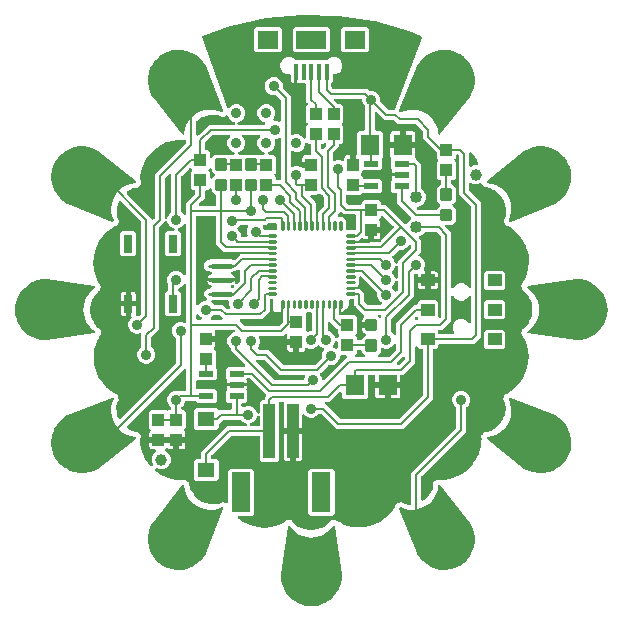
<source format=gbr>
G04 EAGLE Gerber RS-274X export*
G75*
%MOMM*%
%FSLAX34Y34*%
%LPD*%
%INTop Copper*%
%IPPOS*%
%AMOC8*
5,1,8,0,0,1.08239X$1,22.5*%
G01*
%ADD10C,4.064000*%
%ADD11C,0.255000*%
%ADD12R,1.200000X0.550000*%
%ADD13R,1.000000X4.600000*%
%ADD14R,1.600000X3.400000*%
%ADD15C,0.300000*%
%ADD16R,1.000000X1.100000*%
%ADD17R,1.150000X1.000000*%
%ADD18R,0.762000X1.524000*%
%ADD19R,1.600000X1.800000*%
%ADD20C,0.450000*%
%ADD21C,0.254000*%
%ADD22C,1.000000*%
%ADD23R,1.470000X1.270000*%
%ADD24R,1.800000X1.500000*%
%ADD25R,2.500000X1.500000*%
%ADD26R,0.400000X1.400000*%
%ADD27C,0.203200*%
%ADD28C,1.016000*%
%ADD29C,0.889000*%

G36*
X1326Y-186527D02*
X1326Y-186527D01*
X1344Y-186529D01*
X1504Y-186514D01*
X4517Y-186046D01*
X4534Y-186041D01*
X4551Y-186040D01*
X4707Y-186001D01*
X7613Y-185076D01*
X7628Y-185068D01*
X7645Y-185065D01*
X7794Y-185002D01*
X10523Y-183641D01*
X10537Y-183631D01*
X10553Y-183625D01*
X10690Y-183541D01*
X13178Y-181777D01*
X13191Y-181765D01*
X13206Y-181757D01*
X13328Y-181652D01*
X15464Y-179577D01*
X15485Y-179551D01*
X15511Y-179529D01*
X15612Y-179404D01*
X16360Y-178358D01*
X16402Y-178351D01*
X16540Y-178310D01*
X16679Y-178272D01*
X16692Y-178264D01*
X16706Y-178260D01*
X16830Y-178186D01*
X16955Y-178114D01*
X16971Y-178101D01*
X16979Y-178096D01*
X16991Y-178083D01*
X17077Y-178009D01*
X17108Y-177980D01*
X18394Y-177998D01*
X18427Y-177995D01*
X18460Y-177998D01*
X18621Y-177981D01*
X19173Y-177889D01*
X19179Y-177887D01*
X19323Y-177855D01*
X19854Y-177698D01*
X19868Y-177706D01*
X19966Y-177731D01*
X20060Y-177764D01*
X20120Y-177769D01*
X20177Y-177783D01*
X20277Y-177782D01*
X20333Y-177787D01*
X20354Y-177802D01*
X20480Y-177870D01*
X20588Y-177931D01*
X20625Y-177969D01*
X20652Y-177991D01*
X20674Y-178017D01*
X20799Y-178119D01*
X21542Y-178648D01*
X21550Y-178651D01*
X21671Y-178728D01*
X25796Y-180975D01*
X25802Y-180977D01*
X25808Y-180981D01*
X25955Y-181048D01*
X30302Y-182690D01*
X30308Y-182692D01*
X30314Y-182695D01*
X30469Y-182741D01*
X35000Y-183772D01*
X35007Y-183773D01*
X35013Y-183775D01*
X35172Y-183799D01*
X39802Y-184200D01*
X39809Y-184200D01*
X39815Y-184201D01*
X39976Y-184203D01*
X44618Y-183965D01*
X44624Y-183964D01*
X44631Y-183965D01*
X44791Y-183945D01*
X49355Y-183073D01*
X49362Y-183071D01*
X49369Y-183071D01*
X49524Y-183029D01*
X53926Y-181540D01*
X53933Y-181537D01*
X53939Y-181536D01*
X54087Y-181473D01*
X58244Y-179395D01*
X58250Y-179391D01*
X58256Y-179389D01*
X58394Y-179307D01*
X62227Y-176679D01*
X62232Y-176674D01*
X62238Y-176671D01*
X62364Y-176570D01*
X65800Y-173442D01*
X65805Y-173437D01*
X65810Y-173433D01*
X65921Y-173316D01*
X68896Y-169746D01*
X68900Y-169741D01*
X68905Y-169736D01*
X68998Y-169605D01*
X70738Y-166814D01*
X70786Y-166708D01*
X70842Y-166606D01*
X70862Y-166544D01*
X70871Y-166525D01*
X70874Y-166505D01*
X70891Y-166453D01*
X71193Y-165258D01*
X71277Y-165209D01*
X71381Y-165127D01*
X71489Y-165049D01*
X71506Y-165029D01*
X71527Y-165013D01*
X71608Y-164907D01*
X71694Y-164805D01*
X71712Y-164773D01*
X71721Y-164761D01*
X71730Y-164740D01*
X71772Y-164665D01*
X71848Y-164506D01*
X71890Y-164469D01*
X71970Y-164411D01*
X72009Y-164365D01*
X72055Y-164325D01*
X72111Y-164244D01*
X72174Y-164168D01*
X72201Y-164120D01*
X72207Y-164117D01*
X72324Y-164058D01*
X72345Y-164040D01*
X72369Y-164026D01*
X72465Y-163935D01*
X72564Y-163849D01*
X72580Y-163826D01*
X72584Y-163821D01*
X74042Y-163483D01*
X74055Y-163478D01*
X74177Y-163444D01*
X74197Y-163437D01*
X74238Y-163416D01*
X74282Y-163403D01*
X74406Y-163340D01*
X74452Y-163336D01*
X74488Y-163325D01*
X74503Y-163323D01*
X74523Y-163315D01*
X74607Y-163291D01*
X75601Y-162939D01*
X75721Y-162979D01*
X75749Y-162981D01*
X75776Y-162989D01*
X75907Y-162992D01*
X76038Y-163001D01*
X76066Y-162996D01*
X76072Y-162996D01*
X77342Y-163787D01*
X77355Y-163793D01*
X77467Y-163856D01*
X79039Y-164605D01*
X79081Y-164619D01*
X79121Y-164641D01*
X79274Y-164690D01*
X79374Y-164715D01*
X79392Y-164717D01*
X79408Y-164723D01*
X79567Y-164748D01*
X82603Y-165032D01*
X82621Y-165032D01*
X82638Y-165035D01*
X82799Y-165035D01*
X83643Y-164984D01*
X83723Y-164969D01*
X83803Y-164964D01*
X83878Y-164939D01*
X83956Y-164925D01*
X84029Y-164891D01*
X84105Y-164866D01*
X84172Y-164823D01*
X84244Y-164790D01*
X84306Y-164739D01*
X84374Y-164696D01*
X84428Y-164638D01*
X84489Y-164588D01*
X84537Y-164523D01*
X84592Y-164464D01*
X84630Y-164395D01*
X84677Y-164331D01*
X84707Y-164256D01*
X84746Y-164185D01*
X84765Y-164109D01*
X84795Y-164035D01*
X84805Y-163955D01*
X84825Y-163878D01*
X84832Y-163766D01*
X84833Y-163763D01*
X84833Y-163760D01*
X84835Y-163723D01*
X84835Y-163720D01*
X84835Y-163719D01*
X84835Y-163717D01*
X84835Y-138016D01*
X87456Y-135396D01*
X122563Y-100288D01*
X122624Y-100210D01*
X122692Y-100138D01*
X122721Y-100085D01*
X122758Y-100037D01*
X122798Y-99946D01*
X122846Y-99859D01*
X122861Y-99801D01*
X122885Y-99745D01*
X122900Y-99647D01*
X122925Y-99551D01*
X122931Y-99451D01*
X122935Y-99431D01*
X122933Y-99419D01*
X122935Y-99391D01*
X122935Y-83259D01*
X122923Y-83161D01*
X122920Y-83062D01*
X122903Y-83003D01*
X122895Y-82943D01*
X122859Y-82851D01*
X122831Y-82756D01*
X122801Y-82704D01*
X122778Y-82648D01*
X122720Y-82567D01*
X122670Y-82482D01*
X122604Y-82407D01*
X122592Y-82390D01*
X122582Y-82382D01*
X122563Y-82361D01*
X120647Y-80445D01*
X119506Y-77691D01*
X119506Y-74709D01*
X120647Y-71955D01*
X122755Y-69847D01*
X125509Y-68706D01*
X128491Y-68706D01*
X131245Y-69847D01*
X133353Y-71955D01*
X134494Y-74709D01*
X134494Y-77691D01*
X133353Y-80445D01*
X131436Y-82361D01*
X131376Y-82440D01*
X131308Y-82512D01*
X131279Y-82565D01*
X131242Y-82613D01*
X131202Y-82703D01*
X131154Y-82790D01*
X131139Y-82849D01*
X131115Y-82904D01*
X131100Y-83002D01*
X131075Y-83098D01*
X131069Y-83198D01*
X131065Y-83218D01*
X131066Y-83231D01*
X131065Y-83259D01*
X131065Y-103284D01*
X93336Y-141012D01*
X93276Y-141090D01*
X93208Y-141162D01*
X93179Y-141215D01*
X93142Y-141263D01*
X93102Y-141354D01*
X93054Y-141441D01*
X93039Y-141499D01*
X93015Y-141555D01*
X93000Y-141653D01*
X92975Y-141749D01*
X92969Y-141849D01*
X92965Y-141869D01*
X92967Y-141881D01*
X92965Y-141909D01*
X92965Y-160301D01*
X92974Y-160372D01*
X92973Y-160443D01*
X92993Y-160529D01*
X93005Y-160617D01*
X93031Y-160683D01*
X93047Y-160752D01*
X93089Y-160830D01*
X93122Y-160912D01*
X93163Y-160970D01*
X93197Y-161033D01*
X93257Y-161098D01*
X93308Y-161170D01*
X93363Y-161215D01*
X93411Y-161268D01*
X93485Y-161316D01*
X93553Y-161373D01*
X93618Y-161403D01*
X93677Y-161442D01*
X93761Y-161470D01*
X93841Y-161508D01*
X93911Y-161521D01*
X93978Y-161544D01*
X94067Y-161551D01*
X94153Y-161568D01*
X94224Y-161563D01*
X94295Y-161569D01*
X94383Y-161554D01*
X94471Y-161548D01*
X94539Y-161526D01*
X94609Y-161514D01*
X94689Y-161477D01*
X94773Y-161450D01*
X94834Y-161412D01*
X94898Y-161383D01*
X95030Y-161290D01*
X97400Y-159382D01*
X97412Y-159370D01*
X97426Y-159360D01*
X97542Y-159248D01*
X99595Y-156994D01*
X99605Y-156980D01*
X99618Y-156968D01*
X99716Y-156840D01*
X101398Y-154297D01*
X101406Y-154281D01*
X101417Y-154268D01*
X101493Y-154126D01*
X102766Y-151355D01*
X102771Y-151338D01*
X102780Y-151323D01*
X102833Y-151172D01*
X102995Y-150602D01*
X103003Y-150547D01*
X103020Y-150495D01*
X103027Y-150391D01*
X103043Y-150287D01*
X103037Y-150233D01*
X103041Y-150178D01*
X103021Y-150075D01*
X103011Y-149971D01*
X102992Y-149919D01*
X102982Y-149865D01*
X102952Y-149802D01*
X103100Y-148253D01*
X103099Y-148245D01*
X103105Y-148101D01*
X103068Y-146619D01*
X103078Y-146605D01*
X103080Y-146602D01*
X103087Y-146594D01*
X103088Y-146591D01*
X103159Y-146495D01*
X103167Y-146474D01*
X103180Y-146454D01*
X103227Y-146327D01*
X103278Y-146200D01*
X103281Y-146177D01*
X103289Y-146155D01*
X103290Y-146148D01*
X104422Y-145213D01*
X104427Y-145207D01*
X104533Y-145109D01*
X105554Y-144035D01*
X105572Y-144032D01*
X105706Y-144012D01*
X105728Y-144003D01*
X105751Y-143998D01*
X105874Y-143940D01*
X105999Y-143887D01*
X106018Y-143873D01*
X106039Y-143863D01*
X106045Y-143859D01*
X107506Y-143998D01*
X107515Y-143997D01*
X107658Y-144003D01*
X112354Y-143886D01*
X112360Y-143885D01*
X112367Y-143886D01*
X112527Y-143870D01*
X117113Y-143119D01*
X117120Y-143117D01*
X117127Y-143117D01*
X117283Y-143079D01*
X121723Y-141707D01*
X121729Y-141704D01*
X121736Y-141703D01*
X121886Y-141644D01*
X126096Y-139676D01*
X126101Y-139673D01*
X126108Y-139670D01*
X126248Y-139592D01*
X130149Y-137065D01*
X130154Y-137061D01*
X130160Y-137058D01*
X130288Y-136961D01*
X133806Y-133924D01*
X133810Y-133919D01*
X133816Y-133915D01*
X133930Y-133801D01*
X136998Y-130311D01*
X137001Y-130305D01*
X137007Y-130301D01*
X137104Y-130172D01*
X139665Y-126294D01*
X139667Y-126289D01*
X139670Y-126286D01*
X139670Y-126285D01*
X139672Y-126283D01*
X139750Y-126142D01*
X141756Y-121950D01*
X141758Y-121944D01*
X141761Y-121938D01*
X141820Y-121788D01*
X143232Y-117361D01*
X143233Y-117354D01*
X143236Y-117348D01*
X143273Y-117191D01*
X144065Y-112612D01*
X144065Y-112605D01*
X144067Y-112599D01*
X144083Y-112439D01*
X144212Y-108624D01*
X144201Y-108508D01*
X144198Y-108392D01*
X144184Y-108328D01*
X144182Y-108307D01*
X144176Y-108289D01*
X144164Y-108235D01*
X143926Y-107395D01*
X143973Y-107310D01*
X144023Y-107186D01*
X144078Y-107065D01*
X144082Y-107039D01*
X144092Y-107015D01*
X144110Y-106883D01*
X144133Y-106752D01*
X144132Y-106715D01*
X144134Y-106699D01*
X144132Y-106678D01*
X144130Y-106591D01*
X144098Y-106177D01*
X144112Y-106099D01*
X144111Y-106092D01*
X144118Y-106081D01*
X144190Y-105972D01*
X144199Y-105945D01*
X144213Y-105921D01*
X144250Y-105795D01*
X144293Y-105671D01*
X144295Y-105643D01*
X144297Y-105637D01*
X145028Y-104954D01*
X145028Y-104953D01*
X145390Y-104615D01*
X145399Y-104604D01*
X145488Y-104512D01*
X145542Y-104449D01*
X145567Y-104412D01*
X145598Y-104379D01*
X145685Y-104244D01*
X145731Y-104161D01*
X145840Y-104085D01*
X145866Y-104058D01*
X145878Y-104049D01*
X145891Y-104032D01*
X145952Y-103969D01*
X146468Y-103365D01*
X146592Y-103339D01*
X146617Y-103327D01*
X146644Y-103320D01*
X146759Y-103257D01*
X146878Y-103199D01*
X146899Y-103181D01*
X146905Y-103178D01*
X148400Y-103228D01*
X148414Y-103227D01*
X148543Y-103225D01*
X149547Y-103146D01*
X149591Y-103137D01*
X149636Y-103136D01*
X149794Y-103102D01*
X150740Y-102833D01*
X150756Y-102827D01*
X150773Y-102824D01*
X150923Y-102766D01*
X153695Y-101493D01*
X153709Y-101484D01*
X153726Y-101479D01*
X153865Y-101398D01*
X156408Y-99716D01*
X156421Y-99704D01*
X156437Y-99696D01*
X156562Y-99595D01*
X158817Y-97542D01*
X158828Y-97529D01*
X158842Y-97518D01*
X158951Y-97400D01*
X160863Y-95024D01*
X160872Y-95010D01*
X160884Y-94997D01*
X160973Y-94863D01*
X162498Y-92222D01*
X162505Y-92206D01*
X162515Y-92192D01*
X162582Y-92046D01*
X163683Y-89202D01*
X163688Y-89185D01*
X163695Y-89170D01*
X163740Y-89015D01*
X164391Y-86036D01*
X164392Y-86019D01*
X164398Y-86002D01*
X164418Y-85843D01*
X164465Y-85070D01*
X164465Y-85069D01*
X164543Y-83801D01*
X164543Y-83800D01*
X164604Y-82799D01*
X164603Y-82782D01*
X164605Y-82764D01*
X164601Y-82603D01*
X164317Y-79567D01*
X164313Y-79550D01*
X164313Y-79533D01*
X164284Y-79375D01*
X164056Y-78471D01*
X164043Y-78439D01*
X164037Y-78404D01*
X163979Y-78254D01*
X163420Y-77030D01*
X163416Y-77023D01*
X163349Y-76896D01*
X162576Y-75631D01*
X162577Y-75614D01*
X162592Y-75478D01*
X162589Y-75455D01*
X162591Y-75432D01*
X162567Y-75298D01*
X162548Y-75163D01*
X162539Y-75142D01*
X162535Y-75119D01*
X162532Y-75111D01*
X163045Y-73736D01*
X163046Y-73728D01*
X163089Y-73591D01*
X163437Y-72150D01*
X163450Y-72138D01*
X163557Y-72053D01*
X163571Y-72035D01*
X163588Y-72020D01*
X163666Y-71908D01*
X163748Y-71799D01*
X163757Y-71778D01*
X163770Y-71759D01*
X163773Y-71752D01*
X164404Y-71463D01*
X164525Y-71388D01*
X164649Y-71316D01*
X164661Y-71305D01*
X164674Y-71296D01*
X164756Y-71211D01*
X165006Y-71148D01*
X165109Y-71107D01*
X165214Y-71075D01*
X165282Y-71040D01*
X165302Y-71032D01*
X165316Y-71022D01*
X165357Y-71000D01*
X169251Y-68621D01*
X169256Y-68617D01*
X169262Y-68614D01*
X169393Y-68520D01*
X172989Y-65577D01*
X172994Y-65572D01*
X173000Y-65568D01*
X173116Y-65458D01*
X176275Y-62049D01*
X176279Y-62044D01*
X176284Y-62039D01*
X176385Y-61913D01*
X179047Y-58104D01*
X179050Y-58098D01*
X179054Y-58093D01*
X179136Y-57955D01*
X181251Y-53817D01*
X181254Y-53810D01*
X181257Y-53805D01*
X181320Y-53656D01*
X182848Y-49267D01*
X182849Y-49261D01*
X182852Y-49255D01*
X182893Y-49099D01*
X183805Y-44542D01*
X183806Y-44536D01*
X183808Y-44529D01*
X183828Y-44369D01*
X184107Y-39731D01*
X184106Y-39724D01*
X184107Y-39717D01*
X184105Y-39556D01*
X183746Y-34923D01*
X183744Y-34917D01*
X183745Y-34910D01*
X183720Y-34751D01*
X182729Y-30210D01*
X182727Y-30204D01*
X182726Y-30197D01*
X182680Y-30043D01*
X181076Y-25681D01*
X181073Y-25675D01*
X181072Y-25669D01*
X181005Y-25522D01*
X178786Y-21360D01*
X178778Y-21349D01*
X178712Y-21238D01*
X177857Y-19995D01*
X177864Y-19868D01*
X177859Y-19841D01*
X177859Y-19813D01*
X177828Y-19685D01*
X177803Y-19556D01*
X177791Y-19531D01*
X177790Y-19525D01*
X178225Y-18093D01*
X178228Y-18080D01*
X178259Y-17955D01*
X178534Y-16471D01*
X178628Y-16387D01*
X178644Y-16364D01*
X178664Y-16344D01*
X178732Y-16232D01*
X178806Y-16123D01*
X178815Y-16097D01*
X178819Y-16091D01*
X180139Y-15387D01*
X180150Y-15379D01*
X180261Y-15313D01*
X180845Y-14911D01*
X180879Y-14882D01*
X180917Y-14858D01*
X181036Y-14750D01*
X182208Y-13544D01*
X182218Y-13530D01*
X182232Y-13519D01*
X182333Y-13394D01*
X184097Y-10906D01*
X184105Y-10891D01*
X184116Y-10878D01*
X184197Y-10738D01*
X185558Y-8009D01*
X185564Y-7993D01*
X185573Y-7978D01*
X185632Y-7828D01*
X186557Y-4923D01*
X186560Y-4906D01*
X186567Y-4890D01*
X186602Y-4733D01*
X187070Y-1720D01*
X187071Y-1702D01*
X187075Y-1685D01*
X187085Y-1525D01*
X187085Y1525D01*
X187083Y1542D01*
X187085Y1559D01*
X187070Y1720D01*
X186602Y4733D01*
X186597Y4749D01*
X186596Y4767D01*
X186557Y4923D01*
X185632Y7828D01*
X185624Y7844D01*
X185621Y7861D01*
X185558Y8009D01*
X184197Y10738D01*
X184188Y10753D01*
X184181Y10769D01*
X184097Y10906D01*
X182333Y13394D01*
X182321Y13406D01*
X182313Y13422D01*
X182208Y13544D01*
X180477Y15325D01*
X180450Y15347D01*
X180428Y15374D01*
X180303Y15475D01*
X180130Y15598D01*
X180122Y15602D01*
X180001Y15679D01*
X178699Y16388D01*
X178691Y16404D01*
X178637Y16528D01*
X178623Y16547D01*
X178612Y16568D01*
X178525Y16672D01*
X178441Y16779D01*
X178423Y16793D01*
X178408Y16811D01*
X178402Y16816D01*
X178158Y18263D01*
X178155Y18271D01*
X178123Y18411D01*
X177704Y19833D01*
X177710Y19850D01*
X177760Y19977D01*
X177763Y20000D01*
X177770Y20022D01*
X177782Y20157D01*
X177799Y20292D01*
X177796Y20315D01*
X177797Y20338D01*
X177797Y20346D01*
X178648Y21542D01*
X178651Y21549D01*
X178728Y21671D01*
X180975Y25796D01*
X180977Y25802D01*
X180981Y25808D01*
X181048Y25954D01*
X182690Y30302D01*
X182692Y30308D01*
X182695Y30314D01*
X182741Y30469D01*
X183772Y35000D01*
X183773Y35007D01*
X183775Y35013D01*
X183799Y35172D01*
X184200Y39802D01*
X184200Y39809D01*
X184201Y39815D01*
X184203Y39976D01*
X183965Y44618D01*
X183964Y44624D01*
X183965Y44631D01*
X183945Y44791D01*
X183073Y49355D01*
X183071Y49362D01*
X183071Y49368D01*
X183029Y49524D01*
X181540Y53926D01*
X181537Y53932D01*
X181536Y53939D01*
X181473Y54087D01*
X179395Y58244D01*
X179392Y58250D01*
X179389Y58256D01*
X179307Y58394D01*
X176679Y62227D01*
X176674Y62232D01*
X176671Y62238D01*
X176570Y62364D01*
X173442Y65800D01*
X173437Y65804D01*
X173433Y65810D01*
X173316Y65921D01*
X169746Y68896D01*
X169741Y68900D01*
X169736Y68904D01*
X169605Y68998D01*
X166814Y70738D01*
X166708Y70786D01*
X166606Y70842D01*
X166544Y70862D01*
X166525Y70871D01*
X166506Y70874D01*
X166453Y70891D01*
X165258Y71193D01*
X165209Y71277D01*
X165127Y71381D01*
X165049Y71489D01*
X165029Y71506D01*
X165013Y71527D01*
X164907Y71608D01*
X164805Y71694D01*
X164773Y71712D01*
X164761Y71721D01*
X164740Y71730D01*
X164665Y71772D01*
X164506Y71848D01*
X164469Y71890D01*
X164411Y71970D01*
X164365Y72009D01*
X164325Y72055D01*
X164243Y72111D01*
X164168Y72175D01*
X164120Y72201D01*
X164117Y72207D01*
X164058Y72324D01*
X164040Y72345D01*
X164026Y72370D01*
X163935Y72465D01*
X163849Y72564D01*
X163826Y72580D01*
X163821Y72584D01*
X163483Y74042D01*
X163479Y74054D01*
X163443Y74180D01*
X163436Y74200D01*
X163416Y74239D01*
X163403Y74282D01*
X163340Y74406D01*
X163336Y74452D01*
X163325Y74488D01*
X163323Y74503D01*
X163315Y74523D01*
X163292Y74607D01*
X162939Y75601D01*
X162979Y75721D01*
X162981Y75749D01*
X162989Y75776D01*
X162992Y75907D01*
X163001Y76038D01*
X162996Y76066D01*
X162996Y76072D01*
X163787Y77342D01*
X163793Y77354D01*
X163856Y77467D01*
X164605Y79038D01*
X164619Y79081D01*
X164641Y79120D01*
X164690Y79274D01*
X164715Y79375D01*
X164717Y79392D01*
X164723Y79408D01*
X164748Y79567D01*
X165032Y82603D01*
X165032Y82621D01*
X165035Y82638D01*
X165035Y82799D01*
X164849Y85843D01*
X164846Y85860D01*
X164847Y85877D01*
X164822Y86036D01*
X164171Y89015D01*
X164165Y89031D01*
X164163Y89049D01*
X164115Y89202D01*
X163014Y92046D01*
X163006Y92061D01*
X163001Y92078D01*
X162930Y92222D01*
X161405Y94863D01*
X161394Y94877D01*
X161387Y94893D01*
X161294Y95024D01*
X159382Y97400D01*
X159370Y97412D01*
X159360Y97426D01*
X159248Y97542D01*
X156994Y99595D01*
X156980Y99605D01*
X156968Y99618D01*
X156840Y99716D01*
X154297Y101398D01*
X154281Y101406D01*
X154268Y101417D01*
X154126Y101493D01*
X151355Y102766D01*
X151342Y102770D01*
X151341Y102770D01*
X151340Y102771D01*
X151338Y102771D01*
X151323Y102780D01*
X151172Y102833D01*
X148306Y103646D01*
X148273Y103651D01*
X148242Y103662D01*
X148083Y103688D01*
X146803Y103812D01*
X146776Y103845D01*
X146671Y103944D01*
X146569Y104045D01*
X146556Y104053D01*
X146545Y104063D01*
X146419Y104132D01*
X146294Y104205D01*
X146275Y104212D01*
X146266Y104217D01*
X146249Y104221D01*
X146142Y104259D01*
X146101Y104271D01*
X145520Y105312D01*
X145454Y105401D01*
X145396Y105495D01*
X145344Y105550D01*
X145331Y105568D01*
X145318Y105579D01*
X145287Y105613D01*
X144208Y106639D01*
X144197Y106647D01*
X144189Y106657D01*
X144070Y106741D01*
X143952Y106827D01*
X143940Y106833D01*
X143929Y106840D01*
X143793Y106892D01*
X143658Y106947D01*
X143644Y106948D01*
X143631Y106953D01*
X143487Y106969D01*
X143342Y106989D01*
X143329Y106987D01*
X143315Y106988D01*
X143171Y106968D01*
X143027Y106951D01*
X143014Y106946D01*
X143000Y106944D01*
X142848Y106892D01*
X141301Y106251D01*
X138099Y106251D01*
X135360Y107386D01*
X135312Y107399D01*
X135267Y107420D01*
X135159Y107441D01*
X135053Y107470D01*
X135003Y107471D01*
X134954Y107480D01*
X134845Y107473D01*
X134735Y107475D01*
X134687Y107463D01*
X134637Y107460D01*
X134533Y107426D01*
X134426Y107401D01*
X134382Y107377D01*
X134335Y107362D01*
X134242Y107303D01*
X134145Y107252D01*
X134108Y107219D01*
X134066Y107192D01*
X133990Y107112D01*
X133909Y107038D01*
X133882Y106997D01*
X133848Y106960D01*
X133795Y106864D01*
X133734Y106772D01*
X133718Y106725D01*
X133694Y106682D01*
X133667Y106576D01*
X133631Y106472D01*
X133627Y106422D01*
X133615Y106374D01*
X133605Y106213D01*
X133605Y101269D01*
X133617Y101171D01*
X133620Y101072D01*
X133637Y101014D01*
X133645Y100954D01*
X133681Y100862D01*
X133709Y100767D01*
X133739Y100715D01*
X133762Y100658D01*
X133820Y100578D01*
X133870Y100493D01*
X133936Y100417D01*
X133948Y100401D01*
X133958Y100393D01*
X133976Y100372D01*
X143765Y90584D01*
X143765Y-23274D01*
X137974Y-29065D01*
X108818Y-29065D01*
X108700Y-29080D01*
X108581Y-29087D01*
X108543Y-29100D01*
X108502Y-29105D01*
X108392Y-29148D01*
X108278Y-29185D01*
X108244Y-29207D01*
X108207Y-29222D01*
X108110Y-29291D01*
X108010Y-29355D01*
X107982Y-29385D01*
X107949Y-29408D01*
X107873Y-29500D01*
X107792Y-29587D01*
X107772Y-29622D01*
X107747Y-29653D01*
X107696Y-29761D01*
X107638Y-29865D01*
X107628Y-29905D01*
X107611Y-29941D01*
X107589Y-30058D01*
X107559Y-30173D01*
X107555Y-30233D01*
X107551Y-30253D01*
X107552Y-30274D01*
X107549Y-30334D01*
X107549Y-31263D01*
X105763Y-33049D01*
X104084Y-33049D01*
X103966Y-33064D01*
X103847Y-33071D01*
X103809Y-33084D01*
X103768Y-33089D01*
X103658Y-33132D01*
X103544Y-33169D01*
X103510Y-33191D01*
X103473Y-33206D01*
X103376Y-33275D01*
X103276Y-33339D01*
X103248Y-33369D01*
X103215Y-33392D01*
X103139Y-33484D01*
X103058Y-33571D01*
X103038Y-33606D01*
X103013Y-33637D01*
X102962Y-33745D01*
X102904Y-33849D01*
X102894Y-33889D01*
X102877Y-33925D01*
X102855Y-34042D01*
X102825Y-34157D01*
X102821Y-34217D01*
X102817Y-34237D01*
X102818Y-34258D01*
X102815Y-34318D01*
X102815Y-71761D01*
X102815Y-75654D01*
X77884Y-100585D01*
X21176Y-100585D01*
X8848Y-88256D01*
X8770Y-88196D01*
X8698Y-88128D01*
X8645Y-88099D01*
X8597Y-88062D01*
X8506Y-88022D01*
X8419Y-87974D01*
X8361Y-87959D01*
X8305Y-87935D01*
X8207Y-87920D01*
X8111Y-87895D01*
X8011Y-87889D01*
X7991Y-87885D01*
X7979Y-87886D01*
X7951Y-87885D01*
X7059Y-87885D01*
X6961Y-87897D01*
X6862Y-87900D01*
X6803Y-87917D01*
X6743Y-87925D01*
X6651Y-87961D01*
X6556Y-87989D01*
X6504Y-88019D01*
X6448Y-88042D01*
X6367Y-88100D01*
X6282Y-88150D01*
X6207Y-88216D01*
X6190Y-88228D01*
X6182Y-88238D01*
X6161Y-88256D01*
X4245Y-90173D01*
X1491Y-91314D01*
X-1491Y-91314D01*
X-4245Y-90173D01*
X-5693Y-88725D01*
X-5802Y-88640D01*
X-5909Y-88551D01*
X-5928Y-88543D01*
X-5944Y-88530D01*
X-6072Y-88475D01*
X-6197Y-88416D01*
X-6217Y-88412D01*
X-6236Y-88404D01*
X-6374Y-88382D01*
X-6510Y-88356D01*
X-6530Y-88357D01*
X-6550Y-88354D01*
X-6689Y-88367D01*
X-6827Y-88376D01*
X-6846Y-88382D01*
X-6866Y-88384D01*
X-6998Y-88431D01*
X-7129Y-88474D01*
X-7147Y-88485D01*
X-7166Y-88491D01*
X-7281Y-88570D01*
X-7398Y-88644D01*
X-7412Y-88659D01*
X-7429Y-88670D01*
X-7521Y-88774D01*
X-7616Y-88876D01*
X-7626Y-88893D01*
X-7639Y-88908D01*
X-7703Y-89033D01*
X-7770Y-89154D01*
X-7775Y-89174D01*
X-7784Y-89192D01*
X-7814Y-89328D01*
X-7849Y-89462D01*
X-7851Y-89490D01*
X-7854Y-89502D01*
X-7853Y-89522D01*
X-7859Y-89623D01*
X-7859Y-100201D01*
X-14170Y-100201D01*
X-14288Y-100216D01*
X-14407Y-100223D01*
X-14445Y-100235D01*
X-14485Y-100241D01*
X-14596Y-100284D01*
X-14709Y-100321D01*
X-14743Y-100343D01*
X-14781Y-100358D01*
X-14877Y-100427D01*
X-14978Y-100491D01*
X-15006Y-100521D01*
X-15038Y-100544D01*
X-15114Y-100636D01*
X-15196Y-100723D01*
X-15215Y-100758D01*
X-15241Y-100789D01*
X-15292Y-100897D01*
X-15349Y-101001D01*
X-15359Y-101041D01*
X-15377Y-101077D01*
X-15397Y-101184D01*
X-15401Y-101154D01*
X-15445Y-101044D01*
X-15481Y-100930D01*
X-15503Y-100896D01*
X-15518Y-100859D01*
X-15588Y-100762D01*
X-15651Y-100662D01*
X-15681Y-100634D01*
X-15705Y-100601D01*
X-15796Y-100525D01*
X-15883Y-100444D01*
X-15918Y-100424D01*
X-15950Y-100399D01*
X-16057Y-100348D01*
X-16162Y-100290D01*
X-16201Y-100280D01*
X-16237Y-100263D01*
X-16354Y-100241D01*
X-16470Y-100211D01*
X-16530Y-100207D01*
X-16550Y-100203D01*
X-16570Y-100204D01*
X-16630Y-100201D01*
X-22941Y-100201D01*
X-22941Y-79366D01*
X-22929Y-79323D01*
X-22912Y-79198D01*
X-22889Y-79074D01*
X-22891Y-79041D01*
X-22886Y-79008D01*
X-22900Y-78882D01*
X-22908Y-78757D01*
X-22919Y-78725D01*
X-22923Y-78692D01*
X-22968Y-78574D01*
X-23006Y-78455D01*
X-23024Y-78426D01*
X-23036Y-78395D01*
X-23109Y-78292D01*
X-23176Y-78186D01*
X-23201Y-78163D01*
X-23220Y-78135D01*
X-23316Y-78054D01*
X-23408Y-77968D01*
X-23438Y-77952D01*
X-23463Y-77930D01*
X-23577Y-77875D01*
X-23687Y-77814D01*
X-23719Y-77806D01*
X-23749Y-77791D01*
X-23873Y-77766D01*
X-23995Y-77735D01*
X-24043Y-77732D01*
X-24061Y-77728D01*
X-24083Y-77729D01*
X-24155Y-77725D01*
X-26082Y-77725D01*
X-26200Y-77740D01*
X-26319Y-77747D01*
X-26357Y-77760D01*
X-26398Y-77765D01*
X-26508Y-77808D01*
X-26621Y-77845D01*
X-26656Y-77867D01*
X-26693Y-77882D01*
X-26789Y-77951D01*
X-26890Y-78015D01*
X-26918Y-78045D01*
X-26951Y-78068D01*
X-27027Y-78160D01*
X-27108Y-78247D01*
X-27128Y-78282D01*
X-27153Y-78313D01*
X-27204Y-78421D01*
X-27262Y-78525D01*
X-27272Y-78565D01*
X-27289Y-78601D01*
X-27311Y-78718D01*
X-27341Y-78833D01*
X-27345Y-78893D01*
X-27349Y-78913D01*
X-27347Y-78934D01*
X-27351Y-78994D01*
X-27351Y-126963D01*
X-29137Y-128749D01*
X-41663Y-128749D01*
X-43449Y-126963D01*
X-43449Y-108034D01*
X-43464Y-107916D01*
X-43471Y-107797D01*
X-43484Y-107759D01*
X-43489Y-107718D01*
X-43532Y-107608D01*
X-43569Y-107495D01*
X-43591Y-107460D01*
X-43606Y-107423D01*
X-43675Y-107326D01*
X-43739Y-107226D01*
X-43769Y-107198D01*
X-43792Y-107165D01*
X-43884Y-107089D01*
X-43971Y-107008D01*
X-44006Y-106988D01*
X-44037Y-106963D01*
X-44145Y-106912D01*
X-44249Y-106854D01*
X-44289Y-106844D01*
X-44325Y-106827D01*
X-44442Y-106805D01*
X-44557Y-106775D01*
X-44617Y-106771D01*
X-44637Y-106767D01*
X-44658Y-106769D01*
X-44718Y-106765D01*
X-67471Y-106765D01*
X-67569Y-106777D01*
X-67668Y-106780D01*
X-67726Y-106797D01*
X-67786Y-106805D01*
X-67878Y-106841D01*
X-67973Y-106869D01*
X-68025Y-106899D01*
X-68082Y-106922D01*
X-68162Y-106980D01*
X-68247Y-107030D01*
X-68323Y-107096D01*
X-68339Y-107108D01*
X-68347Y-107118D01*
X-68368Y-107136D01*
X-84464Y-123232D01*
X-84524Y-123310D01*
X-84592Y-123382D01*
X-84621Y-123435D01*
X-84658Y-123483D01*
X-84698Y-123574D01*
X-84746Y-123661D01*
X-84761Y-123719D01*
X-84785Y-123775D01*
X-84800Y-123873D01*
X-84825Y-123969D01*
X-84831Y-124069D01*
X-84835Y-124089D01*
X-84833Y-124101D01*
X-84835Y-124129D01*
X-84835Y-125132D01*
X-84820Y-125250D01*
X-84813Y-125369D01*
X-84800Y-125407D01*
X-84795Y-125448D01*
X-84752Y-125558D01*
X-84715Y-125671D01*
X-84693Y-125706D01*
X-84678Y-125743D01*
X-84609Y-125839D01*
X-84545Y-125940D01*
X-84515Y-125968D01*
X-84492Y-126001D01*
X-84400Y-126077D01*
X-84313Y-126158D01*
X-84278Y-126178D01*
X-84247Y-126203D01*
X-84139Y-126254D01*
X-84035Y-126312D01*
X-83995Y-126322D01*
X-83959Y-126339D01*
X-83842Y-126361D01*
X-83727Y-126391D01*
X-83667Y-126395D01*
X-83647Y-126399D01*
X-83626Y-126397D01*
X-83566Y-126401D01*
X-80287Y-126401D01*
X-78501Y-128187D01*
X-78501Y-143413D01*
X-80287Y-145199D01*
X-97513Y-145199D01*
X-99299Y-143413D01*
X-99299Y-128187D01*
X-97513Y-126401D01*
X-94234Y-126401D01*
X-94116Y-126386D01*
X-93997Y-126379D01*
X-93959Y-126366D01*
X-93918Y-126361D01*
X-93808Y-126318D01*
X-93695Y-126281D01*
X-93660Y-126259D01*
X-93623Y-126244D01*
X-93527Y-126175D01*
X-93426Y-126111D01*
X-93398Y-126081D01*
X-93365Y-126058D01*
X-93289Y-125966D01*
X-93208Y-125879D01*
X-93188Y-125844D01*
X-93163Y-125813D01*
X-93112Y-125705D01*
X-93054Y-125601D01*
X-93044Y-125561D01*
X-93027Y-125525D01*
X-93005Y-125408D01*
X-92975Y-125293D01*
X-92971Y-125233D01*
X-92967Y-125213D01*
X-92969Y-125192D01*
X-92965Y-125132D01*
X-92965Y-120236D01*
X-71364Y-98635D01*
X-55800Y-98635D01*
X-55731Y-98626D01*
X-55661Y-98628D01*
X-55574Y-98607D01*
X-55484Y-98595D01*
X-55419Y-98570D01*
X-55352Y-98553D01*
X-55272Y-98511D01*
X-55189Y-98478D01*
X-55132Y-98437D01*
X-55071Y-98405D01*
X-55004Y-98344D01*
X-54931Y-98292D01*
X-54887Y-98238D01*
X-54835Y-98191D01*
X-54786Y-98116D01*
X-54729Y-98047D01*
X-54699Y-97983D01*
X-54660Y-97925D01*
X-54631Y-97840D01*
X-54593Y-97759D01*
X-54580Y-97690D01*
X-54557Y-97624D01*
X-54550Y-97535D01*
X-54533Y-97446D01*
X-54538Y-97377D01*
X-54532Y-97307D01*
X-54547Y-97219D01*
X-54553Y-97129D01*
X-54574Y-97063D01*
X-54586Y-96994D01*
X-54623Y-96912D01*
X-54651Y-96827D01*
X-54688Y-96768D01*
X-54717Y-96704D01*
X-54773Y-96634D01*
X-54821Y-96558D01*
X-54872Y-96510D01*
X-54916Y-96456D01*
X-54987Y-96401D01*
X-55053Y-96340D01*
X-55114Y-96306D01*
X-55170Y-96264D01*
X-55314Y-96193D01*
X-57585Y-95253D01*
X-59501Y-93336D01*
X-59579Y-93276D01*
X-59652Y-93208D01*
X-59705Y-93179D01*
X-59752Y-93142D01*
X-59843Y-93102D01*
X-59930Y-93054D01*
X-59989Y-93039D01*
X-60044Y-93015D01*
X-60142Y-93000D01*
X-60238Y-92975D01*
X-60338Y-92969D01*
X-60358Y-92965D01*
X-60371Y-92967D01*
X-60399Y-92965D01*
X-73991Y-92965D01*
X-74089Y-92977D01*
X-74188Y-92980D01*
X-74246Y-92997D01*
X-74306Y-93005D01*
X-74398Y-93041D01*
X-74493Y-93069D01*
X-74546Y-93099D01*
X-74602Y-93122D01*
X-74682Y-93180D01*
X-74767Y-93230D01*
X-74842Y-93296D01*
X-74859Y-93308D01*
X-74867Y-93318D01*
X-74888Y-93336D01*
X-75663Y-94112D01*
X-78130Y-96578D01*
X-78190Y-96656D01*
X-78258Y-96728D01*
X-78287Y-96781D01*
X-78324Y-96829D01*
X-78364Y-96920D01*
X-78412Y-97007D01*
X-78427Y-97065D01*
X-78451Y-97121D01*
X-78466Y-97219D01*
X-78491Y-97315D01*
X-78497Y-97415D01*
X-78501Y-97435D01*
X-78499Y-97447D01*
X-78501Y-97475D01*
X-78501Y-100413D01*
X-80287Y-102199D01*
X-97513Y-102199D01*
X-99299Y-100413D01*
X-99299Y-85187D01*
X-97513Y-83401D01*
X-80287Y-83401D01*
X-79225Y-84464D01*
X-79147Y-84524D01*
X-79075Y-84592D01*
X-79022Y-84621D01*
X-78974Y-84658D01*
X-78883Y-84698D01*
X-78796Y-84746D01*
X-78737Y-84761D01*
X-78682Y-84785D01*
X-78584Y-84800D01*
X-78488Y-84825D01*
X-78388Y-84831D01*
X-78368Y-84835D01*
X-78355Y-84833D01*
X-78327Y-84835D01*
X-68533Y-84835D01*
X-68415Y-84820D01*
X-68296Y-84813D01*
X-68258Y-84800D01*
X-68217Y-84795D01*
X-68107Y-84752D01*
X-67994Y-84715D01*
X-67959Y-84693D01*
X-67922Y-84678D01*
X-67825Y-84609D01*
X-67725Y-84545D01*
X-67697Y-84515D01*
X-67664Y-84492D01*
X-67588Y-84400D01*
X-67507Y-84313D01*
X-67487Y-84278D01*
X-67462Y-84247D01*
X-67411Y-84139D01*
X-67353Y-84035D01*
X-67343Y-83995D01*
X-67326Y-83959D01*
X-67304Y-83842D01*
X-67274Y-83727D01*
X-67270Y-83667D01*
X-67266Y-83647D01*
X-67268Y-83626D01*
X-67264Y-83566D01*
X-67264Y-80068D01*
X-67279Y-79950D01*
X-67286Y-79831D01*
X-67298Y-79793D01*
X-67304Y-79752D01*
X-67347Y-79642D01*
X-67384Y-79529D01*
X-67406Y-79494D01*
X-67421Y-79457D01*
X-67490Y-79361D01*
X-67554Y-79260D01*
X-67584Y-79232D01*
X-67607Y-79199D01*
X-67699Y-79123D01*
X-67786Y-79042D01*
X-67821Y-79022D01*
X-67852Y-78997D01*
X-67960Y-78946D01*
X-68064Y-78888D01*
X-68104Y-78878D01*
X-68140Y-78861D01*
X-68257Y-78839D01*
X-68372Y-78809D01*
X-68432Y-78805D01*
X-68452Y-78801D01*
X-68473Y-78803D01*
X-68533Y-78799D01*
X-70462Y-78799D01*
X-72248Y-77013D01*
X-72248Y-68987D01*
X-71857Y-68597D01*
X-71793Y-68513D01*
X-71721Y-68436D01*
X-71696Y-68388D01*
X-71663Y-68346D01*
X-71620Y-68249D01*
X-71570Y-68156D01*
X-71558Y-68103D01*
X-71536Y-68054D01*
X-71520Y-67949D01*
X-71494Y-67847D01*
X-71495Y-67793D01*
X-71486Y-67740D01*
X-71496Y-67634D01*
X-71497Y-67529D01*
X-71514Y-67445D01*
X-71516Y-67423D01*
X-71521Y-67408D01*
X-71529Y-67371D01*
X-71740Y-66584D01*
X-71740Y-64874D01*
X-63304Y-64874D01*
X-63234Y-64865D01*
X-63194Y-64868D01*
X-63174Y-64872D01*
X-63154Y-64870D01*
X-63094Y-64874D01*
X-54658Y-64874D01*
X-54658Y-66584D01*
X-54869Y-67371D01*
X-54883Y-67476D01*
X-54906Y-67579D01*
X-54905Y-67633D01*
X-54912Y-67686D01*
X-54900Y-67791D01*
X-54897Y-67897D01*
X-54882Y-67948D01*
X-54876Y-68002D01*
X-54838Y-68101D01*
X-54808Y-68202D01*
X-54781Y-68249D01*
X-54762Y-68299D01*
X-54701Y-68385D01*
X-54647Y-68476D01*
X-54590Y-68540D01*
X-54578Y-68558D01*
X-54566Y-68568D01*
X-54540Y-68597D01*
X-54150Y-68987D01*
X-54150Y-77013D01*
X-55936Y-78799D01*
X-57865Y-78799D01*
X-57983Y-78814D01*
X-58102Y-78821D01*
X-58140Y-78834D01*
X-58181Y-78839D01*
X-58291Y-78882D01*
X-58404Y-78919D01*
X-58439Y-78941D01*
X-58476Y-78956D01*
X-58572Y-79025D01*
X-58673Y-79089D01*
X-58701Y-79119D01*
X-58734Y-79142D01*
X-58809Y-79234D01*
X-58891Y-79321D01*
X-58911Y-79356D01*
X-58936Y-79387D01*
X-58987Y-79495D01*
X-59045Y-79599D01*
X-59055Y-79639D01*
X-59072Y-79675D01*
X-59094Y-79792D01*
X-59124Y-79907D01*
X-59128Y-79967D01*
X-59132Y-79987D01*
X-59130Y-80008D01*
X-59134Y-80068D01*
X-59134Y-81289D01*
X-59128Y-81339D01*
X-59130Y-81388D01*
X-59108Y-81496D01*
X-59094Y-81605D01*
X-59076Y-81651D01*
X-59066Y-81700D01*
X-59018Y-81798D01*
X-58977Y-81901D01*
X-58948Y-81941D01*
X-58926Y-81985D01*
X-58855Y-82069D01*
X-58791Y-82158D01*
X-58752Y-82190D01*
X-58720Y-82227D01*
X-58630Y-82291D01*
X-58546Y-82361D01*
X-58501Y-82382D01*
X-58460Y-82410D01*
X-58357Y-82449D01*
X-58258Y-82496D01*
X-58209Y-82506D01*
X-58163Y-82523D01*
X-58053Y-82535D01*
X-57945Y-82556D01*
X-57896Y-82553D01*
X-57847Y-82558D01*
X-57738Y-82543D01*
X-57628Y-82536D01*
X-57581Y-82521D01*
X-57532Y-82514D01*
X-57379Y-82462D01*
X-54831Y-81406D01*
X-51849Y-81406D01*
X-49095Y-82547D01*
X-46987Y-84655D01*
X-45891Y-87302D01*
X-45856Y-87363D01*
X-45830Y-87428D01*
X-45778Y-87500D01*
X-45733Y-87579D01*
X-45684Y-87629D01*
X-45644Y-87685D01*
X-45574Y-87742D01*
X-45512Y-87807D01*
X-45452Y-87844D01*
X-45399Y-87888D01*
X-45317Y-87926D01*
X-45241Y-87973D01*
X-45174Y-87994D01*
X-45111Y-88024D01*
X-45023Y-88040D01*
X-44937Y-88067D01*
X-44867Y-88070D01*
X-44798Y-88083D01*
X-44709Y-88078D01*
X-44619Y-88082D01*
X-44551Y-88068D01*
X-44481Y-88064D01*
X-44396Y-88036D01*
X-44308Y-88018D01*
X-44245Y-87987D01*
X-44179Y-87966D01*
X-44103Y-87918D01*
X-44022Y-87878D01*
X-43969Y-87833D01*
X-43910Y-87795D01*
X-43848Y-87730D01*
X-43780Y-87672D01*
X-43740Y-87615D01*
X-43692Y-87564D01*
X-43649Y-87485D01*
X-43597Y-87412D01*
X-43572Y-87346D01*
X-43538Y-87285D01*
X-43516Y-87198D01*
X-43484Y-87114D01*
X-43476Y-87045D01*
X-43459Y-86977D01*
X-43449Y-86817D01*
X-43449Y-78437D01*
X-41663Y-76651D01*
X-40734Y-76651D01*
X-40616Y-76636D01*
X-40497Y-76629D01*
X-40459Y-76616D01*
X-40418Y-76611D01*
X-40308Y-76568D01*
X-40195Y-76531D01*
X-40160Y-76509D01*
X-40123Y-76494D01*
X-40026Y-76424D01*
X-39926Y-76361D01*
X-39898Y-76331D01*
X-39865Y-76308D01*
X-39789Y-76216D01*
X-39708Y-76129D01*
X-39688Y-76094D01*
X-39663Y-76063D01*
X-39612Y-75955D01*
X-39554Y-75851D01*
X-39544Y-75811D01*
X-39527Y-75775D01*
X-39505Y-75658D01*
X-39475Y-75543D01*
X-39471Y-75482D01*
X-39467Y-75462D01*
X-39469Y-75442D01*
X-39465Y-75382D01*
X-39465Y-74516D01*
X-38316Y-73368D01*
X-38243Y-73273D01*
X-38164Y-73184D01*
X-38146Y-73148D01*
X-38121Y-73116D01*
X-38074Y-73007D01*
X-38020Y-72901D01*
X-38011Y-72862D01*
X-37995Y-72824D01*
X-37976Y-72707D01*
X-37950Y-72591D01*
X-37951Y-72550D01*
X-37945Y-72510D01*
X-37956Y-72392D01*
X-37960Y-72273D01*
X-37971Y-72234D01*
X-37975Y-72194D01*
X-38015Y-72081D01*
X-38048Y-71967D01*
X-38068Y-71933D01*
X-38082Y-71894D01*
X-38149Y-71796D01*
X-38209Y-71693D01*
X-38249Y-71648D01*
X-38261Y-71631D01*
X-38276Y-71618D01*
X-38316Y-71573D01*
X-51452Y-58436D01*
X-51530Y-58376D01*
X-51602Y-58308D01*
X-51655Y-58279D01*
X-51703Y-58242D01*
X-51794Y-58202D01*
X-51881Y-58154D01*
X-51939Y-58139D01*
X-51995Y-58115D01*
X-52093Y-58100D01*
X-52189Y-58075D01*
X-52289Y-58069D01*
X-52309Y-58065D01*
X-52321Y-58066D01*
X-52349Y-58065D01*
X-53634Y-58065D01*
X-53759Y-58080D01*
X-53884Y-58090D01*
X-53916Y-58100D01*
X-53950Y-58105D01*
X-54066Y-58151D01*
X-54186Y-58191D01*
X-54214Y-58209D01*
X-54245Y-58222D01*
X-54347Y-58295D01*
X-54453Y-58364D01*
X-54475Y-58389D01*
X-54503Y-58408D01*
X-54583Y-58505D01*
X-54668Y-58598D01*
X-54684Y-58627D01*
X-54705Y-58653D01*
X-54759Y-58767D01*
X-54819Y-58878D01*
X-54827Y-58911D01*
X-54841Y-58941D01*
X-54865Y-59064D01*
X-54895Y-59187D01*
X-54894Y-59220D01*
X-54901Y-59253D01*
X-54893Y-59379D01*
X-54892Y-59505D01*
X-54882Y-59553D01*
X-54881Y-59571D01*
X-54874Y-59591D01*
X-54860Y-59663D01*
X-54658Y-60416D01*
X-54658Y-62126D01*
X-63094Y-62126D01*
X-63164Y-62135D01*
X-63204Y-62132D01*
X-63224Y-62128D01*
X-63244Y-62130D01*
X-63304Y-62126D01*
X-71740Y-62126D01*
X-71740Y-60416D01*
X-71529Y-59629D01*
X-71515Y-59524D01*
X-71491Y-59421D01*
X-71493Y-59367D01*
X-71486Y-59314D01*
X-71498Y-59209D01*
X-71501Y-59103D01*
X-71516Y-59052D01*
X-71522Y-58998D01*
X-71560Y-58899D01*
X-71590Y-58798D01*
X-71617Y-58751D01*
X-71636Y-58701D01*
X-71697Y-58615D01*
X-71751Y-58524D01*
X-71808Y-58460D01*
X-71820Y-58442D01*
X-71832Y-58432D01*
X-71857Y-58403D01*
X-72248Y-58013D01*
X-72248Y-49987D01*
X-70462Y-48201D01*
X-57131Y-48201D01*
X-56994Y-48184D01*
X-56855Y-48171D01*
X-56836Y-48164D01*
X-56816Y-48161D01*
X-56687Y-48110D01*
X-56556Y-48063D01*
X-56539Y-48052D01*
X-56520Y-48044D01*
X-56408Y-47963D01*
X-56293Y-47885D01*
X-56279Y-47869D01*
X-56263Y-47858D01*
X-56174Y-47750D01*
X-56082Y-47646D01*
X-56073Y-47628D01*
X-56060Y-47613D01*
X-56001Y-47487D01*
X-55938Y-47363D01*
X-55933Y-47343D01*
X-55924Y-47325D01*
X-55898Y-47189D01*
X-55868Y-47053D01*
X-55868Y-47032D01*
X-55865Y-47013D01*
X-55873Y-46874D01*
X-55878Y-46735D01*
X-55883Y-46715D01*
X-55884Y-46695D01*
X-55927Y-46563D01*
X-55966Y-46429D01*
X-55976Y-46412D01*
X-55982Y-46393D01*
X-56057Y-46275D01*
X-56127Y-46155D01*
X-56146Y-46134D01*
X-56153Y-46124D01*
X-56168Y-46110D01*
X-56173Y-46104D01*
X-56174Y-46103D01*
X-56234Y-46035D01*
X-67565Y-34704D01*
X-67565Y-33729D01*
X-67577Y-33631D01*
X-67580Y-33531D01*
X-67597Y-33473D01*
X-67605Y-33413D01*
X-67641Y-33321D01*
X-67669Y-33226D01*
X-67699Y-33174D01*
X-67722Y-33117D01*
X-67780Y-33037D01*
X-67830Y-32952D01*
X-67896Y-32877D01*
X-67908Y-32860D01*
X-67918Y-32852D01*
X-67936Y-32831D01*
X-69853Y-30915D01*
X-70994Y-28161D01*
X-70994Y-25179D01*
X-69853Y-22425D01*
X-67745Y-20317D01*
X-65177Y-19253D01*
X-65134Y-19229D01*
X-65087Y-19212D01*
X-64996Y-19150D01*
X-64901Y-19096D01*
X-64865Y-19061D01*
X-64824Y-19033D01*
X-64751Y-18951D01*
X-64672Y-18875D01*
X-64646Y-18832D01*
X-64613Y-18795D01*
X-64563Y-18697D01*
X-64506Y-18603D01*
X-64491Y-18556D01*
X-64469Y-18512D01*
X-64445Y-18404D01*
X-64412Y-18300D01*
X-64410Y-18250D01*
X-64399Y-18201D01*
X-64402Y-18091D01*
X-64397Y-17982D01*
X-64407Y-17933D01*
X-64409Y-17884D01*
X-64439Y-17778D01*
X-64461Y-17670D01*
X-64483Y-17626D01*
X-64497Y-17578D01*
X-64553Y-17484D01*
X-64601Y-17385D01*
X-64633Y-17347D01*
X-64659Y-17304D01*
X-64765Y-17183D01*
X-64812Y-17136D01*
X-64890Y-17076D01*
X-64962Y-17008D01*
X-65015Y-16979D01*
X-65063Y-16942D01*
X-65154Y-16902D01*
X-65241Y-16854D01*
X-65299Y-16839D01*
X-65355Y-16815D01*
X-65453Y-16800D01*
X-65549Y-16775D01*
X-65649Y-16769D01*
X-65669Y-16765D01*
X-65681Y-16767D01*
X-65709Y-16765D01*
X-80220Y-16765D01*
X-80345Y-16781D01*
X-80470Y-16790D01*
X-80502Y-16800D01*
X-80535Y-16805D01*
X-80652Y-16851D01*
X-80771Y-16891D01*
X-80800Y-16909D01*
X-80831Y-16922D01*
X-80933Y-16995D01*
X-81038Y-17064D01*
X-81061Y-17089D01*
X-81088Y-17108D01*
X-81169Y-17205D01*
X-81254Y-17298D01*
X-81270Y-17327D01*
X-81291Y-17353D01*
X-81345Y-17467D01*
X-81404Y-17578D01*
X-81412Y-17611D01*
X-81427Y-17641D01*
X-81450Y-17764D01*
X-81480Y-17887D01*
X-81480Y-17920D01*
X-81486Y-17953D01*
X-81479Y-18079D01*
X-81478Y-18205D01*
X-81468Y-18253D01*
X-81467Y-18271D01*
X-81460Y-18291D01*
X-81446Y-18363D01*
X-81359Y-18686D01*
X-81359Y-22021D01*
X-87670Y-22021D01*
X-87788Y-22036D01*
X-87907Y-22043D01*
X-87945Y-22055D01*
X-87985Y-22061D01*
X-88096Y-22104D01*
X-88209Y-22141D01*
X-88243Y-22163D01*
X-88281Y-22178D01*
X-88377Y-22247D01*
X-88478Y-22311D01*
X-88506Y-22341D01*
X-88538Y-22364D01*
X-88614Y-22456D01*
X-88696Y-22543D01*
X-88715Y-22578D01*
X-88741Y-22609D01*
X-88792Y-22717D01*
X-88849Y-22821D01*
X-88859Y-22861D01*
X-88877Y-22897D01*
X-88899Y-23014D01*
X-88929Y-23129D01*
X-88933Y-23189D01*
X-88936Y-23209D01*
X-88935Y-23230D01*
X-88939Y-23290D01*
X-88939Y-25750D01*
X-88924Y-25868D01*
X-88917Y-25987D01*
X-88904Y-26025D01*
X-88899Y-26066D01*
X-88855Y-26176D01*
X-88819Y-26289D01*
X-88797Y-26324D01*
X-88782Y-26361D01*
X-88712Y-26457D01*
X-88649Y-26558D01*
X-88619Y-26586D01*
X-88595Y-26619D01*
X-88504Y-26694D01*
X-88417Y-26776D01*
X-88381Y-26796D01*
X-88350Y-26821D01*
X-88243Y-26872D01*
X-88138Y-26930D01*
X-88099Y-26940D01*
X-88063Y-26957D01*
X-87946Y-26979D01*
X-87830Y-27009D01*
X-87770Y-27013D01*
X-87750Y-27017D01*
X-87730Y-27015D01*
X-87670Y-27019D01*
X-81359Y-27019D01*
X-81359Y-30354D01*
X-81532Y-31001D01*
X-81867Y-31580D01*
X-82050Y-31763D01*
X-82123Y-31857D01*
X-82202Y-31947D01*
X-82220Y-31983D01*
X-82245Y-32015D01*
X-82292Y-32124D01*
X-82346Y-32230D01*
X-82355Y-32269D01*
X-82371Y-32306D01*
X-82390Y-32424D01*
X-82416Y-32540D01*
X-82415Y-32580D01*
X-82421Y-32620D01*
X-82410Y-32739D01*
X-82406Y-32858D01*
X-82395Y-32897D01*
X-82391Y-32937D01*
X-82351Y-33049D01*
X-82318Y-33164D01*
X-82298Y-33198D01*
X-82284Y-33236D01*
X-82217Y-33335D01*
X-82157Y-33437D01*
X-82117Y-33483D01*
X-82105Y-33500D01*
X-82090Y-33513D01*
X-82050Y-33558D01*
X-80851Y-34757D01*
X-80851Y-48762D01*
X-80839Y-48861D01*
X-80836Y-48960D01*
X-80819Y-49018D01*
X-80811Y-49078D01*
X-80775Y-49170D01*
X-80747Y-49265D01*
X-80717Y-49317D01*
X-80694Y-49374D01*
X-80636Y-49454D01*
X-80586Y-49539D01*
X-80520Y-49614D01*
X-80508Y-49631D01*
X-80498Y-49639D01*
X-80479Y-49660D01*
X-80152Y-49987D01*
X-80152Y-58013D01*
X-81938Y-59799D01*
X-96266Y-59799D01*
X-96384Y-59814D01*
X-96503Y-59821D01*
X-96541Y-59834D01*
X-96582Y-59839D01*
X-96692Y-59882D01*
X-96805Y-59919D01*
X-96840Y-59941D01*
X-96877Y-59956D01*
X-96973Y-60025D01*
X-97074Y-60089D01*
X-97102Y-60119D01*
X-97135Y-60142D01*
X-97210Y-60234D01*
X-97292Y-60321D01*
X-97312Y-60356D01*
X-97337Y-60387D01*
X-97388Y-60495D01*
X-97446Y-60599D01*
X-97456Y-60639D01*
X-97473Y-60675D01*
X-97495Y-60792D01*
X-97525Y-60907D01*
X-97529Y-60967D01*
X-97533Y-60987D01*
X-97531Y-61008D01*
X-97535Y-61068D01*
X-97535Y-65932D01*
X-97520Y-66050D01*
X-97513Y-66169D01*
X-97500Y-66207D01*
X-97495Y-66248D01*
X-97452Y-66358D01*
X-97415Y-66471D01*
X-97393Y-66506D01*
X-97378Y-66543D01*
X-97308Y-66639D01*
X-97245Y-66740D01*
X-97215Y-66768D01*
X-97192Y-66801D01*
X-97100Y-66877D01*
X-97013Y-66958D01*
X-96978Y-66978D01*
X-96947Y-67003D01*
X-96839Y-67054D01*
X-96735Y-67112D01*
X-96695Y-67122D01*
X-96659Y-67139D01*
X-96542Y-67161D01*
X-96427Y-67191D01*
X-96366Y-67195D01*
X-96346Y-67199D01*
X-96326Y-67197D01*
X-96266Y-67201D01*
X-81938Y-67201D01*
X-80152Y-68987D01*
X-80152Y-77013D01*
X-81938Y-78799D01*
X-96464Y-78799D01*
X-97826Y-77436D01*
X-97904Y-77376D01*
X-97976Y-77308D01*
X-98029Y-77279D01*
X-98077Y-77242D01*
X-98168Y-77202D01*
X-98255Y-77154D01*
X-98313Y-77139D01*
X-98369Y-77115D01*
X-98467Y-77100D01*
X-98563Y-77075D01*
X-98663Y-77069D01*
X-98683Y-77065D01*
X-98696Y-77067D01*
X-98724Y-77065D01*
X-105699Y-77065D01*
X-105728Y-77068D01*
X-105758Y-77066D01*
X-105886Y-77088D01*
X-106014Y-77105D01*
X-106042Y-77115D01*
X-106071Y-77120D01*
X-106189Y-77174D01*
X-106310Y-77222D01*
X-106334Y-77239D01*
X-106361Y-77251D01*
X-106462Y-77332D01*
X-106567Y-77408D01*
X-106586Y-77431D01*
X-106609Y-77450D01*
X-106687Y-77553D01*
X-106770Y-77653D01*
X-106783Y-77680D01*
X-106801Y-77704D01*
X-106872Y-77848D01*
X-107947Y-80445D01*
X-109863Y-82361D01*
X-109924Y-82439D01*
X-109992Y-82512D01*
X-110021Y-82565D01*
X-110058Y-82612D01*
X-110098Y-82703D01*
X-110146Y-82790D01*
X-110161Y-82849D01*
X-110185Y-82904D01*
X-110200Y-83002D01*
X-110225Y-83098D01*
X-110231Y-83193D01*
X-110233Y-83201D01*
X-110232Y-83205D01*
X-110235Y-83218D01*
X-110233Y-83231D01*
X-110235Y-83259D01*
X-110235Y-83282D01*
X-110220Y-83400D01*
X-110213Y-83519D01*
X-110200Y-83557D01*
X-110195Y-83598D01*
X-110152Y-83708D01*
X-110115Y-83821D01*
X-110093Y-83856D01*
X-110078Y-83893D01*
X-110008Y-83989D01*
X-109945Y-84090D01*
X-109915Y-84118D01*
X-109892Y-84151D01*
X-109800Y-84226D01*
X-109713Y-84308D01*
X-109678Y-84328D01*
X-109647Y-84353D01*
X-109539Y-84404D01*
X-109435Y-84462D01*
X-109395Y-84472D01*
X-109359Y-84489D01*
X-109242Y-84511D01*
X-109127Y-84541D01*
X-109066Y-84545D01*
X-109046Y-84549D01*
X-109026Y-84547D01*
X-108966Y-84551D01*
X-108037Y-84551D01*
X-106251Y-86337D01*
X-106251Y-99863D01*
X-107450Y-101062D01*
X-107523Y-101156D01*
X-107602Y-101245D01*
X-107620Y-101281D01*
X-107645Y-101313D01*
X-107692Y-101422D01*
X-107746Y-101528D01*
X-107755Y-101568D01*
X-107771Y-101605D01*
X-107790Y-101723D01*
X-107816Y-101839D01*
X-107815Y-101879D01*
X-107821Y-101919D01*
X-107810Y-102038D01*
X-107806Y-102156D01*
X-107795Y-102195D01*
X-107791Y-102236D01*
X-107751Y-102348D01*
X-107718Y-102462D01*
X-107698Y-102497D01*
X-107684Y-102535D01*
X-107617Y-102633D01*
X-107557Y-102736D01*
X-107517Y-102781D01*
X-107505Y-102798D01*
X-107490Y-102811D01*
X-107450Y-102857D01*
X-107267Y-103040D01*
X-106932Y-103619D01*
X-106759Y-104265D01*
X-106759Y-107601D01*
X-113070Y-107601D01*
X-113188Y-107616D01*
X-113307Y-107623D01*
X-113345Y-107635D01*
X-113385Y-107641D01*
X-113496Y-107684D01*
X-113609Y-107721D01*
X-113643Y-107743D01*
X-113681Y-107758D01*
X-113777Y-107827D01*
X-113878Y-107891D01*
X-113906Y-107921D01*
X-113938Y-107944D01*
X-114014Y-108036D01*
X-114096Y-108123D01*
X-114115Y-108158D01*
X-114141Y-108189D01*
X-114192Y-108297D01*
X-114249Y-108401D01*
X-114259Y-108441D01*
X-114277Y-108477D01*
X-114297Y-108584D01*
X-114301Y-108554D01*
X-114345Y-108444D01*
X-114381Y-108330D01*
X-114403Y-108296D01*
X-114418Y-108259D01*
X-114488Y-108162D01*
X-114551Y-108062D01*
X-114581Y-108034D01*
X-114605Y-108001D01*
X-114696Y-107925D01*
X-114783Y-107844D01*
X-114818Y-107824D01*
X-114850Y-107799D01*
X-114957Y-107748D01*
X-115062Y-107690D01*
X-115101Y-107680D01*
X-115137Y-107663D01*
X-115254Y-107641D01*
X-115369Y-107611D01*
X-115430Y-107607D01*
X-115450Y-107603D01*
X-115470Y-107604D01*
X-115530Y-107601D01*
X-128310Y-107601D01*
X-128428Y-107616D01*
X-128547Y-107623D01*
X-128585Y-107635D01*
X-128625Y-107641D01*
X-128736Y-107684D01*
X-128849Y-107721D01*
X-128883Y-107743D01*
X-128921Y-107758D01*
X-129017Y-107827D01*
X-129118Y-107891D01*
X-129146Y-107921D01*
X-129178Y-107944D01*
X-129254Y-108036D01*
X-129336Y-108123D01*
X-129355Y-108158D01*
X-129381Y-108189D01*
X-129432Y-108297D01*
X-129489Y-108401D01*
X-129499Y-108441D01*
X-129517Y-108477D01*
X-129537Y-108584D01*
X-129541Y-108554D01*
X-129585Y-108444D01*
X-129621Y-108330D01*
X-129643Y-108296D01*
X-129658Y-108259D01*
X-129728Y-108162D01*
X-129791Y-108062D01*
X-129821Y-108034D01*
X-129845Y-108001D01*
X-129936Y-107925D01*
X-130023Y-107844D01*
X-130058Y-107824D01*
X-130090Y-107799D01*
X-130197Y-107748D01*
X-130302Y-107690D01*
X-130341Y-107680D01*
X-130377Y-107663D01*
X-130494Y-107641D01*
X-130609Y-107611D01*
X-130670Y-107607D01*
X-130690Y-107603D01*
X-130710Y-107604D01*
X-130770Y-107601D01*
X-137081Y-107601D01*
X-137081Y-104265D01*
X-136908Y-103619D01*
X-136573Y-103040D01*
X-136390Y-102857D01*
X-136317Y-102763D01*
X-136238Y-102673D01*
X-136220Y-102637D01*
X-136195Y-102605D01*
X-136148Y-102496D01*
X-136093Y-102390D01*
X-136085Y-102351D01*
X-136069Y-102314D01*
X-136050Y-102196D01*
X-136024Y-102080D01*
X-136025Y-102039D01*
X-136019Y-102000D01*
X-136030Y-101881D01*
X-136033Y-101762D01*
X-136045Y-101723D01*
X-136048Y-101683D01*
X-136089Y-101571D01*
X-136122Y-101456D01*
X-136142Y-101422D01*
X-136156Y-101384D01*
X-136223Y-101285D01*
X-136283Y-101183D01*
X-136323Y-101137D01*
X-136335Y-101120D01*
X-136350Y-101107D01*
X-136390Y-101062D01*
X-137589Y-99863D01*
X-137589Y-86337D01*
X-135803Y-84551D01*
X-123277Y-84551D01*
X-122817Y-85011D01*
X-122723Y-85084D01*
X-122634Y-85163D01*
X-122598Y-85181D01*
X-122566Y-85206D01*
X-122457Y-85253D01*
X-122351Y-85307D01*
X-122312Y-85316D01*
X-122274Y-85332D01*
X-122156Y-85351D01*
X-122041Y-85377D01*
X-122000Y-85376D01*
X-121960Y-85382D01*
X-121842Y-85371D01*
X-121723Y-85367D01*
X-121684Y-85356D01*
X-121644Y-85352D01*
X-121532Y-85312D01*
X-121417Y-85279D01*
X-121382Y-85258D01*
X-121344Y-85245D01*
X-121246Y-85178D01*
X-121143Y-85117D01*
X-121098Y-85078D01*
X-121081Y-85066D01*
X-121068Y-85051D01*
X-121022Y-85011D01*
X-120563Y-84551D01*
X-119634Y-84551D01*
X-119516Y-84536D01*
X-119397Y-84529D01*
X-119359Y-84516D01*
X-119318Y-84511D01*
X-119208Y-84468D01*
X-119094Y-84431D01*
X-119060Y-84409D01*
X-119023Y-84394D01*
X-118926Y-84324D01*
X-118826Y-84261D01*
X-118798Y-84231D01*
X-118765Y-84208D01*
X-118689Y-84116D01*
X-118608Y-84029D01*
X-118588Y-83994D01*
X-118563Y-83963D01*
X-118512Y-83855D01*
X-118454Y-83751D01*
X-118444Y-83711D01*
X-118427Y-83675D01*
X-118405Y-83558D01*
X-118375Y-83443D01*
X-118371Y-83382D01*
X-118371Y-83380D01*
X-118370Y-83379D01*
X-118367Y-83362D01*
X-118368Y-83342D01*
X-118365Y-83282D01*
X-118365Y-83259D01*
X-118377Y-83160D01*
X-118380Y-83061D01*
X-118397Y-83003D01*
X-118405Y-82943D01*
X-118441Y-82851D01*
X-118468Y-82756D01*
X-118499Y-82704D01*
X-118522Y-82647D01*
X-118580Y-82567D01*
X-118630Y-82482D01*
X-118696Y-82407D01*
X-118708Y-82390D01*
X-118718Y-82382D01*
X-118736Y-82361D01*
X-120653Y-80445D01*
X-121794Y-77691D01*
X-121794Y-74709D01*
X-120653Y-71955D01*
X-118545Y-69847D01*
X-115791Y-68706D01*
X-112809Y-68706D01*
X-112490Y-68839D01*
X-112481Y-68841D01*
X-112473Y-68846D01*
X-112328Y-68883D01*
X-112183Y-68923D01*
X-112174Y-68923D01*
X-112165Y-68925D01*
X-112004Y-68935D01*
X-106934Y-68935D01*
X-106816Y-68920D01*
X-106697Y-68913D01*
X-106659Y-68900D01*
X-106618Y-68895D01*
X-106508Y-68852D01*
X-106395Y-68815D01*
X-106360Y-68793D01*
X-106323Y-68778D01*
X-106226Y-68709D01*
X-106126Y-68645D01*
X-106098Y-68615D01*
X-106065Y-68592D01*
X-105989Y-68500D01*
X-105908Y-68413D01*
X-105888Y-68378D01*
X-105863Y-68347D01*
X-105812Y-68239D01*
X-105754Y-68135D01*
X-105744Y-68095D01*
X-105727Y-68059D01*
X-105705Y-67942D01*
X-105675Y-67827D01*
X-105671Y-67767D01*
X-105667Y-67747D01*
X-105669Y-67726D01*
X-105665Y-67666D01*
X-105665Y-50977D01*
X-105682Y-50840D01*
X-105695Y-50701D01*
X-105702Y-50682D01*
X-105705Y-50662D01*
X-105756Y-50533D01*
X-105803Y-50402D01*
X-105814Y-50385D01*
X-105822Y-50366D01*
X-105903Y-50254D01*
X-105981Y-50139D01*
X-105997Y-50125D01*
X-106008Y-50109D01*
X-106116Y-50020D01*
X-106220Y-49928D01*
X-106238Y-49919D01*
X-106253Y-49906D01*
X-106379Y-49847D01*
X-106503Y-49784D01*
X-106523Y-49779D01*
X-106541Y-49770D01*
X-106677Y-49744D01*
X-106813Y-49714D01*
X-106834Y-49715D01*
X-106853Y-49711D01*
X-106992Y-49719D01*
X-107131Y-49724D01*
X-107151Y-49729D01*
X-107171Y-49730D01*
X-107303Y-49773D01*
X-107437Y-49812D01*
X-107454Y-49822D01*
X-107473Y-49828D01*
X-107591Y-49903D01*
X-107711Y-49973D01*
X-107732Y-49992D01*
X-107742Y-49999D01*
X-107756Y-50014D01*
X-107831Y-50080D01*
X-156119Y-98367D01*
X-156172Y-98436D01*
X-156233Y-98498D01*
X-156269Y-98561D01*
X-156314Y-98618D01*
X-156348Y-98699D01*
X-156392Y-98774D01*
X-156411Y-98844D01*
X-156440Y-98910D01*
X-156454Y-98997D01*
X-156477Y-99080D01*
X-156478Y-99153D01*
X-156490Y-99224D01*
X-156482Y-99311D01*
X-156483Y-99398D01*
X-156467Y-99469D01*
X-156460Y-99541D01*
X-156431Y-99623D01*
X-156411Y-99708D01*
X-156377Y-99772D01*
X-156352Y-99840D01*
X-156303Y-99912D01*
X-156263Y-99990D01*
X-156214Y-100044D01*
X-156174Y-100103D01*
X-156108Y-100161D01*
X-156050Y-100226D01*
X-155945Y-100306D01*
X-155935Y-100314D01*
X-155931Y-100316D01*
X-155922Y-100323D01*
X-154297Y-101398D01*
X-154281Y-101406D01*
X-154268Y-101417D01*
X-154126Y-101493D01*
X-151355Y-102766D01*
X-151338Y-102771D01*
X-151323Y-102780D01*
X-151172Y-102833D01*
X-150920Y-102905D01*
X-150885Y-102910D01*
X-150853Y-102922D01*
X-150694Y-102947D01*
X-149092Y-103100D01*
X-149083Y-103099D01*
X-148940Y-103105D01*
X-147458Y-103068D01*
X-147443Y-103078D01*
X-147334Y-103159D01*
X-147312Y-103167D01*
X-147293Y-103181D01*
X-147165Y-103227D01*
X-147039Y-103278D01*
X-147016Y-103281D01*
X-146994Y-103289D01*
X-146986Y-103290D01*
X-146451Y-103938D01*
X-146347Y-104036D01*
X-146245Y-104137D01*
X-146231Y-104145D01*
X-146219Y-104156D01*
X-146142Y-104199D01*
X-146058Y-104349D01*
X-145992Y-104438D01*
X-145934Y-104532D01*
X-145882Y-104588D01*
X-145869Y-104605D01*
X-145855Y-104616D01*
X-145824Y-104650D01*
X-144874Y-105554D01*
X-144870Y-105572D01*
X-144850Y-105706D01*
X-144841Y-105728D01*
X-144837Y-105751D01*
X-144779Y-105874D01*
X-144726Y-105999D01*
X-144712Y-106018D01*
X-144702Y-106039D01*
X-144667Y-106087D01*
X-144665Y-106132D01*
X-144638Y-106226D01*
X-144620Y-106322D01*
X-144594Y-106378D01*
X-144577Y-106438D01*
X-144527Y-106522D01*
X-144525Y-106527D01*
X-144533Y-106616D01*
X-144529Y-106760D01*
X-144528Y-106905D01*
X-144524Y-106919D01*
X-144524Y-106934D01*
X-144484Y-107073D01*
X-144448Y-107212D01*
X-144439Y-107231D01*
X-144436Y-107240D01*
X-144427Y-107255D01*
X-144378Y-107358D01*
X-144357Y-107395D01*
X-144708Y-108632D01*
X-144713Y-108665D01*
X-144725Y-108696D01*
X-144750Y-108855D01*
X-144792Y-109283D01*
X-144792Y-109289D01*
X-144797Y-109437D01*
X-144725Y-112354D01*
X-144724Y-112360D01*
X-144724Y-112367D01*
X-144709Y-112527D01*
X-143958Y-117113D01*
X-143956Y-117120D01*
X-143955Y-117127D01*
X-143918Y-117283D01*
X-142545Y-121723D01*
X-142543Y-121729D01*
X-142541Y-121736D01*
X-142483Y-121886D01*
X-140515Y-126096D01*
X-140511Y-126101D01*
X-140509Y-126108D01*
X-140430Y-126248D01*
X-137904Y-130149D01*
X-137900Y-130154D01*
X-137897Y-130160D01*
X-137799Y-130288D01*
X-136317Y-132006D01*
X-136230Y-132083D01*
X-136150Y-132167D01*
X-136113Y-132189D01*
X-136080Y-132218D01*
X-135977Y-132272D01*
X-135879Y-132333D01*
X-135837Y-132346D01*
X-135798Y-132366D01*
X-135685Y-132392D01*
X-135575Y-132426D01*
X-135531Y-132428D01*
X-135489Y-132438D01*
X-135373Y-132436D01*
X-135257Y-132442D01*
X-135214Y-132433D01*
X-135171Y-132432D01*
X-135059Y-132401D01*
X-134945Y-132377D01*
X-134906Y-132358D01*
X-134864Y-132346D01*
X-134764Y-132289D01*
X-134660Y-132238D01*
X-134627Y-132209D01*
X-134589Y-132188D01*
X-134506Y-132107D01*
X-134418Y-132031D01*
X-134393Y-131996D01*
X-134362Y-131965D01*
X-134302Y-131866D01*
X-134235Y-131771D01*
X-134219Y-131730D01*
X-134197Y-131693D01*
X-134163Y-131583D01*
X-134122Y-131474D01*
X-134117Y-131430D01*
X-134105Y-131389D01*
X-134100Y-131273D01*
X-134087Y-131158D01*
X-134093Y-131115D01*
X-134091Y-131071D01*
X-134115Y-130958D01*
X-134131Y-130843D01*
X-134152Y-130781D01*
X-134157Y-130760D01*
X-134165Y-130742D01*
X-134183Y-130690D01*
X-135049Y-128601D01*
X-135049Y-125399D01*
X-133823Y-122441D01*
X-131690Y-120307D01*
X-131605Y-120198D01*
X-131516Y-120091D01*
X-131508Y-120072D01*
X-131495Y-120056D01*
X-131440Y-119928D01*
X-131381Y-119803D01*
X-131377Y-119783D01*
X-131369Y-119764D01*
X-131347Y-119626D01*
X-131321Y-119490D01*
X-131322Y-119470D01*
X-131319Y-119450D01*
X-131332Y-119311D01*
X-131341Y-119173D01*
X-131347Y-119154D01*
X-131349Y-119134D01*
X-131396Y-119002D01*
X-131439Y-118871D01*
X-131449Y-118853D01*
X-131456Y-118834D01*
X-131534Y-118719D01*
X-131609Y-118602D01*
X-131624Y-118588D01*
X-131635Y-118571D01*
X-131739Y-118479D01*
X-131840Y-118384D01*
X-131858Y-118374D01*
X-131873Y-118361D01*
X-131997Y-118297D01*
X-132119Y-118230D01*
X-132139Y-118225D01*
X-132157Y-118216D01*
X-132292Y-118186D01*
X-132427Y-118151D01*
X-132455Y-118149D01*
X-132467Y-118146D01*
X-132487Y-118147D01*
X-132588Y-118141D01*
X-134874Y-118141D01*
X-135521Y-117968D01*
X-136100Y-117633D01*
X-136573Y-117160D01*
X-136908Y-116581D01*
X-137081Y-115934D01*
X-137081Y-112599D01*
X-130770Y-112599D01*
X-130652Y-112584D01*
X-130533Y-112577D01*
X-130495Y-112564D01*
X-130455Y-112559D01*
X-130344Y-112516D01*
X-130231Y-112479D01*
X-130197Y-112457D01*
X-130159Y-112442D01*
X-130063Y-112372D01*
X-129962Y-112309D01*
X-129934Y-112279D01*
X-129902Y-112256D01*
X-129826Y-112164D01*
X-129744Y-112077D01*
X-129725Y-112042D01*
X-129699Y-112011D01*
X-129648Y-111903D01*
X-129591Y-111799D01*
X-129580Y-111759D01*
X-129563Y-111723D01*
X-129543Y-111616D01*
X-129539Y-111646D01*
X-129495Y-111756D01*
X-129459Y-111869D01*
X-129437Y-111904D01*
X-129422Y-111941D01*
X-129352Y-112037D01*
X-129289Y-112138D01*
X-129259Y-112166D01*
X-129235Y-112199D01*
X-129144Y-112274D01*
X-129057Y-112356D01*
X-129021Y-112376D01*
X-128990Y-112401D01*
X-128883Y-112452D01*
X-128778Y-112510D01*
X-128739Y-112520D01*
X-128703Y-112537D01*
X-128586Y-112559D01*
X-128470Y-112589D01*
X-128410Y-112593D01*
X-128390Y-112597D01*
X-128370Y-112595D01*
X-128310Y-112599D01*
X-116799Y-112599D01*
X-116799Y-118141D01*
X-119634Y-118141D01*
X-120281Y-117968D01*
X-120860Y-117633D01*
X-121022Y-117471D01*
X-121117Y-117398D01*
X-121206Y-117319D01*
X-121242Y-117300D01*
X-121274Y-117276D01*
X-121383Y-117228D01*
X-121489Y-117174D01*
X-121528Y-117165D01*
X-121566Y-117149D01*
X-121683Y-117131D01*
X-121799Y-117105D01*
X-121840Y-117106D01*
X-121880Y-117099D01*
X-121999Y-117111D01*
X-122117Y-117114D01*
X-122156Y-117125D01*
X-122196Y-117129D01*
X-122309Y-117170D01*
X-122423Y-117203D01*
X-122458Y-117223D01*
X-122496Y-117237D01*
X-122594Y-117304D01*
X-122697Y-117364D01*
X-122742Y-117404D01*
X-122759Y-117415D01*
X-122772Y-117431D01*
X-122818Y-117471D01*
X-122980Y-117633D01*
X-123091Y-117697D01*
X-123136Y-117731D01*
X-123186Y-117758D01*
X-123262Y-117827D01*
X-123344Y-117889D01*
X-123379Y-117933D01*
X-123421Y-117971D01*
X-123478Y-118058D01*
X-123542Y-118138D01*
X-123565Y-118190D01*
X-123596Y-118237D01*
X-123629Y-118335D01*
X-123671Y-118429D01*
X-123681Y-118485D01*
X-123699Y-118538D01*
X-123707Y-118641D01*
X-123724Y-118743D01*
X-123720Y-118799D01*
X-123724Y-118855D01*
X-123707Y-118957D01*
X-123698Y-119059D01*
X-123679Y-119113D01*
X-123670Y-119168D01*
X-123627Y-119262D01*
X-123594Y-119360D01*
X-123562Y-119407D01*
X-123539Y-119458D01*
X-123475Y-119539D01*
X-123418Y-119625D01*
X-123376Y-119663D01*
X-123341Y-119707D01*
X-123258Y-119769D01*
X-123182Y-119838D01*
X-123132Y-119864D01*
X-123087Y-119898D01*
X-122942Y-119969D01*
X-122441Y-120177D01*
X-120177Y-122441D01*
X-118951Y-125399D01*
X-118951Y-128601D01*
X-120177Y-131559D01*
X-122441Y-133823D01*
X-125399Y-135049D01*
X-128601Y-135049D01*
X-130536Y-134247D01*
X-130643Y-134218D01*
X-130747Y-134181D01*
X-130796Y-134176D01*
X-130843Y-134163D01*
X-130954Y-134161D01*
X-131063Y-134151D01*
X-131112Y-134159D01*
X-131161Y-134158D01*
X-131269Y-134184D01*
X-131377Y-134201D01*
X-131423Y-134221D01*
X-131470Y-134232D01*
X-131568Y-134284D01*
X-131669Y-134328D01*
X-131708Y-134358D01*
X-131751Y-134381D01*
X-131833Y-134455D01*
X-131920Y-134523D01*
X-131950Y-134562D01*
X-131987Y-134595D01*
X-132048Y-134687D01*
X-132115Y-134774D01*
X-132134Y-134819D01*
X-132162Y-134861D01*
X-132197Y-134965D01*
X-132241Y-135066D01*
X-132249Y-135115D01*
X-132265Y-135161D01*
X-132273Y-135271D01*
X-132291Y-135381D01*
X-132286Y-135429D01*
X-132290Y-135478D01*
X-132271Y-135587D01*
X-132261Y-135697D01*
X-132244Y-135743D01*
X-132236Y-135792D01*
X-132190Y-135892D01*
X-132153Y-135996D01*
X-132125Y-136037D01*
X-132105Y-136082D01*
X-132036Y-136168D01*
X-131974Y-136259D01*
X-131920Y-136313D01*
X-131906Y-136330D01*
X-131892Y-136341D01*
X-131860Y-136373D01*
X-131149Y-136998D01*
X-131143Y-137002D01*
X-131139Y-137007D01*
X-131011Y-137104D01*
X-127133Y-139665D01*
X-127127Y-139668D01*
X-127121Y-139672D01*
X-126981Y-139750D01*
X-122789Y-141756D01*
X-122782Y-141758D01*
X-122777Y-141761D01*
X-122627Y-141820D01*
X-118199Y-143232D01*
X-118193Y-143233D01*
X-118186Y-143236D01*
X-118030Y-143273D01*
X-113450Y-144065D01*
X-113444Y-144065D01*
X-113437Y-144067D01*
X-113277Y-144083D01*
X-108713Y-144237D01*
X-108597Y-144226D01*
X-108482Y-144223D01*
X-108417Y-144210D01*
X-108396Y-144208D01*
X-108378Y-144201D01*
X-108324Y-144189D01*
X-107395Y-143926D01*
X-107366Y-143942D01*
X-107243Y-143992D01*
X-107122Y-144046D01*
X-107096Y-144051D01*
X-107071Y-144061D01*
X-106939Y-144078D01*
X-106808Y-144101D01*
X-106771Y-144101D01*
X-106756Y-144103D01*
X-106734Y-144100D01*
X-106654Y-144099D01*
X-106646Y-144100D01*
X-106548Y-144117D01*
X-106502Y-144116D01*
X-105555Y-144925D01*
X-105517Y-144949D01*
X-105484Y-144981D01*
X-105349Y-145068D01*
X-104271Y-145670D01*
X-104244Y-145764D01*
X-104192Y-145886D01*
X-104145Y-146010D01*
X-104130Y-146032D01*
X-104120Y-146056D01*
X-104039Y-146162D01*
X-103963Y-146271D01*
X-103936Y-146297D01*
X-103927Y-146309D01*
X-103910Y-146322D01*
X-103847Y-146383D01*
X-103773Y-146446D01*
X-103676Y-147677D01*
X-103667Y-147721D01*
X-103666Y-147766D01*
X-103632Y-147924D01*
X-102833Y-150740D01*
X-102827Y-150756D01*
X-102824Y-150773D01*
X-102766Y-150923D01*
X-101493Y-153695D01*
X-101484Y-153709D01*
X-101479Y-153726D01*
X-101398Y-153865D01*
X-99716Y-156408D01*
X-99704Y-156421D01*
X-99696Y-156437D01*
X-99595Y-156562D01*
X-97542Y-158817D01*
X-97529Y-158828D01*
X-97518Y-158842D01*
X-97400Y-158951D01*
X-95024Y-160863D01*
X-95010Y-160872D01*
X-94997Y-160884D01*
X-94980Y-160896D01*
X-94974Y-160901D01*
X-94961Y-160909D01*
X-94863Y-160973D01*
X-92222Y-162498D01*
X-92206Y-162505D01*
X-92192Y-162515D01*
X-92046Y-162582D01*
X-89202Y-163683D01*
X-89185Y-163688D01*
X-89170Y-163695D01*
X-89015Y-163740D01*
X-86036Y-164391D01*
X-86019Y-164392D01*
X-86002Y-164398D01*
X-85843Y-164418D01*
X-82799Y-164604D01*
X-82782Y-164603D01*
X-82764Y-164605D01*
X-82603Y-164601D01*
X-79567Y-164317D01*
X-79550Y-164313D01*
X-79533Y-164313D01*
X-79375Y-164284D01*
X-76741Y-163619D01*
X-76638Y-163579D01*
X-76533Y-163546D01*
X-76465Y-163511D01*
X-76445Y-163503D01*
X-76431Y-163493D01*
X-76390Y-163471D01*
X-75624Y-163003D01*
X-75511Y-163016D01*
X-75489Y-163013D01*
X-75467Y-163014D01*
X-75332Y-162991D01*
X-75196Y-162971D01*
X-75176Y-162963D01*
X-75154Y-162959D01*
X-75112Y-162943D01*
X-75063Y-162962D01*
X-74922Y-162995D01*
X-74783Y-163032D01*
X-74768Y-163032D01*
X-74753Y-163035D01*
X-74609Y-163033D01*
X-74465Y-163033D01*
X-74445Y-163030D01*
X-74435Y-163029D01*
X-74418Y-163025D01*
X-74306Y-163004D01*
X-74265Y-162993D01*
X-73405Y-163507D01*
X-73310Y-163548D01*
X-73229Y-163593D01*
X-73222Y-163595D01*
X-73207Y-163603D01*
X-73134Y-163625D01*
X-73114Y-163634D01*
X-73097Y-163637D01*
X-73053Y-163650D01*
X-72016Y-163901D01*
X-71906Y-163913D01*
X-71798Y-163934D01*
X-71749Y-163931D01*
X-71700Y-163936D01*
X-71591Y-163921D01*
X-71481Y-163914D01*
X-71434Y-163899D01*
X-71385Y-163892D01*
X-71283Y-163850D01*
X-71179Y-163816D01*
X-71137Y-163790D01*
X-71091Y-163771D01*
X-71003Y-163705D01*
X-70910Y-163646D01*
X-70876Y-163610D01*
X-70836Y-163580D01*
X-70767Y-163494D01*
X-70692Y-163414D01*
X-70668Y-163371D01*
X-70637Y-163332D01*
X-70591Y-163232D01*
X-70538Y-163136D01*
X-70526Y-163088D01*
X-70506Y-163043D01*
X-70486Y-162934D01*
X-70459Y-162828D01*
X-70454Y-162751D01*
X-70450Y-162730D01*
X-70452Y-162712D01*
X-70449Y-162667D01*
X-70449Y-136437D01*
X-68663Y-134651D01*
X-50137Y-134651D01*
X-48351Y-136437D01*
X-48351Y-172963D01*
X-50137Y-174749D01*
X-60840Y-174749D01*
X-60930Y-174760D01*
X-61022Y-174762D01*
X-61087Y-174780D01*
X-61155Y-174789D01*
X-61240Y-174822D01*
X-61328Y-174846D01*
X-61388Y-174880D01*
X-61451Y-174906D01*
X-61525Y-174959D01*
X-61604Y-175005D01*
X-61653Y-175052D01*
X-61708Y-175092D01*
X-61767Y-175163D01*
X-61832Y-175226D01*
X-61868Y-175285D01*
X-61911Y-175337D01*
X-61950Y-175420D01*
X-61998Y-175498D01*
X-62018Y-175563D01*
X-62047Y-175625D01*
X-62064Y-175715D01*
X-62091Y-175802D01*
X-62094Y-175870D01*
X-62107Y-175937D01*
X-62101Y-176029D01*
X-62105Y-176120D01*
X-62091Y-176187D01*
X-62087Y-176255D01*
X-62059Y-176342D01*
X-62040Y-176431D01*
X-62010Y-176492D01*
X-61989Y-176557D01*
X-61940Y-176634D01*
X-61900Y-176716D01*
X-61855Y-176768D01*
X-61819Y-176826D01*
X-61752Y-176889D01*
X-61693Y-176958D01*
X-61599Y-177033D01*
X-61587Y-177044D01*
X-61580Y-177048D01*
X-61567Y-177058D01*
X-58104Y-179478D01*
X-58098Y-179481D01*
X-58093Y-179486D01*
X-57955Y-179568D01*
X-53817Y-181683D01*
X-53810Y-181685D01*
X-53805Y-181689D01*
X-53656Y-181751D01*
X-49267Y-183279D01*
X-49261Y-183281D01*
X-49255Y-183284D01*
X-49099Y-183325D01*
X-44542Y-184237D01*
X-44536Y-184237D01*
X-44529Y-184240D01*
X-44369Y-184259D01*
X-39731Y-184538D01*
X-39724Y-184538D01*
X-39717Y-184539D01*
X-39556Y-184537D01*
X-34923Y-184177D01*
X-34917Y-184176D01*
X-34910Y-184176D01*
X-34751Y-184152D01*
X-30210Y-183161D01*
X-30204Y-183158D01*
X-30197Y-183158D01*
X-30043Y-183112D01*
X-25681Y-181508D01*
X-25675Y-181505D01*
X-25669Y-181503D01*
X-25522Y-181437D01*
X-23811Y-180524D01*
X-23802Y-180518D01*
X-23792Y-180514D01*
X-23672Y-180426D01*
X-23551Y-180341D01*
X-23544Y-180332D01*
X-23535Y-180326D01*
X-23442Y-180211D01*
X-23345Y-180098D01*
X-23340Y-180088D01*
X-23334Y-180080D01*
X-23271Y-179945D01*
X-23206Y-179812D01*
X-23204Y-179802D01*
X-23199Y-179791D01*
X-23198Y-179786D01*
X-22169Y-179079D01*
X-22135Y-179049D01*
X-22097Y-179025D01*
X-21977Y-178917D01*
X-21117Y-178031D01*
X-21019Y-178030D01*
X-20888Y-178011D01*
X-20755Y-177998D01*
X-20731Y-177989D01*
X-20704Y-177986D01*
X-20581Y-177935D01*
X-20457Y-177889D01*
X-20425Y-177870D01*
X-20410Y-177864D01*
X-20393Y-177851D01*
X-20319Y-177807D01*
X-20238Y-177752D01*
X-19024Y-177977D01*
X-18979Y-177979D01*
X-18935Y-177990D01*
X-18774Y-177998D01*
X-17539Y-177980D01*
X-17470Y-178048D01*
X-17364Y-178127D01*
X-17261Y-178212D01*
X-17237Y-178223D01*
X-17215Y-178239D01*
X-17093Y-178290D01*
X-16972Y-178346D01*
X-16936Y-178355D01*
X-16922Y-178361D01*
X-16900Y-178364D01*
X-16816Y-178385D01*
X-16720Y-178403D01*
X-16388Y-178887D01*
X-16369Y-178908D01*
X-16355Y-178932D01*
X-16264Y-179026D01*
X-16176Y-179124D01*
X-16153Y-179140D01*
X-16146Y-179147D01*
X-16033Y-179359D01*
X-15966Y-179453D01*
X-15906Y-179552D01*
X-15862Y-179601D01*
X-15850Y-179618D01*
X-15835Y-179631D01*
X-15798Y-179672D01*
X-13760Y-181652D01*
X-13746Y-181662D01*
X-13735Y-181676D01*
X-13609Y-181777D01*
X-11122Y-183541D01*
X-11106Y-183549D01*
X-11093Y-183560D01*
X-10954Y-183641D01*
X-8225Y-185002D01*
X-8209Y-185008D01*
X-8194Y-185017D01*
X-8044Y-185076D01*
X-5139Y-186001D01*
X-5122Y-186004D01*
X-5106Y-186011D01*
X-4949Y-186046D01*
X-1935Y-186514D01*
X-1918Y-186515D01*
X-1901Y-186519D01*
X-1740Y-186529D01*
X1309Y-186529D01*
X1326Y-186527D01*
G37*
G36*
X-5409Y144915D02*
X-5409Y144915D01*
X-5271Y144924D01*
X-5252Y144930D01*
X-5232Y144932D01*
X-5100Y144979D01*
X-4969Y145022D01*
X-4951Y145033D01*
X-4932Y145039D01*
X-4817Y145118D01*
X-4700Y145192D01*
X-4686Y145207D01*
X-4669Y145218D01*
X-4577Y145322D01*
X-4482Y145424D01*
X-4472Y145441D01*
X-4459Y145456D01*
X-4395Y145581D01*
X-4328Y145702D01*
X-4323Y145722D01*
X-4314Y145740D01*
X-4284Y145876D01*
X-4249Y146010D01*
X-4247Y146038D01*
X-4244Y146050D01*
X-4245Y146070D01*
X-4239Y146171D01*
X-4239Y155743D01*
X-3399Y156582D01*
X-3326Y156676D01*
X-3247Y156766D01*
X-3229Y156802D01*
X-3204Y156834D01*
X-3157Y156943D01*
X-3103Y157049D01*
X-3094Y157088D01*
X-3078Y157126D01*
X-3059Y157243D01*
X-3033Y157359D01*
X-3034Y157400D01*
X-3028Y157440D01*
X-3039Y157558D01*
X-3043Y157677D01*
X-3054Y157716D01*
X-3058Y157756D01*
X-3098Y157868D01*
X-3131Y157983D01*
X-3152Y158017D01*
X-3165Y158056D01*
X-3232Y158154D01*
X-3293Y158257D01*
X-3333Y158302D01*
X-3344Y158319D01*
X-3359Y158332D01*
X-3399Y158377D01*
X-4239Y159217D01*
X-4239Y172743D01*
X-3362Y173619D01*
X-3289Y173713D01*
X-3211Y173802D01*
X-3192Y173838D01*
X-3168Y173870D01*
X-3120Y173980D01*
X-3066Y174086D01*
X-3057Y174125D01*
X-3041Y174162D01*
X-3022Y174280D01*
X-2996Y174396D01*
X-2998Y174436D01*
X-2991Y174476D01*
X-3002Y174595D01*
X-3006Y174714D01*
X-3017Y174753D01*
X-3021Y174793D01*
X-3061Y174905D01*
X-3095Y175019D01*
X-3115Y175054D01*
X-3129Y175092D01*
X-3196Y175191D01*
X-3256Y175293D01*
X-3296Y175338D01*
X-3307Y175355D01*
X-3323Y175369D01*
X-3362Y175414D01*
X-4065Y176116D01*
X-4065Y190282D01*
X-4080Y190400D01*
X-4087Y190519D01*
X-4100Y190557D01*
X-4105Y190598D01*
X-4148Y190708D01*
X-4185Y190821D01*
X-4207Y190856D01*
X-4222Y190893D01*
X-4291Y190989D01*
X-4355Y191090D01*
X-4385Y191118D01*
X-4408Y191151D01*
X-4500Y191227D01*
X-4587Y191308D01*
X-4622Y191328D01*
X-4653Y191353D01*
X-4761Y191404D01*
X-4865Y191462D01*
X-4905Y191472D01*
X-4941Y191489D01*
X-5058Y191511D01*
X-5173Y191541D01*
X-5233Y191545D01*
X-5253Y191549D01*
X-5274Y191547D01*
X-5334Y191551D01*
X-9763Y191551D01*
X-9899Y191687D01*
X-9977Y191748D01*
X-10049Y191816D01*
X-10102Y191845D01*
X-10150Y191882D01*
X-10241Y191922D01*
X-10328Y191970D01*
X-10386Y191985D01*
X-10442Y192009D01*
X-10540Y192024D01*
X-10636Y192049D01*
X-10736Y192055D01*
X-10756Y192059D01*
X-10769Y192057D01*
X-10797Y192059D01*
X-11731Y192059D01*
X-11731Y200483D01*
X-11732Y200493D01*
X-11731Y200503D01*
X-11752Y200651D01*
X-11770Y200799D01*
X-11774Y200808D01*
X-11776Y200818D01*
X-11833Y200956D01*
X-11887Y201094D01*
X-11893Y201103D01*
X-11897Y201112D01*
X-11987Y201231D01*
X-12074Y201352D01*
X-12082Y201358D01*
X-12088Y201366D01*
X-12204Y201459D01*
X-12319Y201555D01*
X-12328Y201559D01*
X-12336Y201565D01*
X-12473Y201627D01*
X-12607Y201690D01*
X-12617Y201692D01*
X-12626Y201696D01*
X-12774Y201722D01*
X-12919Y201750D01*
X-12929Y201749D01*
X-12939Y201751D01*
X-13088Y201739D01*
X-13237Y201730D01*
X-13246Y201727D01*
X-13256Y201726D01*
X-13398Y201678D01*
X-13539Y201632D01*
X-13548Y201627D01*
X-13557Y201623D01*
X-13682Y201542D01*
X-13808Y201462D01*
X-13815Y201455D01*
X-13823Y201449D01*
X-13939Y201337D01*
X-13979Y201280D01*
X-14026Y201230D01*
X-14070Y201151D01*
X-14122Y201076D01*
X-14146Y201012D01*
X-14180Y200952D01*
X-14202Y200864D01*
X-14234Y200779D01*
X-14242Y200710D01*
X-14259Y200644D01*
X-14269Y200483D01*
X-14269Y192059D01*
X-15334Y192059D01*
X-15981Y192232D01*
X-16560Y192567D01*
X-17033Y193040D01*
X-17368Y193619D01*
X-17541Y194266D01*
X-17541Y198032D01*
X-17556Y198150D01*
X-17563Y198269D01*
X-17576Y198307D01*
X-17581Y198348D01*
X-17624Y198458D01*
X-17661Y198571D01*
X-17683Y198606D01*
X-17698Y198643D01*
X-17767Y198739D01*
X-17831Y198840D01*
X-17861Y198868D01*
X-17884Y198901D01*
X-17976Y198977D01*
X-18063Y199058D01*
X-18098Y199078D01*
X-18129Y199103D01*
X-18237Y199154D01*
X-18341Y199212D01*
X-18381Y199222D01*
X-18417Y199239D01*
X-18534Y199261D01*
X-18649Y199291D01*
X-18709Y199295D01*
X-18729Y199299D01*
X-18750Y199297D01*
X-18810Y199301D01*
X-20452Y199301D01*
X-23134Y200412D01*
X-25188Y202466D01*
X-26299Y205148D01*
X-26299Y208052D01*
X-25188Y210734D01*
X-23134Y212788D01*
X-20452Y213899D01*
X-17548Y213899D01*
X-14866Y212788D01*
X-13591Y211512D01*
X-13512Y211452D01*
X-13440Y211384D01*
X-13387Y211355D01*
X-13339Y211318D01*
X-13248Y211278D01*
X-13162Y211230D01*
X-13103Y211215D01*
X-13047Y211191D01*
X-12949Y211176D01*
X-12854Y211151D01*
X-12754Y211145D01*
X-12733Y211141D01*
X-12721Y211143D01*
X-12693Y211141D01*
X-10797Y211141D01*
X-10698Y211153D01*
X-10599Y211156D01*
X-10541Y211173D01*
X-10481Y211181D01*
X-10389Y211217D01*
X-10294Y211245D01*
X-10242Y211275D01*
X-10185Y211298D01*
X-10105Y211356D01*
X-10020Y211406D01*
X-9945Y211472D01*
X-9928Y211484D01*
X-9920Y211494D01*
X-9899Y211513D01*
X-9763Y211649D01*
X13201Y211649D01*
X13299Y211661D01*
X13398Y211664D01*
X13457Y211681D01*
X13517Y211689D01*
X13609Y211725D01*
X13704Y211753D01*
X13756Y211783D01*
X13812Y211806D01*
X13892Y211864D01*
X13978Y211914D01*
X14053Y211980D01*
X14070Y211992D01*
X14077Y212002D01*
X14099Y212021D01*
X14866Y212788D01*
X17548Y213899D01*
X20452Y213899D01*
X23134Y212788D01*
X25188Y210734D01*
X26299Y208052D01*
X26299Y205148D01*
X25188Y202466D01*
X23134Y200412D01*
X20452Y199301D01*
X19318Y199301D01*
X19200Y199286D01*
X19081Y199279D01*
X19043Y199266D01*
X19002Y199261D01*
X18892Y199218D01*
X18779Y199181D01*
X18744Y199159D01*
X18707Y199144D01*
X18611Y199075D01*
X18510Y199011D01*
X18482Y198981D01*
X18449Y198958D01*
X18373Y198866D01*
X18292Y198779D01*
X18272Y198744D01*
X18247Y198713D01*
X18196Y198605D01*
X18138Y198501D01*
X18128Y198461D01*
X18111Y198425D01*
X18089Y198308D01*
X18059Y198193D01*
X18055Y198133D01*
X18051Y198113D01*
X18053Y198092D01*
X18049Y198032D01*
X18049Y193337D01*
X17437Y192725D01*
X17376Y192647D01*
X17308Y192575D01*
X17279Y192522D01*
X17242Y192474D01*
X17202Y192383D01*
X17154Y192296D01*
X17139Y192238D01*
X17115Y192182D01*
X17100Y192084D01*
X17075Y191988D01*
X17069Y191888D01*
X17065Y191868D01*
X17067Y191855D01*
X17065Y191827D01*
X17065Y188599D01*
X17077Y188501D01*
X17080Y188402D01*
X17097Y188344D01*
X17105Y188284D01*
X17141Y188192D01*
X17169Y188097D01*
X17199Y188044D01*
X17222Y187988D01*
X17280Y187908D01*
X17330Y187823D01*
X17396Y187747D01*
X17408Y187731D01*
X17418Y187723D01*
X17437Y187702D01*
X17822Y187316D01*
X17900Y187256D01*
X17972Y187188D01*
X18025Y187159D01*
X18073Y187122D01*
X18164Y187082D01*
X18251Y187034D01*
X18309Y187019D01*
X18365Y186995D01*
X18463Y186980D01*
X18559Y186955D01*
X18659Y186949D01*
X18679Y186945D01*
X18691Y186947D01*
X18719Y186945D01*
X47404Y186945D01*
X48683Y185665D01*
X48761Y185605D01*
X48833Y185537D01*
X48886Y185508D01*
X48934Y185471D01*
X49025Y185431D01*
X49112Y185383D01*
X49170Y185368D01*
X49226Y185344D01*
X49324Y185329D01*
X49420Y185304D01*
X49520Y185298D01*
X49540Y185294D01*
X49552Y185296D01*
X49580Y185294D01*
X52291Y185294D01*
X55045Y184153D01*
X57153Y182045D01*
X58294Y179291D01*
X58294Y176580D01*
X58306Y176482D01*
X58309Y176383D01*
X58326Y176325D01*
X58334Y176265D01*
X58370Y176173D01*
X58398Y176078D01*
X58428Y176026D01*
X58451Y175969D01*
X58509Y175889D01*
X58559Y175804D01*
X58625Y175728D01*
X58637Y175712D01*
X58647Y175704D01*
X58665Y175683D01*
X64812Y169536D01*
X64890Y169476D01*
X64962Y169408D01*
X65015Y169379D01*
X65063Y169342D01*
X65154Y169302D01*
X65241Y169254D01*
X65299Y169239D01*
X65355Y169215D01*
X65453Y169200D01*
X65549Y169175D01*
X65649Y169169D01*
X65669Y169165D01*
X65681Y169166D01*
X65709Y169165D01*
X70030Y169165D01*
X70081Y169171D01*
X70132Y169169D01*
X70238Y169191D01*
X70345Y169205D01*
X70393Y169223D01*
X70443Y169234D01*
X70540Y169282D01*
X70641Y169322D01*
X70682Y169352D01*
X70728Y169374D01*
X70811Y169445D01*
X70898Y169508D01*
X70931Y169548D01*
X70970Y169581D01*
X71032Y169670D01*
X71101Y169753D01*
X71123Y169800D01*
X71152Y169842D01*
X71218Y169989D01*
X93671Y229921D01*
X93693Y230012D01*
X93723Y230099D01*
X93729Y230166D01*
X93745Y230231D01*
X93743Y230324D01*
X93751Y230416D01*
X93740Y230482D01*
X93739Y230549D01*
X93714Y230638D01*
X93699Y230729D01*
X93672Y230791D01*
X93654Y230855D01*
X93608Y230936D01*
X93571Y231020D01*
X93529Y231073D01*
X93496Y231131D01*
X93431Y231198D01*
X93374Y231270D01*
X93321Y231311D01*
X93274Y231359D01*
X93195Y231407D01*
X93121Y231464D01*
X93017Y231516D01*
X93002Y231525D01*
X92994Y231527D01*
X92977Y231536D01*
X83140Y235699D01*
X83136Y235701D01*
X82993Y235751D01*
X53545Y244130D01*
X53541Y244130D01*
X53393Y244163D01*
X23143Y248859D01*
X23139Y248859D01*
X23135Y248860D01*
X22983Y248874D01*
X-7619Y249817D01*
X-7623Y249816D01*
X-7775Y249812D01*
X-38260Y246987D01*
X-38265Y246986D01*
X-38415Y246963D01*
X-68322Y240413D01*
X-68326Y240412D01*
X-68473Y240370D01*
X-91730Y232175D01*
X-91837Y232121D01*
X-91948Y232074D01*
X-91979Y232050D01*
X-92014Y232032D01*
X-92105Y231954D01*
X-92200Y231881D01*
X-92225Y231850D01*
X-92254Y231824D01*
X-92323Y231725D01*
X-92397Y231630D01*
X-92413Y231594D01*
X-92435Y231562D01*
X-92476Y231449D01*
X-92525Y231339D01*
X-92531Y231300D01*
X-92545Y231263D01*
X-92557Y231144D01*
X-92577Y231026D01*
X-92573Y230986D01*
X-92577Y230947D01*
X-92559Y230828D01*
X-92549Y230709D01*
X-92533Y230653D01*
X-92530Y230633D01*
X-92522Y230614D01*
X-92505Y230554D01*
X-71570Y171465D01*
X-71533Y171391D01*
X-71505Y171313D01*
X-71462Y171250D01*
X-71427Y171181D01*
X-71373Y171118D01*
X-71326Y171050D01*
X-71269Y170999D01*
X-71218Y170941D01*
X-71150Y170894D01*
X-71088Y170840D01*
X-71020Y170805D01*
X-70956Y170761D01*
X-70879Y170733D01*
X-70805Y170695D01*
X-70730Y170678D01*
X-70658Y170652D01*
X-70575Y170643D01*
X-70495Y170625D01*
X-70418Y170628D01*
X-70341Y170620D01*
X-70260Y170632D01*
X-70177Y170635D01*
X-70103Y170656D01*
X-70027Y170668D01*
X-69951Y170700D01*
X-69871Y170723D01*
X-69805Y170762D01*
X-69734Y170793D01*
X-69668Y170843D01*
X-69597Y170885D01*
X-69487Y170982D01*
X-69482Y170986D01*
X-69480Y170988D01*
X-69476Y170991D01*
X-67745Y172723D01*
X-64991Y173864D01*
X-62009Y173864D01*
X-59255Y172723D01*
X-57147Y170615D01*
X-56006Y167861D01*
X-56006Y164879D01*
X-57147Y162125D01*
X-59255Y160017D01*
X-61936Y158907D01*
X-61997Y158872D01*
X-62062Y158846D01*
X-62134Y158794D01*
X-62212Y158749D01*
X-62263Y158700D01*
X-62319Y158659D01*
X-62376Y158590D01*
X-62441Y158528D01*
X-62477Y158468D01*
X-62522Y158415D01*
X-62560Y158333D01*
X-62607Y158257D01*
X-62628Y158190D01*
X-62657Y158127D01*
X-62674Y158039D01*
X-62701Y157953D01*
X-62704Y157883D01*
X-62717Y157814D01*
X-62712Y157725D01*
X-62716Y157635D01*
X-62702Y157567D01*
X-62697Y157497D01*
X-62670Y157412D01*
X-62652Y157324D01*
X-62621Y157261D01*
X-62599Y157195D01*
X-62551Y157119D01*
X-62512Y157038D01*
X-62467Y156985D01*
X-62429Y156926D01*
X-62364Y156864D01*
X-62305Y156796D01*
X-62248Y156756D01*
X-62198Y156708D01*
X-62119Y156665D01*
X-62045Y156613D01*
X-61980Y156588D01*
X-61919Y156554D01*
X-61832Y156532D01*
X-61748Y156500D01*
X-61679Y156492D01*
X-61611Y156475D01*
X-61450Y156465D01*
X-40150Y156465D01*
X-40080Y156473D01*
X-40011Y156472D01*
X-39923Y156493D01*
X-39834Y156505D01*
X-39769Y156530D01*
X-39701Y156546D01*
X-39622Y156589D01*
X-39538Y156622D01*
X-39482Y156663D01*
X-39420Y156695D01*
X-39354Y156756D01*
X-39281Y156808D01*
X-39237Y156862D01*
X-39185Y156909D01*
X-39136Y156984D01*
X-39078Y157053D01*
X-39049Y157116D01*
X-39010Y157175D01*
X-38981Y157260D01*
X-38943Y157341D01*
X-38930Y157410D01*
X-38907Y157476D01*
X-38900Y157565D01*
X-38883Y157653D01*
X-38887Y157723D01*
X-38882Y157793D01*
X-38897Y157881D01*
X-38903Y157971D01*
X-38924Y158037D01*
X-38936Y158106D01*
X-38973Y158188D01*
X-39001Y158273D01*
X-39038Y158332D01*
X-39067Y158396D01*
X-39123Y158466D01*
X-39171Y158542D01*
X-39222Y158590D01*
X-39265Y158644D01*
X-39337Y158698D01*
X-39402Y158760D01*
X-39464Y158794D01*
X-39519Y158836D01*
X-39664Y158907D01*
X-42345Y160017D01*
X-44453Y162125D01*
X-45594Y164879D01*
X-45594Y167861D01*
X-44453Y170615D01*
X-42345Y172723D01*
X-39591Y173864D01*
X-36609Y173864D01*
X-33855Y172723D01*
X-31747Y170615D01*
X-30606Y167861D01*
X-30606Y164879D01*
X-31747Y162125D01*
X-31812Y162061D01*
X-31897Y161951D01*
X-31986Y161844D01*
X-31994Y161825D01*
X-32007Y161809D01*
X-32062Y161682D01*
X-32121Y161556D01*
X-32125Y161536D01*
X-32133Y161517D01*
X-32155Y161380D01*
X-32181Y161243D01*
X-32180Y161223D01*
X-32183Y161203D01*
X-32170Y161065D01*
X-32161Y160926D01*
X-32155Y160907D01*
X-32153Y160887D01*
X-32106Y160756D01*
X-32063Y160624D01*
X-32052Y160606D01*
X-32046Y160587D01*
X-31967Y160472D01*
X-31893Y160355D01*
X-31878Y160341D01*
X-31867Y160324D01*
X-31763Y160232D01*
X-31661Y160137D01*
X-31644Y160127D01*
X-31629Y160114D01*
X-31505Y160051D01*
X-31383Y159983D01*
X-31363Y159978D01*
X-31345Y159969D01*
X-31210Y159939D01*
X-31075Y159904D01*
X-31047Y159902D01*
X-31035Y159899D01*
X-31014Y159900D01*
X-30914Y159894D01*
X-28989Y159894D01*
X-27410Y159239D01*
X-27362Y159226D01*
X-27317Y159205D01*
X-27209Y159184D01*
X-27103Y159155D01*
X-27053Y159155D01*
X-27004Y159145D01*
X-26895Y159152D01*
X-26785Y159150D01*
X-26737Y159162D01*
X-26687Y159165D01*
X-26583Y159199D01*
X-26476Y159225D01*
X-26432Y159248D01*
X-26385Y159263D01*
X-26292Y159322D01*
X-26195Y159373D01*
X-26158Y159407D01*
X-26116Y159433D01*
X-26041Y159513D01*
X-25959Y159587D01*
X-25932Y159629D01*
X-25898Y159665D01*
X-25845Y159761D01*
X-25785Y159853D01*
X-25768Y159900D01*
X-25744Y159943D01*
X-25717Y160050D01*
X-25681Y160154D01*
X-25677Y160203D01*
X-25665Y160251D01*
X-25655Y160412D01*
X-25655Y176861D01*
X-25667Y176959D01*
X-25670Y177058D01*
X-25687Y177116D01*
X-25695Y177176D01*
X-25731Y177268D01*
X-25759Y177363D01*
X-25789Y177415D01*
X-25812Y177472D01*
X-25870Y177552D01*
X-25920Y177637D01*
X-25986Y177713D01*
X-25998Y177729D01*
X-26008Y177737D01*
X-26026Y177758D01*
X-29633Y181365D01*
X-29711Y181425D01*
X-29783Y181493D01*
X-29836Y181522D01*
X-29884Y181559D01*
X-29975Y181599D01*
X-30062Y181647D01*
X-30120Y181662D01*
X-30176Y181686D01*
X-30274Y181701D01*
X-30370Y181726D01*
X-30470Y181732D01*
X-30490Y181736D01*
X-30502Y181734D01*
X-30530Y181736D01*
X-33241Y181736D01*
X-35995Y182877D01*
X-38103Y184985D01*
X-39244Y187739D01*
X-39244Y190721D01*
X-38103Y193475D01*
X-35995Y195583D01*
X-33241Y196724D01*
X-30259Y196724D01*
X-27505Y195583D01*
X-25397Y193475D01*
X-24256Y190721D01*
X-24256Y188010D01*
X-24244Y187912D01*
X-24241Y187813D01*
X-24224Y187755D01*
X-24216Y187695D01*
X-24180Y187603D01*
X-24152Y187508D01*
X-24122Y187456D01*
X-24099Y187399D01*
X-24041Y187319D01*
X-23991Y187234D01*
X-23925Y187158D01*
X-23913Y187142D01*
X-23903Y187134D01*
X-23885Y187113D01*
X-17525Y180754D01*
X-17525Y148982D01*
X-17519Y148933D01*
X-17521Y148883D01*
X-17499Y148776D01*
X-17485Y148666D01*
X-17467Y148620D01*
X-17457Y148572D01*
X-17409Y148473D01*
X-17368Y148371D01*
X-17339Y148331D01*
X-17317Y148286D01*
X-17246Y148202D01*
X-17182Y148113D01*
X-17143Y148082D01*
X-17111Y148044D01*
X-17021Y147981D01*
X-16937Y147911D01*
X-16892Y147889D01*
X-16851Y147861D01*
X-16748Y147822D01*
X-16649Y147775D01*
X-16600Y147766D01*
X-16554Y147748D01*
X-16444Y147736D01*
X-16337Y147715D01*
X-16287Y147718D01*
X-16238Y147713D01*
X-16129Y147728D01*
X-16019Y147735D01*
X-15972Y147750D01*
X-15923Y147757D01*
X-15770Y147809D01*
X-14191Y148464D01*
X-11209Y148464D01*
X-8455Y147323D01*
X-6405Y145273D01*
X-6296Y145188D01*
X-6189Y145099D01*
X-6170Y145091D01*
X-6154Y145078D01*
X-6026Y145023D01*
X-5901Y144964D01*
X-5881Y144960D01*
X-5862Y144952D01*
X-5724Y144930D01*
X-5588Y144904D01*
X-5568Y144905D01*
X-5548Y144902D01*
X-5409Y144915D01*
G37*
G36*
X-161921Y-92266D02*
X-161921Y-92266D01*
X-161857Y-92264D01*
X-161765Y-92238D01*
X-161672Y-92221D01*
X-161613Y-92194D01*
X-161551Y-92176D01*
X-161469Y-92128D01*
X-161383Y-92088D01*
X-161333Y-92047D01*
X-161277Y-92014D01*
X-161156Y-91908D01*
X-114926Y-45678D01*
X-114866Y-45600D01*
X-114798Y-45528D01*
X-114769Y-45475D01*
X-114731Y-45427D01*
X-114692Y-45336D01*
X-114644Y-45249D01*
X-114629Y-45191D01*
X-114605Y-45135D01*
X-114590Y-45037D01*
X-114565Y-44941D01*
X-114559Y-44841D01*
X-114555Y-44821D01*
X-114556Y-44809D01*
X-114555Y-44781D01*
X-114555Y-24839D01*
X-114567Y-24741D01*
X-114570Y-24642D01*
X-114587Y-24583D01*
X-114595Y-24523D01*
X-114631Y-24431D01*
X-114658Y-24336D01*
X-114689Y-24284D01*
X-114712Y-24228D01*
X-114770Y-24147D01*
X-114820Y-24062D01*
X-114886Y-23987D01*
X-114898Y-23970D01*
X-114908Y-23962D01*
X-114926Y-23941D01*
X-116843Y-22025D01*
X-117984Y-19271D01*
X-117984Y-16289D01*
X-116843Y-13535D01*
X-114735Y-11427D01*
X-111981Y-10286D01*
X-108999Y-10286D01*
X-107420Y-10941D01*
X-107372Y-10954D01*
X-107327Y-10975D01*
X-107219Y-10996D01*
X-107113Y-11025D01*
X-107063Y-11025D01*
X-107014Y-11035D01*
X-106905Y-11028D01*
X-106795Y-11030D01*
X-106747Y-11018D01*
X-106697Y-11015D01*
X-106593Y-10981D01*
X-106486Y-10955D01*
X-106442Y-10932D01*
X-106395Y-10917D01*
X-106302Y-10858D01*
X-106205Y-10807D01*
X-106168Y-10773D01*
X-106126Y-10747D01*
X-106050Y-10667D01*
X-105969Y-10593D01*
X-105942Y-10551D01*
X-105908Y-10515D01*
X-105855Y-10419D01*
X-105794Y-10327D01*
X-105778Y-10280D01*
X-105754Y-10237D01*
X-105727Y-10130D01*
X-105691Y-10026D01*
X-105687Y-9977D01*
X-105675Y-9929D01*
X-105665Y-9768D01*
X-105665Y20373D01*
X-105681Y20506D01*
X-105687Y20596D01*
X-105691Y20609D01*
X-105695Y20650D01*
X-105702Y20669D01*
X-105705Y20689D01*
X-105756Y20818D01*
X-105803Y20949D01*
X-105814Y20966D01*
X-105822Y20985D01*
X-105903Y21097D01*
X-105981Y21212D01*
X-105997Y21226D01*
X-106008Y21242D01*
X-106116Y21331D01*
X-106220Y21423D01*
X-106238Y21432D01*
X-106253Y21445D01*
X-106379Y21504D01*
X-106503Y21567D01*
X-106523Y21572D01*
X-106541Y21580D01*
X-106677Y21606D01*
X-106813Y21637D01*
X-106834Y21636D01*
X-106853Y21640D01*
X-106992Y21631D01*
X-107131Y21627D01*
X-107151Y21622D01*
X-107171Y21620D01*
X-107303Y21578D01*
X-107437Y21539D01*
X-107454Y21529D01*
X-107473Y21522D01*
X-107545Y21477D01*
X-107560Y21471D01*
X-107596Y21445D01*
X-107711Y21377D01*
X-107732Y21359D01*
X-107742Y21352D01*
X-107756Y21337D01*
X-107812Y21288D01*
X-107817Y21284D01*
X-107820Y21281D01*
X-107831Y21271D01*
X-110055Y19047D01*
X-111992Y18245D01*
X-112017Y18230D01*
X-112045Y18221D01*
X-112155Y18152D01*
X-112268Y18087D01*
X-112289Y18067D01*
X-112314Y18051D01*
X-112403Y17956D01*
X-112496Y17866D01*
X-112512Y17841D01*
X-112532Y17819D01*
X-112595Y17706D01*
X-112663Y17595D01*
X-112671Y17567D01*
X-112686Y17541D01*
X-112718Y17415D01*
X-112756Y17291D01*
X-112758Y17262D01*
X-112765Y17233D01*
X-112775Y17072D01*
X-112775Y17018D01*
X-112771Y16984D01*
X-112771Y16973D01*
X-112767Y16952D01*
X-112760Y16900D01*
X-112753Y16781D01*
X-112740Y16743D01*
X-112735Y16702D01*
X-112692Y16592D01*
X-112655Y16479D01*
X-112633Y16444D01*
X-112618Y16407D01*
X-112548Y16311D01*
X-112485Y16210D01*
X-112455Y16182D01*
X-112432Y16149D01*
X-112340Y16073D01*
X-112253Y15992D01*
X-112218Y15972D01*
X-112187Y15947D01*
X-112079Y15896D01*
X-111975Y15838D01*
X-111935Y15828D01*
X-111899Y15811D01*
X-111813Y15795D01*
X-109981Y13963D01*
X-109981Y-3803D01*
X-111767Y-5589D01*
X-121913Y-5589D01*
X-123699Y-3803D01*
X-123699Y13963D01*
X-121875Y15786D01*
X-121858Y15789D01*
X-121748Y15832D01*
X-121635Y15869D01*
X-121600Y15891D01*
X-121563Y15906D01*
X-121466Y15975D01*
X-121366Y16039D01*
X-121338Y16069D01*
X-121305Y16092D01*
X-121229Y16184D01*
X-121148Y16271D01*
X-121128Y16306D01*
X-121103Y16337D01*
X-121052Y16445D01*
X-120994Y16549D01*
X-120984Y16589D01*
X-120967Y16625D01*
X-120945Y16742D01*
X-120915Y16857D01*
X-120911Y16917D01*
X-120907Y16937D01*
X-120909Y16958D01*
X-120905Y17018D01*
X-120905Y21511D01*
X-120906Y21520D01*
X-120905Y21529D01*
X-120926Y21678D01*
X-120945Y21826D01*
X-120948Y21835D01*
X-120949Y21844D01*
X-121001Y21996D01*
X-121794Y23909D01*
X-121794Y26891D01*
X-120653Y29645D01*
X-118545Y31753D01*
X-115791Y32894D01*
X-112809Y32894D01*
X-110055Y31753D01*
X-107831Y29529D01*
X-107722Y29444D01*
X-107615Y29355D01*
X-107596Y29347D01*
X-107580Y29334D01*
X-107452Y29279D01*
X-107327Y29220D01*
X-107307Y29216D01*
X-107288Y29208D01*
X-107150Y29186D01*
X-107014Y29160D01*
X-106994Y29161D01*
X-106974Y29158D01*
X-106835Y29171D01*
X-106697Y29180D01*
X-106678Y29186D01*
X-106658Y29188D01*
X-106526Y29235D01*
X-106395Y29278D01*
X-106377Y29289D01*
X-106358Y29295D01*
X-106243Y29374D01*
X-106126Y29448D01*
X-106112Y29463D01*
X-106095Y29474D01*
X-106003Y29578D01*
X-105908Y29680D01*
X-105898Y29697D01*
X-105885Y29712D01*
X-105821Y29837D01*
X-105754Y29958D01*
X-105749Y29978D01*
X-105740Y29996D01*
X-105710Y30132D01*
X-105675Y30266D01*
X-105673Y30294D01*
X-105670Y30306D01*
X-105671Y30326D01*
X-105665Y30427D01*
X-105665Y71173D01*
X-105682Y71311D01*
X-105687Y71359D01*
X-105687Y71366D01*
X-105695Y71450D01*
X-105702Y71469D01*
X-105705Y71489D01*
X-105756Y71618D01*
X-105803Y71749D01*
X-105814Y71766D01*
X-105822Y71784D01*
X-105903Y71897D01*
X-105981Y72012D01*
X-105997Y72025D01*
X-106008Y72042D01*
X-106116Y72131D01*
X-106220Y72223D01*
X-106238Y72232D01*
X-106253Y72245D01*
X-106379Y72304D01*
X-106503Y72367D01*
X-106523Y72372D01*
X-106541Y72380D01*
X-106677Y72406D01*
X-106813Y72437D01*
X-106834Y72436D01*
X-106853Y72440D01*
X-106992Y72431D01*
X-107131Y72427D01*
X-107151Y72421D01*
X-107171Y72420D01*
X-107303Y72377D01*
X-107437Y72339D01*
X-107454Y72328D01*
X-107473Y72322D01*
X-107591Y72248D01*
X-107711Y72177D01*
X-107732Y72159D01*
X-107742Y72152D01*
X-107756Y72137D01*
X-107831Y72071D01*
X-110055Y69847D01*
X-112123Y68991D01*
X-112183Y68956D01*
X-112248Y68930D01*
X-112321Y68878D01*
X-112399Y68833D01*
X-112449Y68785D01*
X-112506Y68744D01*
X-112563Y68674D01*
X-112627Y68612D01*
X-112664Y68552D01*
X-112708Y68499D01*
X-112747Y68417D01*
X-112794Y68341D01*
X-112814Y68274D01*
X-112844Y68211D01*
X-112861Y68123D01*
X-112887Y68037D01*
X-112891Y67967D01*
X-112904Y67898D01*
X-112898Y67809D01*
X-112902Y67719D01*
X-112888Y67651D01*
X-112884Y67581D01*
X-112856Y67496D01*
X-112838Y67408D01*
X-112807Y67345D01*
X-112786Y67279D01*
X-112738Y67203D01*
X-112698Y67122D01*
X-112653Y67069D01*
X-112616Y67010D01*
X-112550Y66948D01*
X-112492Y66880D01*
X-112435Y66840D01*
X-112384Y66792D01*
X-112306Y66749D01*
X-112232Y66697D01*
X-112167Y66672D01*
X-112106Y66638D01*
X-112019Y66616D01*
X-111935Y66584D01*
X-111865Y66576D01*
X-111798Y66559D01*
X-111776Y66558D01*
X-109981Y64763D01*
X-109981Y46997D01*
X-111767Y45211D01*
X-121913Y45211D01*
X-123699Y46997D01*
X-123699Y64763D01*
X-121913Y66549D01*
X-116963Y66549D01*
X-116894Y66557D01*
X-116824Y66556D01*
X-116736Y66577D01*
X-116647Y66589D01*
X-116582Y66614D01*
X-116514Y66631D01*
X-116435Y66673D01*
X-116352Y66706D01*
X-116295Y66747D01*
X-116233Y66779D01*
X-116167Y66840D01*
X-116094Y66892D01*
X-116050Y66946D01*
X-115998Y66993D01*
X-115949Y67068D01*
X-115891Y67137D01*
X-115862Y67201D01*
X-115823Y67259D01*
X-115794Y67344D01*
X-115756Y67425D01*
X-115743Y67494D01*
X-115720Y67560D01*
X-115713Y67649D01*
X-115696Y67737D01*
X-115700Y67807D01*
X-115695Y67877D01*
X-115710Y67965D01*
X-115716Y68055D01*
X-115737Y68121D01*
X-115749Y68190D01*
X-115786Y68272D01*
X-115814Y68357D01*
X-115851Y68416D01*
X-115880Y68480D01*
X-115936Y68550D01*
X-115984Y68626D01*
X-116035Y68674D01*
X-116078Y68728D01*
X-116150Y68783D01*
X-116216Y68844D01*
X-116277Y68878D01*
X-116333Y68920D01*
X-116477Y68991D01*
X-118545Y69847D01*
X-120653Y71955D01*
X-121763Y74636D01*
X-121798Y74697D01*
X-121824Y74762D01*
X-121876Y74834D01*
X-121921Y74912D01*
X-121969Y74963D01*
X-122010Y75019D01*
X-122080Y75076D01*
X-122142Y75141D01*
X-122202Y75177D01*
X-122255Y75222D01*
X-122337Y75260D01*
X-122413Y75307D01*
X-122480Y75328D01*
X-122543Y75357D01*
X-122631Y75374D01*
X-122717Y75401D01*
X-122787Y75404D01*
X-122855Y75417D01*
X-122945Y75412D01*
X-123035Y75416D01*
X-123103Y75402D01*
X-123173Y75397D01*
X-123258Y75370D01*
X-123346Y75352D01*
X-123409Y75321D01*
X-123475Y75299D01*
X-123551Y75251D01*
X-123632Y75212D01*
X-123685Y75166D01*
X-123744Y75129D01*
X-123806Y75064D01*
X-123874Y75005D01*
X-123914Y74948D01*
X-123962Y74898D01*
X-124005Y74819D01*
X-124057Y74745D01*
X-124082Y74680D01*
X-124116Y74619D01*
X-124120Y74601D01*
X-126958Y71764D01*
X-126958Y71763D01*
X-128913Y69808D01*
X-128974Y69730D01*
X-129042Y69658D01*
X-129071Y69605D01*
X-129108Y69557D01*
X-129148Y69466D01*
X-129196Y69379D01*
X-129211Y69321D01*
X-129235Y69265D01*
X-129250Y69167D01*
X-129275Y69071D01*
X-129281Y68971D01*
X-129285Y68951D01*
X-129283Y68939D01*
X-129285Y68911D01*
X-129285Y-16924D01*
X-132038Y-19676D01*
X-135263Y-22902D01*
X-135324Y-22980D01*
X-135392Y-23052D01*
X-135421Y-23105D01*
X-135458Y-23153D01*
X-135498Y-23244D01*
X-135546Y-23331D01*
X-135561Y-23389D01*
X-135585Y-23445D01*
X-135600Y-23543D01*
X-135625Y-23639D01*
X-135631Y-23739D01*
X-135635Y-23759D01*
X-135633Y-23771D01*
X-135635Y-23799D01*
X-135635Y-31041D01*
X-135623Y-31139D01*
X-135620Y-31238D01*
X-135603Y-31297D01*
X-135595Y-31357D01*
X-135559Y-31449D01*
X-135531Y-31544D01*
X-135501Y-31596D01*
X-135478Y-31652D01*
X-135420Y-31732D01*
X-135370Y-31818D01*
X-135304Y-31893D01*
X-135292Y-31910D01*
X-135282Y-31918D01*
X-135263Y-31939D01*
X-133347Y-33855D01*
X-132206Y-36609D01*
X-132206Y-39591D01*
X-133347Y-42345D01*
X-135455Y-44453D01*
X-138209Y-45594D01*
X-141191Y-45594D01*
X-143945Y-44453D01*
X-146053Y-42345D01*
X-147194Y-39591D01*
X-147194Y-36609D01*
X-146053Y-33855D01*
X-144136Y-31939D01*
X-144076Y-31860D01*
X-144008Y-31788D01*
X-143979Y-31735D01*
X-143942Y-31687D01*
X-143902Y-31596D01*
X-143854Y-31510D01*
X-143839Y-31451D01*
X-143815Y-31396D01*
X-143800Y-31298D01*
X-143775Y-31202D01*
X-143769Y-31102D01*
X-143765Y-31082D01*
X-143766Y-31069D01*
X-143765Y-31041D01*
X-143765Y-21238D01*
X-143771Y-21189D01*
X-143769Y-21139D01*
X-143791Y-21032D01*
X-143805Y-20923D01*
X-143823Y-20876D01*
X-143833Y-20828D01*
X-143881Y-20729D01*
X-143922Y-20627D01*
X-143951Y-20587D01*
X-143973Y-20542D01*
X-144044Y-20458D01*
X-144108Y-20370D01*
X-144147Y-20338D01*
X-144179Y-20300D01*
X-144269Y-20237D01*
X-144353Y-20167D01*
X-144398Y-20146D01*
X-144439Y-20117D01*
X-144542Y-20078D01*
X-144641Y-20031D01*
X-144690Y-20022D01*
X-144736Y-20004D01*
X-144846Y-19992D01*
X-144953Y-19971D01*
X-145003Y-19974D01*
X-145052Y-19969D01*
X-145161Y-19984D01*
X-145271Y-19991D01*
X-145318Y-20006D01*
X-145367Y-20013D01*
X-145520Y-20065D01*
X-145829Y-20194D01*
X-148811Y-20194D01*
X-151565Y-19053D01*
X-153673Y-16945D01*
X-154814Y-14191D01*
X-154814Y-11209D01*
X-153673Y-8455D01*
X-152465Y-7247D01*
X-152380Y-7138D01*
X-152291Y-7031D01*
X-152283Y-7012D01*
X-152270Y-6996D01*
X-152215Y-6869D01*
X-152156Y-6743D01*
X-152152Y-6723D01*
X-152144Y-6704D01*
X-152122Y-6566D01*
X-152096Y-6430D01*
X-152097Y-6410D01*
X-152094Y-6390D01*
X-152107Y-6251D01*
X-152116Y-6113D01*
X-152122Y-6094D01*
X-152124Y-6074D01*
X-152171Y-5942D01*
X-152214Y-5811D01*
X-152225Y-5793D01*
X-152231Y-5774D01*
X-152310Y-5659D01*
X-152384Y-5542D01*
X-152399Y-5528D01*
X-152410Y-5511D01*
X-152514Y-5419D01*
X-152616Y-5324D01*
X-152633Y-5314D01*
X-152648Y-5301D01*
X-152773Y-5237D01*
X-152894Y-5170D01*
X-152914Y-5165D01*
X-152932Y-5156D01*
X-153036Y-5133D01*
X-153036Y3176D01*
X-148589Y3176D01*
X-148589Y-2874D01*
X-148786Y-3608D01*
X-148803Y-3733D01*
X-148827Y-3857D01*
X-148825Y-3890D01*
X-148829Y-3924D01*
X-148815Y-4049D01*
X-148807Y-4174D01*
X-148797Y-4206D01*
X-148793Y-4239D01*
X-148748Y-4357D01*
X-148709Y-4476D01*
X-148691Y-4505D01*
X-148679Y-4536D01*
X-148606Y-4639D01*
X-148539Y-4745D01*
X-148514Y-4768D01*
X-148495Y-4796D01*
X-148399Y-4877D01*
X-148307Y-4963D01*
X-148278Y-4979D01*
X-148252Y-5001D01*
X-148138Y-5056D01*
X-148029Y-5117D01*
X-147996Y-5125D01*
X-147966Y-5140D01*
X-147842Y-5165D01*
X-147721Y-5196D01*
X-147672Y-5199D01*
X-147654Y-5203D01*
X-147632Y-5202D01*
X-147560Y-5206D01*
X-146100Y-5206D01*
X-146002Y-5194D01*
X-145903Y-5191D01*
X-145845Y-5174D01*
X-145785Y-5166D01*
X-145693Y-5130D01*
X-145598Y-5102D01*
X-145545Y-5072D01*
X-145489Y-5049D01*
X-145409Y-4991D01*
X-145324Y-4941D01*
X-145248Y-4875D01*
X-145232Y-4863D01*
X-145224Y-4853D01*
X-145203Y-4835D01*
X-144136Y-3768D01*
X-144076Y-3690D01*
X-144008Y-3618D01*
X-143979Y-3565D01*
X-143942Y-3517D01*
X-143902Y-3426D01*
X-143854Y-3339D01*
X-143839Y-3281D01*
X-143815Y-3225D01*
X-143800Y-3127D01*
X-143775Y-3031D01*
X-143769Y-2931D01*
X-143765Y-2911D01*
X-143766Y-2899D01*
X-143765Y-2871D01*
X-143765Y73991D01*
X-143777Y74089D01*
X-143780Y74188D01*
X-143797Y74246D01*
X-143805Y74306D01*
X-143841Y74398D01*
X-143869Y74493D01*
X-143899Y74545D01*
X-143922Y74602D01*
X-143980Y74682D01*
X-144030Y74767D01*
X-144096Y74843D01*
X-144108Y74859D01*
X-144118Y74867D01*
X-144136Y74888D01*
X-160845Y91597D01*
X-160896Y91636D01*
X-160941Y91683D01*
X-161021Y91733D01*
X-161097Y91792D01*
X-161156Y91817D01*
X-161210Y91852D01*
X-161301Y91880D01*
X-161388Y91918D01*
X-161452Y91928D01*
X-161513Y91948D01*
X-161608Y91953D01*
X-161702Y91968D01*
X-161767Y91962D01*
X-161831Y91966D01*
X-161924Y91947D01*
X-162019Y91938D01*
X-162080Y91916D01*
X-162143Y91904D01*
X-162229Y91863D01*
X-162318Y91831D01*
X-162372Y91794D01*
X-162430Y91767D01*
X-162503Y91705D01*
X-162581Y91652D01*
X-162624Y91604D01*
X-162674Y91562D01*
X-162729Y91485D01*
X-162792Y91414D01*
X-162821Y91356D01*
X-162859Y91304D01*
X-162926Y91158D01*
X-163683Y89202D01*
X-163688Y89185D01*
X-163695Y89170D01*
X-163740Y89015D01*
X-164391Y86036D01*
X-164392Y86019D01*
X-164398Y86002D01*
X-164418Y85843D01*
X-164459Y85171D01*
X-164536Y83902D01*
X-164536Y83901D01*
X-164604Y82799D01*
X-164603Y82782D01*
X-164605Y82764D01*
X-164601Y82603D01*
X-164317Y79567D01*
X-164313Y79550D01*
X-164313Y79533D01*
X-164284Y79375D01*
X-163619Y76741D01*
X-163579Y76638D01*
X-163546Y76533D01*
X-163511Y76465D01*
X-163503Y76445D01*
X-163493Y76431D01*
X-163471Y76390D01*
X-163003Y75624D01*
X-163016Y75511D01*
X-163013Y75489D01*
X-163014Y75467D01*
X-162991Y75332D01*
X-162971Y75196D01*
X-162963Y75176D01*
X-162959Y75154D01*
X-162943Y75112D01*
X-162962Y75063D01*
X-162995Y74922D01*
X-163032Y74783D01*
X-163032Y74768D01*
X-163035Y74753D01*
X-163033Y74609D01*
X-163033Y74465D01*
X-163030Y74445D01*
X-163029Y74435D01*
X-163025Y74418D01*
X-163004Y74306D01*
X-162993Y74265D01*
X-163507Y73406D01*
X-163551Y73304D01*
X-163603Y73207D01*
X-163625Y73134D01*
X-163634Y73114D01*
X-163637Y73097D01*
X-163650Y73053D01*
X-163870Y72145D01*
X-163972Y72064D01*
X-163985Y72046D01*
X-164002Y72032D01*
X-164080Y71919D01*
X-164163Y71810D01*
X-164171Y71789D01*
X-164184Y71771D01*
X-164190Y71757D01*
X-164241Y71734D01*
X-164363Y71659D01*
X-164488Y71586D01*
X-164499Y71575D01*
X-164511Y71567D01*
X-164611Y71464D01*
X-164714Y71362D01*
X-164726Y71345D01*
X-164732Y71338D01*
X-164741Y71323D01*
X-164805Y71229D01*
X-164827Y71193D01*
X-165742Y70962D01*
X-165845Y70922D01*
X-165950Y70890D01*
X-166017Y70854D01*
X-166038Y70846D01*
X-166052Y70836D01*
X-166093Y70814D01*
X-169682Y68621D01*
X-169688Y68617D01*
X-169694Y68614D01*
X-169825Y68520D01*
X-173421Y65577D01*
X-173425Y65572D01*
X-173431Y65568D01*
X-173548Y65458D01*
X-176707Y62049D01*
X-176711Y62044D01*
X-176716Y62039D01*
X-176816Y61913D01*
X-179478Y58104D01*
X-179481Y58098D01*
X-179486Y58093D01*
X-179568Y57955D01*
X-181683Y53817D01*
X-181685Y53810D01*
X-181689Y53805D01*
X-181751Y53656D01*
X-183279Y49267D01*
X-183281Y49261D01*
X-183284Y49255D01*
X-183325Y49099D01*
X-184237Y44542D01*
X-184237Y44536D01*
X-184240Y44529D01*
X-184259Y44369D01*
X-184538Y39731D01*
X-184538Y39724D01*
X-184539Y39717D01*
X-184537Y39556D01*
X-184177Y34923D01*
X-184176Y34917D01*
X-184176Y34910D01*
X-184152Y34751D01*
X-183161Y30210D01*
X-183158Y30204D01*
X-183158Y30197D01*
X-183112Y30043D01*
X-181508Y25681D01*
X-181505Y25675D01*
X-181503Y25669D01*
X-181437Y25522D01*
X-179480Y21852D01*
X-179413Y21758D01*
X-179353Y21659D01*
X-179309Y21610D01*
X-179296Y21593D01*
X-179281Y21580D01*
X-179244Y21539D01*
X-178588Y20901D01*
X-178586Y20804D01*
X-178568Y20672D01*
X-178554Y20540D01*
X-178545Y20515D01*
X-178542Y20489D01*
X-178491Y20366D01*
X-178445Y20241D01*
X-178426Y20209D01*
X-178420Y20195D01*
X-178407Y20177D01*
X-178363Y20103D01*
X-178289Y19995D01*
X-178296Y19868D01*
X-178290Y19841D01*
X-178291Y19813D01*
X-178260Y19685D01*
X-178235Y19556D01*
X-178223Y19531D01*
X-178221Y19525D01*
X-178494Y18627D01*
X-178514Y18513D01*
X-178541Y18400D01*
X-178544Y18335D01*
X-178548Y18314D01*
X-178546Y18294D01*
X-178549Y18239D01*
X-178536Y17324D01*
X-178604Y17254D01*
X-178683Y17148D01*
X-178768Y17045D01*
X-178779Y17021D01*
X-178795Y17000D01*
X-178846Y16877D01*
X-178902Y16757D01*
X-178911Y16720D01*
X-178917Y16706D01*
X-178920Y16685D01*
X-178941Y16600D01*
X-178965Y16471D01*
X-179060Y16387D01*
X-179076Y16364D01*
X-179096Y16344D01*
X-179164Y16232D01*
X-179237Y16123D01*
X-179247Y16097D01*
X-179250Y16091D01*
X-180078Y15650D01*
X-180172Y15583D01*
X-180271Y15523D01*
X-180320Y15479D01*
X-180337Y15466D01*
X-180350Y15451D01*
X-180391Y15414D01*
X-182208Y13544D01*
X-182218Y13530D01*
X-182232Y13519D01*
X-182333Y13394D01*
X-184097Y10906D01*
X-184105Y10891D01*
X-184106Y10890D01*
X-184116Y10878D01*
X-184197Y10738D01*
X-185558Y8009D01*
X-185564Y7993D01*
X-185573Y7978D01*
X-185632Y7828D01*
X-186557Y4923D01*
X-186560Y4906D01*
X-186567Y4890D01*
X-186602Y4733D01*
X-187070Y1720D01*
X-187071Y1702D01*
X-187075Y1685D01*
X-187085Y1525D01*
X-187085Y-1525D01*
X-187083Y-1542D01*
X-187085Y-1559D01*
X-187070Y-1720D01*
X-186602Y-4733D01*
X-186597Y-4749D01*
X-186596Y-4767D01*
X-186557Y-4923D01*
X-185632Y-7828D01*
X-185624Y-7844D01*
X-185621Y-7861D01*
X-185558Y-8009D01*
X-184197Y-10739D01*
X-184188Y-10753D01*
X-184181Y-10769D01*
X-184097Y-10906D01*
X-182333Y-13394D01*
X-182321Y-13406D01*
X-182313Y-13422D01*
X-182290Y-13448D01*
X-182289Y-13450D01*
X-182286Y-13453D01*
X-182208Y-13544D01*
X-180477Y-15325D01*
X-180450Y-15347D01*
X-180428Y-15373D01*
X-180303Y-15475D01*
X-180130Y-15598D01*
X-180123Y-15602D01*
X-180001Y-15679D01*
X-178699Y-16388D01*
X-178691Y-16404D01*
X-178637Y-16528D01*
X-178623Y-16547D01*
X-178612Y-16568D01*
X-178525Y-16672D01*
X-178441Y-16779D01*
X-178423Y-16793D01*
X-178408Y-16811D01*
X-178401Y-16816D01*
X-178158Y-18263D01*
X-178155Y-18271D01*
X-178123Y-18411D01*
X-177705Y-19833D01*
X-177720Y-19865D01*
X-177723Y-19883D01*
X-177760Y-19977D01*
X-177763Y-20000D01*
X-177770Y-20022D01*
X-177782Y-20157D01*
X-177798Y-20292D01*
X-177795Y-20315D01*
X-177797Y-20338D01*
X-177797Y-20346D01*
X-178648Y-21542D01*
X-178651Y-21549D01*
X-178728Y-21671D01*
X-180975Y-25796D01*
X-180977Y-25802D01*
X-180981Y-25808D01*
X-181048Y-25954D01*
X-182690Y-30302D01*
X-182692Y-30308D01*
X-182695Y-30314D01*
X-182741Y-30469D01*
X-183772Y-35000D01*
X-183773Y-35007D01*
X-183775Y-35013D01*
X-183799Y-35172D01*
X-184200Y-39802D01*
X-184200Y-39809D01*
X-184201Y-39815D01*
X-184203Y-39976D01*
X-183965Y-44618D01*
X-183964Y-44624D01*
X-183965Y-44631D01*
X-183945Y-44791D01*
X-183073Y-49355D01*
X-183071Y-49362D01*
X-183071Y-49368D01*
X-183029Y-49524D01*
X-181540Y-53926D01*
X-181537Y-53932D01*
X-181536Y-53939D01*
X-181473Y-54087D01*
X-179395Y-58244D01*
X-179391Y-58250D01*
X-179389Y-58256D01*
X-179307Y-58394D01*
X-176679Y-62227D01*
X-176674Y-62232D01*
X-176671Y-62238D01*
X-176570Y-62364D01*
X-173442Y-65800D01*
X-173437Y-65804D01*
X-173433Y-65810D01*
X-173316Y-65921D01*
X-169746Y-68896D01*
X-169741Y-68900D01*
X-169736Y-68904D01*
X-169605Y-68998D01*
X-166814Y-70738D01*
X-166708Y-70786D01*
X-166606Y-70842D01*
X-166544Y-70862D01*
X-166525Y-70871D01*
X-166505Y-70874D01*
X-166453Y-70891D01*
X-165258Y-71193D01*
X-165209Y-71277D01*
X-165127Y-71381D01*
X-165049Y-71489D01*
X-165029Y-71506D01*
X-165013Y-71527D01*
X-164907Y-71608D01*
X-164805Y-71694D01*
X-164773Y-71712D01*
X-164761Y-71721D01*
X-164740Y-71730D01*
X-164665Y-71772D01*
X-164506Y-71848D01*
X-164469Y-71890D01*
X-164411Y-71970D01*
X-164365Y-72009D01*
X-164325Y-72055D01*
X-164244Y-72111D01*
X-164168Y-72175D01*
X-164120Y-72201D01*
X-164117Y-72207D01*
X-164058Y-72324D01*
X-164039Y-72345D01*
X-164026Y-72370D01*
X-163935Y-72465D01*
X-163849Y-72564D01*
X-163826Y-72580D01*
X-163821Y-72584D01*
X-163483Y-74042D01*
X-163478Y-74055D01*
X-163443Y-74179D01*
X-163436Y-74199D01*
X-163416Y-74239D01*
X-163403Y-74282D01*
X-163340Y-74406D01*
X-163336Y-74452D01*
X-163325Y-74488D01*
X-163323Y-74503D01*
X-163315Y-74523D01*
X-163291Y-74607D01*
X-162939Y-75601D01*
X-162979Y-75721D01*
X-162981Y-75749D01*
X-162989Y-75776D01*
X-162992Y-75907D01*
X-163001Y-76038D01*
X-162996Y-76066D01*
X-162996Y-76072D01*
X-163787Y-77342D01*
X-163793Y-77354D01*
X-163856Y-77467D01*
X-164605Y-79039D01*
X-164619Y-79082D01*
X-164641Y-79121D01*
X-164690Y-79274D01*
X-164715Y-79375D01*
X-164717Y-79392D01*
X-164723Y-79408D01*
X-164748Y-79567D01*
X-165032Y-82603D01*
X-165032Y-82621D01*
X-165035Y-82638D01*
X-165035Y-82799D01*
X-164849Y-85843D01*
X-164846Y-85860D01*
X-164847Y-85877D01*
X-164822Y-86036D01*
X-164171Y-89015D01*
X-164165Y-89031D01*
X-164163Y-89049D01*
X-164115Y-89202D01*
X-163237Y-91469D01*
X-163207Y-91525D01*
X-163185Y-91586D01*
X-163132Y-91665D01*
X-163086Y-91749D01*
X-163043Y-91796D01*
X-163006Y-91849D01*
X-162935Y-91912D01*
X-162870Y-91982D01*
X-162816Y-92017D01*
X-162768Y-92060D01*
X-162683Y-92103D01*
X-162603Y-92155D01*
X-162542Y-92175D01*
X-162485Y-92204D01*
X-162392Y-92225D01*
X-162302Y-92255D01*
X-162237Y-92260D01*
X-162174Y-92274D01*
X-162079Y-92271D01*
X-161984Y-92278D01*
X-161921Y-92266D01*
G37*
G36*
X-168275Y74541D02*
X-168275Y74541D01*
X-168134Y74548D01*
X-168132Y74549D01*
X-168130Y74549D01*
X-168003Y74593D01*
X-167865Y74639D01*
X-167863Y74641D01*
X-167862Y74641D01*
X-167751Y74719D01*
X-167632Y74802D01*
X-167630Y74804D01*
X-167629Y74805D01*
X-167542Y74912D01*
X-167453Y75023D01*
X-167452Y75025D01*
X-167451Y75026D01*
X-167395Y75158D01*
X-167342Y75285D01*
X-167342Y75287D01*
X-167341Y75288D01*
X-167325Y75429D01*
X-167308Y75567D01*
X-167308Y75569D01*
X-167308Y75571D01*
X-167312Y75588D01*
X-167354Y75848D01*
X-167367Y75875D01*
X-167372Y75900D01*
X-168639Y79298D01*
X-169333Y82775D01*
X-169463Y86317D01*
X-169027Y89835D01*
X-168036Y93239D01*
X-166515Y96441D01*
X-164502Y99359D01*
X-162051Y101920D01*
X-159222Y104056D01*
X-156089Y105715D01*
X-152731Y106852D01*
X-149155Y107453D01*
X-149153Y107454D01*
X-149151Y107454D01*
X-149015Y107498D01*
X-148884Y107539D01*
X-148882Y107540D01*
X-148880Y107541D01*
X-148763Y107620D01*
X-148647Y107697D01*
X-148646Y107698D01*
X-148644Y107699D01*
X-148554Y107808D01*
X-148464Y107914D01*
X-148463Y107916D01*
X-148462Y107917D01*
X-148405Y108046D01*
X-148347Y108173D01*
X-148347Y108175D01*
X-148346Y108177D01*
X-148327Y108318D01*
X-148308Y108455D01*
X-148308Y108457D01*
X-148308Y108459D01*
X-148328Y108600D01*
X-148348Y108736D01*
X-148349Y108738D01*
X-148349Y108740D01*
X-148405Y108864D01*
X-148464Y108996D01*
X-148465Y108997D01*
X-148466Y108999D01*
X-148478Y109012D01*
X-148648Y109213D01*
X-148674Y109230D01*
X-148691Y109249D01*
X-180332Y134445D01*
X-180446Y134512D01*
X-180509Y134558D01*
X-184087Y136352D01*
X-184155Y136375D01*
X-184215Y136405D01*
X-184225Y136407D01*
X-184235Y136412D01*
X-188049Y137623D01*
X-188141Y137639D01*
X-188204Y137659D01*
X-192161Y138259D01*
X-192255Y138260D01*
X-192320Y138271D01*
X-196322Y138244D01*
X-196414Y138231D01*
X-196481Y138231D01*
X-200429Y137579D01*
X-200519Y137551D01*
X-200584Y137541D01*
X-204382Y136279D01*
X-204466Y136237D01*
X-204529Y136217D01*
X-208083Y134377D01*
X-208159Y134322D01*
X-208218Y134293D01*
X-211440Y131919D01*
X-211507Y131853D01*
X-211561Y131815D01*
X-214372Y128966D01*
X-214428Y128891D01*
X-214475Y128844D01*
X-216806Y125591D01*
X-216863Y125483D01*
X-216906Y125419D01*
X-218557Y121774D01*
X-218583Y121684D01*
X-218611Y121624D01*
X-219672Y117765D01*
X-219684Y117672D01*
X-219702Y117608D01*
X-220147Y113631D01*
X-220144Y113538D01*
X-220152Y113472D01*
X-219969Y109474D01*
X-219951Y109382D01*
X-219949Y109316D01*
X-219142Y105396D01*
X-219111Y105308D01*
X-219098Y105243D01*
X-217689Y101497D01*
X-217644Y101415D01*
X-217621Y101353D01*
X-215643Y97874D01*
X-215586Y97800D01*
X-215553Y97742D01*
X-213056Y94615D01*
X-212987Y94551D01*
X-212947Y94499D01*
X-209990Y91801D01*
X-209913Y91749D01*
X-209865Y91704D01*
X-206523Y89502D01*
X-206403Y89445D01*
X-206336Y89405D01*
X-168695Y74601D01*
X-168693Y74600D01*
X-168691Y74599D01*
X-168551Y74566D01*
X-168418Y74535D01*
X-168416Y74535D01*
X-168414Y74534D01*
X-168275Y74541D01*
G37*
G36*
X-109474Y-219969D02*
X-109474Y-219969D01*
X-109382Y-219951D01*
X-109316Y-219949D01*
X-105396Y-219142D01*
X-105308Y-219111D01*
X-105243Y-219098D01*
X-101497Y-217689D01*
X-101415Y-217644D01*
X-101353Y-217621D01*
X-97874Y-215643D01*
X-97800Y-215586D01*
X-97742Y-215553D01*
X-94615Y-213056D01*
X-94551Y-212987D01*
X-94499Y-212947D01*
X-91801Y-209990D01*
X-91749Y-209913D01*
X-91704Y-209865D01*
X-89502Y-206523D01*
X-89456Y-206425D01*
X-89424Y-206378D01*
X-89417Y-206357D01*
X-89405Y-206336D01*
X-74601Y-168695D01*
X-74600Y-168693D01*
X-74599Y-168691D01*
X-74566Y-168551D01*
X-74535Y-168418D01*
X-74535Y-168416D01*
X-74534Y-168414D01*
X-74541Y-168278D01*
X-74548Y-168134D01*
X-74549Y-168132D01*
X-74549Y-168130D01*
X-74593Y-168003D01*
X-74639Y-167865D01*
X-74641Y-167863D01*
X-74641Y-167862D01*
X-74719Y-167751D01*
X-74802Y-167632D01*
X-74804Y-167630D01*
X-74805Y-167629D01*
X-74912Y-167542D01*
X-75023Y-167453D01*
X-75025Y-167452D01*
X-75026Y-167451D01*
X-75158Y-167395D01*
X-75285Y-167342D01*
X-75287Y-167342D01*
X-75288Y-167341D01*
X-75429Y-167325D01*
X-75567Y-167308D01*
X-75569Y-167308D01*
X-75571Y-167308D01*
X-75588Y-167312D01*
X-75848Y-167354D01*
X-75875Y-167367D01*
X-75900Y-167372D01*
X-79298Y-168639D01*
X-82775Y-169333D01*
X-86317Y-169463D01*
X-89835Y-169027D01*
X-93239Y-168036D01*
X-96441Y-166515D01*
X-99359Y-164502D01*
X-101920Y-162051D01*
X-104056Y-159222D01*
X-105715Y-156089D01*
X-106852Y-152731D01*
X-107453Y-149155D01*
X-107454Y-149153D01*
X-107454Y-149151D01*
X-107498Y-149015D01*
X-107539Y-148884D01*
X-107540Y-148882D01*
X-107541Y-148880D01*
X-107620Y-148763D01*
X-107697Y-148647D01*
X-107698Y-148646D01*
X-107699Y-148644D01*
X-107808Y-148554D01*
X-107914Y-148464D01*
X-107916Y-148463D01*
X-107917Y-148462D01*
X-108046Y-148405D01*
X-108173Y-148347D01*
X-108175Y-148347D01*
X-108177Y-148346D01*
X-108318Y-148327D01*
X-108455Y-148308D01*
X-108457Y-148308D01*
X-108459Y-148308D01*
X-108600Y-148328D01*
X-108736Y-148348D01*
X-108738Y-148349D01*
X-108740Y-148349D01*
X-108868Y-148407D01*
X-108996Y-148464D01*
X-108997Y-148465D01*
X-108999Y-148466D01*
X-109012Y-148478D01*
X-109213Y-148648D01*
X-109230Y-148674D01*
X-109249Y-148691D01*
X-134445Y-180332D01*
X-134512Y-180446D01*
X-134558Y-180509D01*
X-136352Y-184087D01*
X-136381Y-184176D01*
X-136383Y-184178D01*
X-136384Y-184180D01*
X-136384Y-184182D01*
X-136412Y-184235D01*
X-137623Y-188049D01*
X-137639Y-188141D01*
X-137659Y-188204D01*
X-138259Y-192161D01*
X-138260Y-192255D01*
X-138271Y-192320D01*
X-138244Y-196322D01*
X-138231Y-196414D01*
X-138231Y-196481D01*
X-137579Y-200429D01*
X-137551Y-200519D01*
X-137541Y-200584D01*
X-136279Y-204382D01*
X-136237Y-204466D01*
X-136217Y-204529D01*
X-134377Y-208083D01*
X-134322Y-208159D01*
X-134293Y-208218D01*
X-131919Y-211440D01*
X-131853Y-211507D01*
X-131815Y-211561D01*
X-128966Y-214372D01*
X-128891Y-214428D01*
X-128844Y-214475D01*
X-125591Y-216806D01*
X-125483Y-216863D01*
X-125419Y-216906D01*
X-121774Y-218557D01*
X-121684Y-218583D01*
X-121624Y-218611D01*
X-117765Y-219672D01*
X-117672Y-219684D01*
X-117608Y-219702D01*
X-113631Y-220147D01*
X-113538Y-220144D01*
X-113472Y-220152D01*
X-109474Y-219969D01*
G37*
G36*
X196322Y-138244D02*
X196322Y-138244D01*
X196414Y-138231D01*
X196481Y-138231D01*
X200429Y-137579D01*
X200519Y-137551D01*
X200584Y-137541D01*
X204382Y-136279D01*
X204466Y-136237D01*
X204529Y-136217D01*
X208083Y-134377D01*
X208159Y-134322D01*
X208218Y-134293D01*
X211440Y-131919D01*
X211507Y-131853D01*
X211561Y-131815D01*
X214372Y-128966D01*
X214428Y-128891D01*
X214475Y-128844D01*
X216806Y-125591D01*
X216863Y-125483D01*
X216906Y-125419D01*
X218557Y-121774D01*
X218583Y-121684D01*
X218611Y-121624D01*
X219672Y-117765D01*
X219684Y-117672D01*
X219702Y-117608D01*
X220147Y-113631D01*
X220144Y-113538D01*
X220152Y-113472D01*
X219969Y-109474D01*
X219951Y-109382D01*
X219949Y-109316D01*
X219142Y-105396D01*
X219111Y-105308D01*
X219098Y-105243D01*
X217689Y-101497D01*
X217644Y-101415D01*
X217621Y-101353D01*
X215643Y-97874D01*
X215586Y-97800D01*
X215553Y-97742D01*
X213056Y-94615D01*
X212987Y-94551D01*
X212947Y-94499D01*
X209990Y-91801D01*
X209941Y-91768D01*
X209927Y-91754D01*
X209910Y-91746D01*
X209865Y-91704D01*
X206523Y-89502D01*
X206403Y-89445D01*
X206336Y-89405D01*
X168695Y-74601D01*
X168693Y-74600D01*
X168691Y-74599D01*
X168551Y-74566D01*
X168418Y-74535D01*
X168416Y-74535D01*
X168414Y-74534D01*
X168275Y-74541D01*
X168134Y-74548D01*
X168132Y-74549D01*
X168130Y-74549D01*
X168003Y-74593D01*
X167865Y-74639D01*
X167863Y-74641D01*
X167862Y-74641D01*
X167751Y-74719D01*
X167632Y-74802D01*
X167630Y-74804D01*
X167629Y-74805D01*
X167542Y-74912D01*
X167453Y-75023D01*
X167452Y-75025D01*
X167451Y-75026D01*
X167395Y-75158D01*
X167342Y-75285D01*
X167342Y-75287D01*
X167341Y-75288D01*
X167325Y-75429D01*
X167308Y-75567D01*
X167308Y-75569D01*
X167308Y-75571D01*
X167312Y-75588D01*
X167354Y-75848D01*
X167367Y-75875D01*
X167372Y-75900D01*
X168639Y-79298D01*
X169333Y-82775D01*
X169463Y-86317D01*
X169027Y-89835D01*
X168036Y-93239D01*
X166515Y-96441D01*
X164502Y-99359D01*
X162051Y-101920D01*
X159222Y-104056D01*
X156089Y-105715D01*
X152731Y-106852D01*
X149155Y-107453D01*
X149153Y-107454D01*
X149151Y-107454D01*
X149015Y-107498D01*
X148884Y-107539D01*
X148882Y-107540D01*
X148880Y-107541D01*
X148763Y-107620D01*
X148647Y-107697D01*
X148646Y-107698D01*
X148644Y-107699D01*
X148554Y-107808D01*
X148464Y-107914D01*
X148463Y-107916D01*
X148462Y-107917D01*
X148405Y-108046D01*
X148347Y-108173D01*
X148347Y-108175D01*
X148346Y-108177D01*
X148327Y-108318D01*
X148308Y-108455D01*
X148308Y-108457D01*
X148308Y-108459D01*
X148328Y-108600D01*
X148348Y-108736D01*
X148349Y-108738D01*
X148349Y-108740D01*
X148407Y-108868D01*
X148464Y-108996D01*
X148465Y-108997D01*
X148466Y-108999D01*
X148478Y-109012D01*
X148648Y-109213D01*
X148674Y-109230D01*
X148691Y-109249D01*
X180332Y-134445D01*
X180446Y-134512D01*
X180509Y-134558D01*
X184087Y-136352D01*
X184176Y-136381D01*
X184235Y-136412D01*
X188049Y-137623D01*
X188141Y-137639D01*
X188204Y-137659D01*
X192161Y-138259D01*
X192255Y-138260D01*
X192320Y-138271D01*
X196322Y-138244D01*
G37*
G36*
X108600Y148328D02*
X108600Y148328D01*
X108736Y148348D01*
X108738Y148349D01*
X108740Y148349D01*
X108868Y148407D01*
X108996Y148464D01*
X108997Y148465D01*
X108999Y148466D01*
X109012Y148478D01*
X109213Y148648D01*
X109230Y148674D01*
X109249Y148691D01*
X134445Y180332D01*
X134512Y180446D01*
X134558Y180509D01*
X136352Y184087D01*
X136381Y184176D01*
X136412Y184235D01*
X137623Y188049D01*
X137639Y188141D01*
X137659Y188204D01*
X138259Y192161D01*
X138260Y192255D01*
X138271Y192320D01*
X138244Y196322D01*
X138231Y196414D01*
X138231Y196481D01*
X137579Y200429D01*
X137551Y200519D01*
X137541Y200584D01*
X136279Y204382D01*
X136237Y204466D01*
X136217Y204529D01*
X134377Y208083D01*
X134322Y208159D01*
X134293Y208218D01*
X131919Y211440D01*
X131853Y211507D01*
X131815Y211561D01*
X128966Y214372D01*
X128891Y214428D01*
X128844Y214475D01*
X125591Y216806D01*
X125483Y216863D01*
X125419Y216906D01*
X121774Y218557D01*
X121684Y218583D01*
X121624Y218611D01*
X117765Y219672D01*
X117672Y219684D01*
X117608Y219702D01*
X113631Y220147D01*
X113538Y220144D01*
X113472Y220152D01*
X109474Y219969D01*
X109382Y219951D01*
X109316Y219949D01*
X105396Y219142D01*
X105308Y219111D01*
X105243Y219098D01*
X101497Y217689D01*
X101415Y217644D01*
X101353Y217621D01*
X97874Y215643D01*
X97800Y215586D01*
X97742Y215553D01*
X94615Y213056D01*
X94555Y212991D01*
X94539Y212978D01*
X94499Y212947D01*
X91801Y209990D01*
X91749Y209913D01*
X91704Y209865D01*
X89502Y206523D01*
X89445Y206403D01*
X89405Y206336D01*
X74601Y168695D01*
X74600Y168693D01*
X74599Y168691D01*
X74565Y168547D01*
X74535Y168418D01*
X74535Y168416D01*
X74534Y168414D01*
X74542Y168273D01*
X74548Y168134D01*
X74549Y168132D01*
X74549Y168130D01*
X74593Y168003D01*
X74639Y167865D01*
X74641Y167863D01*
X74641Y167862D01*
X74719Y167751D01*
X74802Y167632D01*
X74804Y167630D01*
X74805Y167629D01*
X74913Y167542D01*
X75023Y167453D01*
X75025Y167452D01*
X75026Y167451D01*
X75158Y167395D01*
X75285Y167342D01*
X75287Y167342D01*
X75288Y167341D01*
X75429Y167325D01*
X75567Y167308D01*
X75569Y167308D01*
X75571Y167308D01*
X75588Y167312D01*
X75848Y167354D01*
X75875Y167367D01*
X75900Y167372D01*
X79298Y168639D01*
X82775Y169333D01*
X86317Y169463D01*
X89835Y169027D01*
X93239Y168036D01*
X96441Y166515D01*
X99359Y164502D01*
X101920Y162051D01*
X104056Y159222D01*
X105715Y156089D01*
X106852Y152731D01*
X107453Y149155D01*
X107454Y149153D01*
X107454Y149151D01*
X107498Y149015D01*
X107539Y148884D01*
X107540Y148882D01*
X107541Y148880D01*
X107620Y148763D01*
X107697Y148647D01*
X107698Y148646D01*
X107699Y148644D01*
X107808Y148554D01*
X107914Y148464D01*
X107916Y148463D01*
X107917Y148462D01*
X108046Y148405D01*
X108173Y148347D01*
X108175Y148347D01*
X108177Y148346D01*
X108318Y148327D01*
X108455Y148308D01*
X108457Y148308D01*
X108459Y148308D01*
X108600Y148328D01*
G37*
G36*
X23Y-251005D02*
X23Y-251005D01*
X100Y-251010D01*
X4082Y-250618D01*
X4173Y-250596D01*
X4239Y-250590D01*
X8112Y-249579D01*
X8198Y-249543D01*
X8262Y-249527D01*
X11929Y-247923D01*
X12008Y-247874D01*
X12069Y-247848D01*
X15440Y-245690D01*
X15511Y-245629D01*
X15567Y-245594D01*
X18559Y-242936D01*
X18619Y-242865D01*
X18669Y-242821D01*
X21208Y-239728D01*
X21257Y-239648D01*
X21299Y-239597D01*
X23323Y-236144D01*
X23359Y-236058D01*
X23392Y-236001D01*
X24851Y-232274D01*
X24873Y-232183D01*
X24898Y-232122D01*
X25756Y-228213D01*
X25763Y-228119D01*
X25777Y-228055D01*
X26013Y-224060D01*
X26003Y-223928D01*
X26004Y-223849D01*
X20004Y-183849D01*
X20003Y-183847D01*
X20003Y-183846D01*
X19964Y-183714D01*
X19960Y-183703D01*
X19938Y-183617D01*
X19932Y-183607D01*
X19923Y-183577D01*
X19922Y-183575D01*
X19921Y-183573D01*
X19845Y-183456D01*
X19802Y-183389D01*
X19793Y-183373D01*
X19791Y-183371D01*
X19769Y-183338D01*
X19768Y-183336D01*
X19767Y-183335D01*
X19660Y-183242D01*
X19556Y-183150D01*
X19554Y-183149D01*
X19552Y-183148D01*
X19424Y-183089D01*
X19298Y-183029D01*
X19296Y-183029D01*
X19295Y-183028D01*
X19155Y-183007D01*
X19017Y-182985D01*
X19016Y-182985D01*
X19014Y-182985D01*
X18877Y-183002D01*
X18735Y-183020D01*
X18734Y-183021D01*
X18732Y-183021D01*
X18607Y-183075D01*
X18474Y-183132D01*
X18472Y-183133D01*
X18471Y-183134D01*
X18458Y-183145D01*
X18452Y-183149D01*
X18452Y-183150D01*
X18449Y-183152D01*
X18254Y-183312D01*
X18244Y-183325D01*
X18235Y-183333D01*
X18227Y-183345D01*
X18217Y-183354D01*
X15908Y-186150D01*
X13244Y-188489D01*
X10242Y-190373D01*
X6977Y-191755D01*
X3534Y-192598D01*
X0Y-192882D01*
X-3534Y-192598D01*
X-6977Y-191755D01*
X-10242Y-190373D01*
X-13244Y-188489D01*
X-15908Y-186150D01*
X-18217Y-183354D01*
X-18219Y-183352D01*
X-18220Y-183351D01*
X-18324Y-183256D01*
X-18395Y-183191D01*
X-18409Y-183178D01*
X-18427Y-183162D01*
X-18429Y-183161D01*
X-18430Y-183160D01*
X-18560Y-183096D01*
X-18682Y-183036D01*
X-18684Y-183036D01*
X-18685Y-183035D01*
X-18826Y-183010D01*
X-18962Y-182985D01*
X-18964Y-182986D01*
X-18965Y-182985D01*
X-19102Y-183000D01*
X-19244Y-183015D01*
X-19246Y-183015D01*
X-19248Y-183015D01*
X-19376Y-183067D01*
X-19508Y-183121D01*
X-19510Y-183122D01*
X-19511Y-183123D01*
X-19619Y-183208D01*
X-19732Y-183296D01*
X-19733Y-183298D01*
X-19734Y-183299D01*
X-19759Y-183333D01*
X-19763Y-183339D01*
X-19815Y-183412D01*
X-19898Y-183527D01*
X-19899Y-183529D01*
X-19900Y-183530D01*
X-19906Y-183547D01*
X-19910Y-183560D01*
X-19917Y-183570D01*
X-19940Y-183644D01*
X-19994Y-183794D01*
X-19996Y-183819D01*
X-20003Y-183841D01*
X-20003Y-183845D01*
X-20004Y-183849D01*
X-26004Y-223849D01*
X-26005Y-223982D01*
X-26014Y-224060D01*
X-25778Y-228055D01*
X-25759Y-228147D01*
X-25756Y-228213D01*
X-24898Y-232122D01*
X-24865Y-232210D01*
X-24852Y-232274D01*
X-23393Y-236001D01*
X-23347Y-236083D01*
X-23323Y-236144D01*
X-21299Y-239597D01*
X-21241Y-239670D01*
X-21208Y-239728D01*
X-18669Y-242821D01*
X-18600Y-242885D01*
X-18559Y-242936D01*
X-15567Y-245595D01*
X-15489Y-245646D01*
X-15440Y-245691D01*
X-12069Y-247848D01*
X-11984Y-247887D01*
X-11929Y-247923D01*
X-8262Y-249527D01*
X-8172Y-249552D01*
X-8112Y-249580D01*
X-4239Y-250590D01*
X-4146Y-250601D01*
X-4082Y-250618D01*
X-100Y-251010D01*
X23Y-251005D01*
G37*
G36*
X-192227Y-138258D02*
X-192227Y-138258D01*
X-192161Y-138259D01*
X-188204Y-137659D01*
X-188115Y-137632D01*
X-188049Y-137623D01*
X-184235Y-136411D01*
X-184150Y-136371D01*
X-184087Y-136351D01*
X-180509Y-134558D01*
X-180400Y-134483D01*
X-180332Y-134445D01*
X-148691Y-109249D01*
X-148689Y-109247D01*
X-148688Y-109246D01*
X-148593Y-109146D01*
X-148495Y-109042D01*
X-148494Y-109041D01*
X-148493Y-109039D01*
X-148429Y-108915D01*
X-148365Y-108790D01*
X-148364Y-108788D01*
X-148363Y-108786D01*
X-148337Y-108648D01*
X-148309Y-108511D01*
X-148310Y-108509D01*
X-148309Y-108507D01*
X-148322Y-108367D01*
X-148333Y-108228D01*
X-148334Y-108226D01*
X-148334Y-108224D01*
X-148384Y-108096D01*
X-148435Y-107962D01*
X-148436Y-107960D01*
X-148437Y-107959D01*
X-148522Y-107847D01*
X-148607Y-107735D01*
X-148608Y-107734D01*
X-148609Y-107732D01*
X-148723Y-107648D01*
X-148834Y-107565D01*
X-148836Y-107564D01*
X-148837Y-107563D01*
X-148854Y-107557D01*
X-149100Y-107464D01*
X-149131Y-107462D01*
X-149155Y-107453D01*
X-152731Y-106852D01*
X-156089Y-105715D01*
X-159222Y-104056D01*
X-162051Y-101920D01*
X-164502Y-99359D01*
X-166515Y-96441D01*
X-168036Y-93239D01*
X-169027Y-89835D01*
X-169463Y-86317D01*
X-169333Y-82775D01*
X-168639Y-79298D01*
X-167372Y-75900D01*
X-167371Y-75899D01*
X-167370Y-75897D01*
X-167341Y-75758D01*
X-167311Y-75623D01*
X-167311Y-75621D01*
X-167310Y-75619D01*
X-167320Y-75481D01*
X-167329Y-75339D01*
X-167330Y-75337D01*
X-167330Y-75335D01*
X-167378Y-75204D01*
X-167425Y-75071D01*
X-167426Y-75070D01*
X-167427Y-75068D01*
X-167508Y-74957D01*
X-167592Y-74841D01*
X-167593Y-74840D01*
X-167595Y-74838D01*
X-167705Y-74753D01*
X-167816Y-74666D01*
X-167818Y-74665D01*
X-167819Y-74664D01*
X-167946Y-74614D01*
X-168080Y-74560D01*
X-168082Y-74560D01*
X-168083Y-74559D01*
X-168222Y-74545D01*
X-168362Y-74531D01*
X-168364Y-74531D01*
X-168366Y-74531D01*
X-168384Y-74535D01*
X-168642Y-74582D01*
X-168670Y-74595D01*
X-168695Y-74601D01*
X-206336Y-89405D01*
X-206451Y-89470D01*
X-206523Y-89502D01*
X-209865Y-91703D01*
X-209935Y-91765D01*
X-209990Y-91801D01*
X-212947Y-94499D01*
X-213006Y-94571D01*
X-213056Y-94615D01*
X-215554Y-97742D01*
X-215601Y-97822D01*
X-215643Y-97874D01*
X-217621Y-101353D01*
X-217656Y-101440D01*
X-217689Y-101497D01*
X-219099Y-105243D01*
X-219119Y-105334D01*
X-219143Y-105396D01*
X-219949Y-109316D01*
X-219955Y-109409D01*
X-219969Y-109474D01*
X-220152Y-113472D01*
X-220143Y-113565D01*
X-220147Y-113631D01*
X-220103Y-114021D01*
X-219990Y-115036D01*
X-219877Y-116051D01*
X-219876Y-116051D01*
X-219763Y-117066D01*
X-219763Y-117067D01*
X-219703Y-117608D01*
X-219679Y-117699D01*
X-219672Y-117765D01*
X-218611Y-121624D01*
X-218574Y-121710D01*
X-218557Y-121774D01*
X-216905Y-125419D01*
X-216840Y-125523D01*
X-216806Y-125591D01*
X-214475Y-128844D01*
X-214410Y-128912D01*
X-214372Y-128966D01*
X-211561Y-131814D01*
X-211486Y-131871D01*
X-211440Y-131919D01*
X-208218Y-134292D01*
X-208136Y-134337D01*
X-208083Y-134376D01*
X-204529Y-136217D01*
X-204440Y-136248D01*
X-204382Y-136278D01*
X-200584Y-137540D01*
X-200492Y-137557D01*
X-200429Y-137578D01*
X-196481Y-138230D01*
X-196387Y-138233D01*
X-196322Y-138244D01*
X-192320Y-138270D01*
X-192227Y-138258D01*
G37*
G36*
X113565Y-220143D02*
X113565Y-220143D01*
X113631Y-220147D01*
X117608Y-219703D01*
X117699Y-219679D01*
X117765Y-219672D01*
X121624Y-218611D01*
X121710Y-218574D01*
X121774Y-218557D01*
X125419Y-216905D01*
X125523Y-216840D01*
X125591Y-216806D01*
X128844Y-214475D01*
X128912Y-214410D01*
X128966Y-214372D01*
X131814Y-211561D01*
X131871Y-211486D01*
X131919Y-211440D01*
X134292Y-208218D01*
X134337Y-208136D01*
X134376Y-208083D01*
X136217Y-204529D01*
X136248Y-204440D01*
X136278Y-204382D01*
X137540Y-200584D01*
X137557Y-200492D01*
X137578Y-200429D01*
X138230Y-196481D01*
X138233Y-196387D01*
X138244Y-196322D01*
X138270Y-192320D01*
X138258Y-192227D01*
X138259Y-192161D01*
X137659Y-188204D01*
X137632Y-188115D01*
X137623Y-188049D01*
X136411Y-184235D01*
X136371Y-184150D01*
X136351Y-184087D01*
X134558Y-180509D01*
X134483Y-180400D01*
X134445Y-180332D01*
X109249Y-148691D01*
X109247Y-148689D01*
X109246Y-148688D01*
X109144Y-148591D01*
X109042Y-148495D01*
X109041Y-148494D01*
X109039Y-148493D01*
X108915Y-148429D01*
X108790Y-148365D01*
X108788Y-148364D01*
X108786Y-148363D01*
X108648Y-148337D01*
X108511Y-148309D01*
X108509Y-148310D01*
X108507Y-148309D01*
X108367Y-148322D01*
X108228Y-148333D01*
X108226Y-148334D01*
X108224Y-148334D01*
X108096Y-148384D01*
X107962Y-148435D01*
X107960Y-148436D01*
X107959Y-148437D01*
X107847Y-148522D01*
X107735Y-148607D01*
X107734Y-148608D01*
X107732Y-148609D01*
X107648Y-148723D01*
X107565Y-148834D01*
X107564Y-148836D01*
X107563Y-148837D01*
X107557Y-148854D01*
X107464Y-149100D01*
X107462Y-149131D01*
X107453Y-149155D01*
X106852Y-152731D01*
X105715Y-156089D01*
X104056Y-159222D01*
X101920Y-162051D01*
X99359Y-164502D01*
X96441Y-166515D01*
X93239Y-168036D01*
X89835Y-169027D01*
X86317Y-169463D01*
X82775Y-169333D01*
X79298Y-168639D01*
X75900Y-167372D01*
X75899Y-167371D01*
X75897Y-167370D01*
X75758Y-167341D01*
X75623Y-167311D01*
X75621Y-167311D01*
X75619Y-167310D01*
X75478Y-167320D01*
X75339Y-167329D01*
X75337Y-167330D01*
X75335Y-167330D01*
X75204Y-167378D01*
X75071Y-167425D01*
X75070Y-167426D01*
X75068Y-167427D01*
X74957Y-167508D01*
X74841Y-167592D01*
X74840Y-167593D01*
X74838Y-167595D01*
X74753Y-167705D01*
X74666Y-167816D01*
X74665Y-167818D01*
X74664Y-167819D01*
X74614Y-167946D01*
X74560Y-168080D01*
X74560Y-168082D01*
X74559Y-168083D01*
X74545Y-168222D01*
X74531Y-168362D01*
X74531Y-168364D01*
X74531Y-168366D01*
X74535Y-168384D01*
X74582Y-168642D01*
X74595Y-168670D01*
X74601Y-168695D01*
X89405Y-206336D01*
X89470Y-206451D01*
X89502Y-206523D01*
X91703Y-209865D01*
X91765Y-209935D01*
X91801Y-209990D01*
X94499Y-212947D01*
X94571Y-213006D01*
X94615Y-213056D01*
X97742Y-215554D01*
X97822Y-215601D01*
X97874Y-215643D01*
X101353Y-217621D01*
X101440Y-217656D01*
X101497Y-217689D01*
X105243Y-219099D01*
X105334Y-219119D01*
X105396Y-219143D01*
X109316Y-219949D01*
X109409Y-219955D01*
X109474Y-219969D01*
X113472Y-220152D01*
X113565Y-220143D01*
G37*
G36*
X168364Y74531D02*
X168364Y74531D01*
X168366Y74531D01*
X168384Y74535D01*
X168642Y74582D01*
X168670Y74595D01*
X168695Y74601D01*
X206336Y89405D01*
X206451Y89470D01*
X206523Y89502D01*
X209865Y91703D01*
X209935Y91765D01*
X209990Y91801D01*
X212947Y94499D01*
X213006Y94571D01*
X213056Y94615D01*
X215554Y97742D01*
X215601Y97822D01*
X215643Y97874D01*
X217621Y101353D01*
X217656Y101440D01*
X217689Y101497D01*
X219099Y105243D01*
X219119Y105334D01*
X219143Y105396D01*
X219949Y109316D01*
X219955Y109409D01*
X219969Y109474D01*
X220152Y113472D01*
X220143Y113565D01*
X220147Y113631D01*
X219703Y117608D01*
X219679Y117699D01*
X219672Y117765D01*
X218611Y121624D01*
X218574Y121710D01*
X218557Y121774D01*
X216905Y125419D01*
X216840Y125523D01*
X216806Y125591D01*
X214475Y128844D01*
X214410Y128912D01*
X214372Y128966D01*
X211561Y131814D01*
X211486Y131871D01*
X211440Y131919D01*
X208218Y134292D01*
X208136Y134337D01*
X208083Y134376D01*
X204529Y136217D01*
X204440Y136248D01*
X204382Y136278D01*
X200584Y137540D01*
X200492Y137557D01*
X200429Y137578D01*
X196481Y138230D01*
X196387Y138233D01*
X196322Y138244D01*
X192320Y138270D01*
X192227Y138258D01*
X192161Y138259D01*
X188204Y137659D01*
X188115Y137632D01*
X188049Y137623D01*
X184235Y136411D01*
X184150Y136371D01*
X184087Y136351D01*
X180509Y134558D01*
X180400Y134483D01*
X180332Y134445D01*
X148691Y109249D01*
X148689Y109247D01*
X148688Y109246D01*
X148591Y109144D01*
X148495Y109042D01*
X148494Y109041D01*
X148493Y109039D01*
X148429Y108915D01*
X148365Y108790D01*
X148364Y108788D01*
X148363Y108786D01*
X148337Y108648D01*
X148309Y108511D01*
X148310Y108509D01*
X148309Y108507D01*
X148322Y108367D01*
X148333Y108228D01*
X148334Y108226D01*
X148334Y108224D01*
X148384Y108096D01*
X148435Y107962D01*
X148436Y107960D01*
X148437Y107959D01*
X148522Y107847D01*
X148607Y107735D01*
X148608Y107734D01*
X148609Y107732D01*
X148723Y107648D01*
X148834Y107565D01*
X148836Y107564D01*
X148837Y107563D01*
X148854Y107557D01*
X149100Y107464D01*
X149131Y107462D01*
X149155Y107453D01*
X152731Y106852D01*
X156089Y105715D01*
X159222Y104056D01*
X162051Y101920D01*
X164502Y99359D01*
X166515Y96441D01*
X168036Y93239D01*
X169027Y89835D01*
X169463Y86317D01*
X169333Y82775D01*
X168639Y79298D01*
X167372Y75900D01*
X167371Y75899D01*
X167370Y75897D01*
X167341Y75758D01*
X167311Y75623D01*
X167311Y75621D01*
X167310Y75619D01*
X167320Y75478D01*
X167329Y75339D01*
X167330Y75337D01*
X167330Y75335D01*
X167378Y75204D01*
X167425Y75071D01*
X167426Y75070D01*
X167427Y75068D01*
X167508Y74957D01*
X167592Y74841D01*
X167593Y74840D01*
X167595Y74838D01*
X167705Y74753D01*
X167816Y74666D01*
X167818Y74665D01*
X167819Y74664D01*
X167946Y74614D01*
X168080Y74560D01*
X168082Y74560D01*
X168083Y74559D01*
X168222Y74545D01*
X168362Y74531D01*
X168364Y74531D01*
G37*
G36*
X-108367Y148322D02*
X-108367Y148322D01*
X-108228Y148333D01*
X-108226Y148334D01*
X-108224Y148334D01*
X-108096Y148384D01*
X-107962Y148435D01*
X-107960Y148436D01*
X-107959Y148437D01*
X-107847Y148522D01*
X-107735Y148607D01*
X-107734Y148608D01*
X-107732Y148609D01*
X-107648Y148723D01*
X-107565Y148834D01*
X-107564Y148836D01*
X-107563Y148837D01*
X-107557Y148854D01*
X-107464Y149100D01*
X-107462Y149131D01*
X-107453Y149155D01*
X-106852Y152731D01*
X-105715Y156089D01*
X-104056Y159222D01*
X-101920Y162051D01*
X-99359Y164502D01*
X-96441Y166515D01*
X-93239Y168036D01*
X-89835Y169027D01*
X-86317Y169463D01*
X-82775Y169333D01*
X-79298Y168639D01*
X-75900Y167372D01*
X-75899Y167371D01*
X-75897Y167370D01*
X-75758Y167341D01*
X-75623Y167311D01*
X-75621Y167311D01*
X-75619Y167310D01*
X-75478Y167320D01*
X-75339Y167329D01*
X-75337Y167330D01*
X-75335Y167330D01*
X-75204Y167378D01*
X-75071Y167425D01*
X-75070Y167426D01*
X-75068Y167427D01*
X-74957Y167508D01*
X-74841Y167592D01*
X-74840Y167593D01*
X-74838Y167595D01*
X-74753Y167704D01*
X-74666Y167816D01*
X-74665Y167818D01*
X-74664Y167819D01*
X-74614Y167946D01*
X-74560Y168080D01*
X-74560Y168082D01*
X-74559Y168083D01*
X-74545Y168221D01*
X-74531Y168362D01*
X-74531Y168364D01*
X-74531Y168366D01*
X-74535Y168384D01*
X-74582Y168642D01*
X-74595Y168670D01*
X-74601Y168695D01*
X-89405Y206336D01*
X-89470Y206451D01*
X-89502Y206523D01*
X-91703Y209865D01*
X-91765Y209935D01*
X-91801Y209990D01*
X-94499Y212947D01*
X-94571Y213006D01*
X-94615Y213056D01*
X-97742Y215554D01*
X-97822Y215601D01*
X-97874Y215643D01*
X-101353Y217621D01*
X-101440Y217656D01*
X-101497Y217689D01*
X-105243Y219099D01*
X-105334Y219119D01*
X-105396Y219143D01*
X-109316Y219949D01*
X-109409Y219955D01*
X-109474Y219969D01*
X-113472Y220152D01*
X-113565Y220143D01*
X-113631Y220147D01*
X-117608Y219703D01*
X-117699Y219679D01*
X-117765Y219672D01*
X-121624Y218611D01*
X-121710Y218574D01*
X-121774Y218557D01*
X-125419Y216905D01*
X-125523Y216840D01*
X-125591Y216806D01*
X-128844Y214475D01*
X-128912Y214410D01*
X-128966Y214372D01*
X-131814Y211561D01*
X-131871Y211486D01*
X-131919Y211440D01*
X-134292Y208218D01*
X-134337Y208136D01*
X-134376Y208083D01*
X-136217Y204529D01*
X-136248Y204440D01*
X-136278Y204382D01*
X-137540Y200584D01*
X-137557Y200492D01*
X-137578Y200429D01*
X-138230Y196481D01*
X-138233Y196387D01*
X-138244Y196322D01*
X-138270Y192320D01*
X-138258Y192227D01*
X-138259Y192161D01*
X-137659Y188204D01*
X-137632Y188115D01*
X-137623Y188049D01*
X-136411Y184235D01*
X-136371Y184150D01*
X-136351Y184087D01*
X-134558Y180509D01*
X-134483Y180400D01*
X-134445Y180332D01*
X-109249Y148691D01*
X-109247Y148689D01*
X-109246Y148688D01*
X-109144Y148591D01*
X-109042Y148495D01*
X-109041Y148494D01*
X-109039Y148493D01*
X-108915Y148429D01*
X-108790Y148365D01*
X-108788Y148364D01*
X-108786Y148363D01*
X-108648Y148337D01*
X-108511Y148309D01*
X-108509Y148310D01*
X-108507Y148309D01*
X-108367Y148322D01*
G37*
G36*
X-223928Y-26003D02*
X-223928Y-26003D01*
X-223849Y-26004D01*
X-183849Y-20004D01*
X-183847Y-20003D01*
X-183846Y-20003D01*
X-183714Y-19964D01*
X-183577Y-19923D01*
X-183575Y-19922D01*
X-183573Y-19921D01*
X-183456Y-19845D01*
X-183338Y-19769D01*
X-183336Y-19768D01*
X-183335Y-19767D01*
X-183242Y-19660D01*
X-183150Y-19556D01*
X-183149Y-19554D01*
X-183148Y-19552D01*
X-183089Y-19424D01*
X-183029Y-19298D01*
X-183029Y-19296D01*
X-183028Y-19295D01*
X-183007Y-19155D01*
X-182985Y-19017D01*
X-182985Y-19016D01*
X-182985Y-19014D01*
X-183002Y-18877D01*
X-183020Y-18735D01*
X-183021Y-18734D01*
X-183021Y-18732D01*
X-183075Y-18607D01*
X-183132Y-18474D01*
X-183133Y-18472D01*
X-183134Y-18471D01*
X-183145Y-18458D01*
X-183312Y-18254D01*
X-183337Y-18236D01*
X-183354Y-18217D01*
X-186150Y-15908D01*
X-188489Y-13244D01*
X-190373Y-10242D01*
X-191755Y-6977D01*
X-192598Y-3534D01*
X-192882Y0D01*
X-192598Y3534D01*
X-191755Y6977D01*
X-190373Y10242D01*
X-188489Y13244D01*
X-186150Y15908D01*
X-183354Y18217D01*
X-183352Y18219D01*
X-183351Y18220D01*
X-183256Y18324D01*
X-183162Y18427D01*
X-183161Y18429D01*
X-183160Y18430D01*
X-183097Y18559D01*
X-183036Y18682D01*
X-183036Y18684D01*
X-183035Y18685D01*
X-183010Y18824D01*
X-182985Y18962D01*
X-182986Y18964D01*
X-182985Y18965D01*
X-183000Y19102D01*
X-183015Y19244D01*
X-183015Y19246D01*
X-183015Y19248D01*
X-183067Y19376D01*
X-183121Y19508D01*
X-183122Y19510D01*
X-183123Y19511D01*
X-183208Y19619D01*
X-183296Y19732D01*
X-183298Y19733D01*
X-183299Y19734D01*
X-183412Y19815D01*
X-183527Y19898D01*
X-183529Y19899D01*
X-183530Y19900D01*
X-183547Y19906D01*
X-183794Y19994D01*
X-183825Y19996D01*
X-183849Y20004D01*
X-223849Y26004D01*
X-223982Y26005D01*
X-224060Y26014D01*
X-228055Y25778D01*
X-228147Y25759D01*
X-228213Y25756D01*
X-232122Y24898D01*
X-232210Y24865D01*
X-232274Y24852D01*
X-236001Y23393D01*
X-236083Y23347D01*
X-236144Y23323D01*
X-239597Y21299D01*
X-239670Y21241D01*
X-239728Y21208D01*
X-242821Y18669D01*
X-242885Y18600D01*
X-242936Y18559D01*
X-245595Y15567D01*
X-245646Y15489D01*
X-245691Y15440D01*
X-247848Y12069D01*
X-247873Y12016D01*
X-247892Y11988D01*
X-247898Y11968D01*
X-247923Y11929D01*
X-249527Y8262D01*
X-249552Y8172D01*
X-249580Y8112D01*
X-250590Y4239D01*
X-250601Y4146D01*
X-250618Y4082D01*
X-251010Y100D01*
X-251005Y-23D01*
X-251010Y-100D01*
X-250618Y-4082D01*
X-250596Y-4173D01*
X-250590Y-4239D01*
X-249579Y-8112D01*
X-249543Y-8198D01*
X-249527Y-8262D01*
X-247923Y-11929D01*
X-247874Y-12008D01*
X-247848Y-12069D01*
X-245690Y-15440D01*
X-245662Y-15473D01*
X-245656Y-15483D01*
X-245642Y-15496D01*
X-245629Y-15511D01*
X-245594Y-15567D01*
X-242936Y-18559D01*
X-242865Y-18619D01*
X-242821Y-18669D01*
X-239728Y-21208D01*
X-239648Y-21257D01*
X-239597Y-21299D01*
X-236144Y-23323D01*
X-236058Y-23359D01*
X-236001Y-23392D01*
X-232274Y-24851D01*
X-232183Y-24873D01*
X-232122Y-24898D01*
X-228213Y-25756D01*
X-228119Y-25763D01*
X-228055Y-25777D01*
X-224060Y-26013D01*
X-223928Y-26003D01*
G37*
G36*
X228055Y-25778D02*
X228055Y-25778D01*
X228147Y-25759D01*
X228213Y-25756D01*
X232122Y-24898D01*
X232210Y-24865D01*
X232274Y-24852D01*
X236001Y-23393D01*
X236083Y-23347D01*
X236144Y-23323D01*
X239597Y-21299D01*
X239670Y-21241D01*
X239728Y-21208D01*
X242821Y-18669D01*
X242876Y-18610D01*
X242925Y-18569D01*
X242925Y-18568D01*
X242936Y-18559D01*
X245595Y-15567D01*
X245646Y-15489D01*
X245691Y-15440D01*
X247848Y-12069D01*
X247887Y-11984D01*
X247923Y-11929D01*
X249527Y-8262D01*
X249552Y-8172D01*
X249580Y-8112D01*
X250590Y-4239D01*
X250601Y-4146D01*
X250618Y-4082D01*
X251010Y-100D01*
X251005Y23D01*
X251010Y100D01*
X250618Y4082D01*
X250596Y4173D01*
X250590Y4239D01*
X249579Y8112D01*
X249543Y8198D01*
X249527Y8262D01*
X247923Y11929D01*
X247874Y12008D01*
X247848Y12069D01*
X245690Y15440D01*
X245629Y15511D01*
X245594Y15567D01*
X242936Y18559D01*
X242865Y18619D01*
X242821Y18669D01*
X239728Y21208D01*
X239648Y21257D01*
X239597Y21299D01*
X236144Y23323D01*
X236058Y23359D01*
X236001Y23392D01*
X232274Y24851D01*
X232183Y24873D01*
X232122Y24898D01*
X228213Y25756D01*
X228119Y25763D01*
X228055Y25777D01*
X224060Y26013D01*
X223928Y26003D01*
X223849Y26004D01*
X183849Y20004D01*
X183847Y20003D01*
X183846Y20003D01*
X183714Y19964D01*
X183577Y19923D01*
X183575Y19922D01*
X183573Y19921D01*
X183456Y19845D01*
X183338Y19769D01*
X183336Y19768D01*
X183335Y19767D01*
X183242Y19660D01*
X183150Y19556D01*
X183149Y19554D01*
X183148Y19552D01*
X183089Y19424D01*
X183029Y19298D01*
X183029Y19296D01*
X183028Y19295D01*
X183007Y19155D01*
X182985Y19017D01*
X182985Y19016D01*
X182985Y19014D01*
X183002Y18877D01*
X183020Y18735D01*
X183021Y18734D01*
X183021Y18732D01*
X183075Y18607D01*
X183132Y18474D01*
X183133Y18472D01*
X183134Y18471D01*
X183145Y18458D01*
X183312Y18254D01*
X183337Y18236D01*
X183354Y18217D01*
X186150Y15908D01*
X188489Y13244D01*
X190373Y10242D01*
X191755Y6977D01*
X192598Y3534D01*
X192882Y0D01*
X192598Y-3534D01*
X191755Y-6977D01*
X190373Y-10242D01*
X188489Y-13244D01*
X186150Y-15908D01*
X183354Y-18217D01*
X183352Y-18219D01*
X183351Y-18220D01*
X183256Y-18324D01*
X183162Y-18427D01*
X183161Y-18429D01*
X183160Y-18430D01*
X183096Y-18560D01*
X183036Y-18682D01*
X183036Y-18684D01*
X183035Y-18685D01*
X183010Y-18826D01*
X182985Y-18962D01*
X182986Y-18964D01*
X182985Y-18965D01*
X183000Y-19102D01*
X183015Y-19244D01*
X183015Y-19246D01*
X183015Y-19248D01*
X183067Y-19376D01*
X183121Y-19508D01*
X183122Y-19510D01*
X183123Y-19511D01*
X183208Y-19619D01*
X183296Y-19732D01*
X183298Y-19733D01*
X183299Y-19734D01*
X183412Y-19815D01*
X183527Y-19898D01*
X183529Y-19899D01*
X183530Y-19900D01*
X183547Y-19906D01*
X183794Y-19994D01*
X183825Y-19996D01*
X183849Y-20004D01*
X223849Y-26004D01*
X223982Y-26005D01*
X224060Y-26014D01*
X228055Y-25778D01*
G37*
G36*
X80206Y72133D02*
X80206Y72133D01*
X80255Y72129D01*
X80364Y72148D01*
X80473Y72158D01*
X80520Y72175D01*
X80569Y72183D01*
X80669Y72228D01*
X80772Y72265D01*
X80814Y72293D01*
X80859Y72314D01*
X80945Y72382D01*
X81035Y72444D01*
X81068Y72481D01*
X81107Y72512D01*
X81173Y72600D01*
X81246Y72682D01*
X81269Y72727D01*
X81298Y72766D01*
X81369Y72911D01*
X82009Y74455D01*
X84460Y76906D01*
X84533Y77000D01*
X84612Y77090D01*
X84631Y77126D01*
X84655Y77157D01*
X84703Y77267D01*
X84757Y77373D01*
X84766Y77412D01*
X84782Y77449D01*
X84800Y77567D01*
X84826Y77683D01*
X84825Y77724D01*
X84832Y77763D01*
X84820Y77882D01*
X84817Y78001D01*
X84806Y78040D01*
X84802Y78080D01*
X84761Y78192D01*
X84728Y78307D01*
X84708Y78341D01*
X84694Y78379D01*
X84627Y78478D01*
X84567Y78580D01*
X84527Y78626D01*
X84516Y78642D01*
X84500Y78656D01*
X84460Y78701D01*
X84343Y78818D01*
X72436Y90725D01*
X72436Y97732D01*
X72421Y97850D01*
X72414Y97969D01*
X72401Y98007D01*
X72396Y98047D01*
X72353Y98158D01*
X72316Y98271D01*
X72294Y98306D01*
X72279Y98343D01*
X72210Y98439D01*
X72146Y98540D01*
X72116Y98568D01*
X72093Y98601D01*
X72001Y98676D01*
X71914Y98758D01*
X71879Y98778D01*
X71848Y98803D01*
X71740Y98854D01*
X71636Y98912D01*
X71596Y98922D01*
X71560Y98939D01*
X71443Y98961D01*
X71328Y98991D01*
X71268Y98995D01*
X71248Y98999D01*
X71227Y98997D01*
X71167Y99001D01*
X69238Y99001D01*
X67452Y100787D01*
X67452Y108813D01*
X67842Y109203D01*
X67907Y109286D01*
X67979Y109364D01*
X68004Y109412D01*
X68037Y109454D01*
X68079Y109551D01*
X68129Y109644D01*
X68142Y109697D01*
X68164Y109746D01*
X68180Y109851D01*
X68206Y109953D01*
X68205Y110007D01*
X68214Y110060D01*
X68204Y110166D01*
X68203Y110271D01*
X68186Y110355D01*
X68184Y110377D01*
X68179Y110391D01*
X68171Y110429D01*
X67960Y111215D01*
X67960Y112926D01*
X76396Y112926D01*
X76514Y112941D01*
X76633Y112948D01*
X76671Y112960D01*
X76711Y112965D01*
X76822Y113009D01*
X76935Y113046D01*
X76969Y113068D01*
X77007Y113083D01*
X77103Y113152D01*
X77204Y113216D01*
X77232Y113246D01*
X77264Y113269D01*
X77340Y113361D01*
X77422Y113448D01*
X77441Y113483D01*
X77467Y113514D01*
X77518Y113622D01*
X77575Y113726D01*
X77585Y113765D01*
X77603Y113802D01*
X77625Y113919D01*
X77655Y114034D01*
X77659Y114094D01*
X77662Y114114D01*
X77661Y114135D01*
X77665Y114195D01*
X77665Y114405D01*
X77650Y114523D01*
X77643Y114642D01*
X77630Y114680D01*
X77625Y114720D01*
X77581Y114831D01*
X77545Y114944D01*
X77523Y114979D01*
X77508Y115016D01*
X77438Y115112D01*
X77375Y115213D01*
X77345Y115241D01*
X77321Y115274D01*
X77230Y115349D01*
X77143Y115431D01*
X77108Y115451D01*
X77076Y115476D01*
X76969Y115527D01*
X76864Y115585D01*
X76825Y115595D01*
X76789Y115612D01*
X76672Y115634D01*
X76556Y115664D01*
X76496Y115668D01*
X76476Y115672D01*
X76456Y115670D01*
X76396Y115674D01*
X67960Y115674D01*
X67960Y117384D01*
X68171Y118171D01*
X68185Y118276D01*
X68209Y118379D01*
X68207Y118433D01*
X68214Y118486D01*
X68202Y118591D01*
X68199Y118697D01*
X68184Y118748D01*
X68178Y118802D01*
X68140Y118901D01*
X68110Y119002D01*
X68083Y119048D01*
X68064Y119099D01*
X68003Y119185D01*
X67949Y119276D01*
X67892Y119340D01*
X67880Y119358D01*
X67868Y119368D01*
X67842Y119397D01*
X67452Y119787D01*
X67452Y127869D01*
X67454Y127870D01*
X67498Y127974D01*
X67550Y128073D01*
X67561Y128119D01*
X67580Y128162D01*
X67598Y128273D01*
X67623Y128383D01*
X67622Y128430D01*
X67630Y128476D01*
X67619Y128588D01*
X67617Y128701D01*
X67604Y128746D01*
X67600Y128793D01*
X67562Y128899D01*
X67532Y129007D01*
X67500Y129072D01*
X67492Y129092D01*
X67482Y129107D01*
X67460Y129151D01*
X67132Y129719D01*
X66959Y130365D01*
X66959Y137161D01*
X76230Y137161D01*
X76348Y137176D01*
X76467Y137183D01*
X76505Y137196D01*
X76545Y137201D01*
X76656Y137244D01*
X76769Y137281D01*
X76804Y137303D01*
X76841Y137318D01*
X76937Y137388D01*
X77038Y137451D01*
X77066Y137481D01*
X77098Y137504D01*
X77174Y137596D01*
X77256Y137683D01*
X77275Y137718D01*
X77301Y137749D01*
X77352Y137857D01*
X77409Y137961D01*
X77420Y138001D01*
X77437Y138037D01*
X77459Y138154D01*
X77489Y138269D01*
X77493Y138330D01*
X77497Y138350D01*
X77495Y138370D01*
X77499Y138430D01*
X77499Y139701D01*
X77501Y139701D01*
X77501Y138430D01*
X77516Y138312D01*
X77523Y138193D01*
X77536Y138155D01*
X77541Y138114D01*
X77585Y138004D01*
X77621Y137891D01*
X77643Y137856D01*
X77658Y137819D01*
X77728Y137723D01*
X77791Y137622D01*
X77821Y137594D01*
X77845Y137561D01*
X77936Y137486D01*
X78023Y137404D01*
X78058Y137384D01*
X78090Y137359D01*
X78197Y137308D01*
X78301Y137250D01*
X78341Y137240D01*
X78377Y137223D01*
X78494Y137201D01*
X78609Y137171D01*
X78670Y137167D01*
X78690Y137163D01*
X78710Y137165D01*
X78770Y137161D01*
X88041Y137161D01*
X88041Y130365D01*
X87854Y129669D01*
X87845Y129646D01*
X87788Y129527D01*
X87783Y129501D01*
X87773Y129476D01*
X87753Y129344D01*
X87729Y129214D01*
X87730Y129188D01*
X87726Y129161D01*
X87740Y129029D01*
X87748Y128897D01*
X87757Y128872D01*
X87759Y128845D01*
X87805Y128721D01*
X87846Y128595D01*
X87861Y128572D01*
X87870Y128547D01*
X87945Y128438D01*
X88016Y128326D01*
X88036Y128307D01*
X88051Y128285D01*
X88151Y128199D01*
X88248Y128108D01*
X88272Y128095D01*
X88292Y128077D01*
X88410Y128018D01*
X88527Y127954D01*
X88553Y127948D01*
X88577Y127936D01*
X88648Y127921D01*
X92965Y123604D01*
X92965Y119711D01*
X92965Y103207D01*
X92977Y103109D01*
X92980Y103009D01*
X92997Y102951D01*
X93005Y102891D01*
X93041Y102799D01*
X93069Y102704D01*
X93099Y102652D01*
X93122Y102596D01*
X93180Y102515D01*
X93230Y102430D01*
X93296Y102355D01*
X93308Y102338D01*
X93318Y102330D01*
X93336Y102309D01*
X95791Y99855D01*
X97029Y96867D01*
X97029Y93633D01*
X95791Y90645D01*
X93505Y88359D01*
X90480Y87106D01*
X90463Y87104D01*
X90325Y87091D01*
X90306Y87084D01*
X90286Y87081D01*
X90157Y87030D01*
X90026Y86983D01*
X90009Y86972D01*
X89990Y86964D01*
X89878Y86883D01*
X89763Y86805D01*
X89749Y86789D01*
X89733Y86778D01*
X89644Y86670D01*
X89552Y86566D01*
X89543Y86548D01*
X89530Y86533D01*
X89471Y86407D01*
X89407Y86283D01*
X89403Y86263D01*
X89394Y86245D01*
X89368Y86109D01*
X89338Y85973D01*
X89338Y85952D01*
X89335Y85932D01*
X89343Y85794D01*
X89348Y85655D01*
X89353Y85635D01*
X89354Y85615D01*
X89397Y85483D01*
X89436Y85349D01*
X89446Y85332D01*
X89452Y85313D01*
X89527Y85195D01*
X89597Y85075D01*
X89616Y85054D01*
X89623Y85044D01*
X89638Y85030D01*
X89704Y84954D01*
X90092Y84566D01*
X90170Y84506D01*
X90242Y84438D01*
X90295Y84409D01*
X90343Y84372D01*
X90434Y84332D01*
X90521Y84284D01*
X90579Y84269D01*
X90635Y84245D01*
X90733Y84230D01*
X90829Y84205D01*
X90929Y84199D01*
X90949Y84195D01*
X90961Y84197D01*
X90989Y84195D01*
X104982Y84195D01*
X105100Y84210D01*
X105219Y84217D01*
X105257Y84230D01*
X105298Y84235D01*
X105408Y84278D01*
X105521Y84315D01*
X105556Y84337D01*
X105593Y84352D01*
X105689Y84421D01*
X105790Y84485D01*
X105818Y84515D01*
X105851Y84538D01*
X105926Y84630D01*
X106008Y84717D01*
X106028Y84752D01*
X106053Y84783D01*
X106104Y84891D01*
X106162Y84995D01*
X106172Y85035D01*
X106189Y85071D01*
X106211Y85188D01*
X106241Y85303D01*
X106245Y85363D01*
X106249Y85383D01*
X106247Y85404D01*
X106251Y85464D01*
X106251Y85514D01*
X108740Y88002D01*
X108813Y88097D01*
X108891Y88186D01*
X108901Y88205D01*
X108912Y88218D01*
X108920Y88234D01*
X108935Y88254D01*
X108982Y88363D01*
X109036Y88469D01*
X109041Y88493D01*
X109047Y88505D01*
X109050Y88521D01*
X109061Y88546D01*
X109080Y88663D01*
X109106Y88779D01*
X109105Y88806D01*
X109107Y88818D01*
X109106Y88831D01*
X109111Y88860D01*
X109100Y88978D01*
X109096Y89097D01*
X109088Y89126D01*
X109087Y89135D01*
X109084Y89145D01*
X109081Y89176D01*
X109041Y89289D01*
X109008Y89403D01*
X108992Y89429D01*
X108989Y89438D01*
X108984Y89445D01*
X108973Y89476D01*
X108906Y89574D01*
X108846Y89677D01*
X108806Y89722D01*
X108795Y89739D01*
X108779Y89752D01*
X108740Y89797D01*
X106251Y92286D01*
X106251Y103054D01*
X108916Y105719D01*
X108966Y105719D01*
X109084Y105734D01*
X109203Y105741D01*
X109241Y105754D01*
X109282Y105759D01*
X109392Y105802D01*
X109505Y105839D01*
X109540Y105861D01*
X109577Y105876D01*
X109673Y105945D01*
X109774Y106009D01*
X109802Y106039D01*
X109835Y106062D01*
X109910Y106154D01*
X109992Y106241D01*
X110012Y106276D01*
X110037Y106307D01*
X110088Y106415D01*
X110146Y106519D01*
X110156Y106559D01*
X110173Y106595D01*
X110195Y106712D01*
X110225Y106827D01*
X110229Y106887D01*
X110233Y106907D01*
X110231Y106928D01*
X110235Y106988D01*
X110235Y108682D01*
X110220Y108800D01*
X110213Y108919D01*
X110200Y108957D01*
X110195Y108998D01*
X110152Y109108D01*
X110115Y109221D01*
X110093Y109256D01*
X110078Y109293D01*
X110008Y109389D01*
X109945Y109490D01*
X109915Y109518D01*
X109892Y109551D01*
X109800Y109626D01*
X109713Y109708D01*
X109678Y109728D01*
X109647Y109753D01*
X109539Y109804D01*
X109435Y109862D01*
X109395Y109872D01*
X109359Y109889D01*
X109242Y109911D01*
X109127Y109941D01*
X109066Y109945D01*
X109046Y109949D01*
X109026Y109947D01*
X108966Y109951D01*
X108037Y109951D01*
X106251Y111737D01*
X106251Y125263D01*
X107091Y126102D01*
X107164Y126196D01*
X107243Y126286D01*
X107261Y126322D01*
X107286Y126354D01*
X107333Y126463D01*
X107387Y126569D01*
X107396Y126608D01*
X107412Y126646D01*
X107431Y126763D01*
X107457Y126879D01*
X107456Y126920D01*
X107462Y126960D01*
X107451Y127078D01*
X107447Y127197D01*
X107436Y127236D01*
X107432Y127276D01*
X107392Y127388D01*
X107359Y127503D01*
X107338Y127537D01*
X107325Y127576D01*
X107258Y127674D01*
X107197Y127777D01*
X107157Y127822D01*
X107146Y127839D01*
X107131Y127852D01*
X107091Y127897D01*
X106251Y128737D01*
X106251Y132585D01*
X106239Y132683D01*
X106236Y132782D01*
X106219Y132840D01*
X106211Y132900D01*
X106175Y132992D01*
X106147Y133087D01*
X106117Y133139D01*
X106094Y133196D01*
X106036Y133276D01*
X105986Y133361D01*
X105920Y133437D01*
X105908Y133453D01*
X105898Y133461D01*
X105879Y133482D01*
X97748Y141613D01*
X94995Y144366D01*
X94995Y150191D01*
X94983Y150289D01*
X94980Y150388D01*
X94963Y150446D01*
X94955Y150506D01*
X94919Y150598D01*
X94891Y150693D01*
X94861Y150745D01*
X94838Y150802D01*
X94780Y150882D01*
X94730Y150967D01*
X94664Y151043D01*
X94652Y151059D01*
X94642Y151067D01*
X94624Y151088D01*
X88858Y156853D01*
X88780Y156914D01*
X88708Y156982D01*
X88655Y157011D01*
X88607Y157048D01*
X88516Y157088D01*
X88429Y157136D01*
X88371Y157151D01*
X88315Y157175D01*
X88217Y157190D01*
X88121Y157215D01*
X88021Y157221D01*
X88001Y157225D01*
X87989Y157223D01*
X87961Y157225D01*
X73246Y157225D01*
X69808Y160663D01*
X69730Y160724D01*
X69658Y160792D01*
X69605Y160821D01*
X69557Y160858D01*
X69466Y160898D01*
X69379Y160946D01*
X69321Y160961D01*
X69265Y160985D01*
X69167Y161000D01*
X69071Y161025D01*
X68971Y161031D01*
X68951Y161035D01*
X68939Y161033D01*
X68911Y161035D01*
X61816Y161035D01*
X55731Y167120D01*
X55622Y167205D01*
X55515Y167294D01*
X55496Y167303D01*
X55480Y167315D01*
X55352Y167371D01*
X55227Y167430D01*
X55207Y167433D01*
X55188Y167441D01*
X55050Y167463D01*
X54914Y167489D01*
X54894Y167488D01*
X54874Y167491D01*
X54735Y167478D01*
X54597Y167470D01*
X54578Y167463D01*
X54558Y167461D01*
X54426Y167414D01*
X54295Y167372D01*
X54277Y167361D01*
X54258Y167354D01*
X54143Y167276D01*
X54026Y167201D01*
X54012Y167187D01*
X53995Y167175D01*
X53903Y167071D01*
X53808Y166970D01*
X53798Y166952D01*
X53785Y166937D01*
X53721Y166813D01*
X53654Y166691D01*
X53649Y166672D01*
X53640Y166654D01*
X53610Y166518D01*
X53575Y166383D01*
X53573Y166355D01*
X53570Y166343D01*
X53571Y166323D01*
X53565Y166223D01*
X53565Y153018D01*
X53580Y152900D01*
X53587Y152781D01*
X53600Y152743D01*
X53605Y152702D01*
X53648Y152592D01*
X53685Y152479D01*
X53707Y152444D01*
X53722Y152407D01*
X53791Y152310D01*
X53855Y152210D01*
X53885Y152182D01*
X53908Y152149D01*
X54000Y152073D01*
X54087Y151992D01*
X54122Y151972D01*
X54153Y151947D01*
X54261Y151896D01*
X54365Y151838D01*
X54405Y151828D01*
X54441Y151811D01*
X54558Y151789D01*
X54673Y151759D01*
X54733Y151755D01*
X54753Y151751D01*
X54774Y151753D01*
X54834Y151749D01*
X58763Y151749D01*
X60549Y149963D01*
X60549Y129437D01*
X59919Y128808D01*
X59859Y128730D01*
X59791Y128658D01*
X59762Y128605D01*
X59725Y128557D01*
X59685Y128466D01*
X59637Y128379D01*
X59622Y128320D01*
X59598Y128265D01*
X59583Y128167D01*
X59558Y128071D01*
X59552Y127971D01*
X59548Y127951D01*
X59550Y127938D01*
X59548Y127910D01*
X59548Y119787D01*
X57762Y118001D01*
X44352Y118001D01*
X44241Y117987D01*
X44129Y117981D01*
X44084Y117967D01*
X44037Y117961D01*
X43932Y117920D01*
X43825Y117887D01*
X43785Y117862D01*
X43741Y117844D01*
X43650Y117778D01*
X43555Y117719D01*
X43522Y117685D01*
X43484Y117657D01*
X43412Y117571D01*
X43334Y117490D01*
X43311Y117449D01*
X43281Y117413D01*
X43233Y117311D01*
X43178Y117213D01*
X43154Y117144D01*
X43145Y117125D01*
X43142Y117107D01*
X43126Y117060D01*
X42928Y116319D01*
X42593Y115740D01*
X42410Y115557D01*
X42337Y115463D01*
X42258Y115373D01*
X42240Y115337D01*
X42215Y115305D01*
X42168Y115196D01*
X42113Y115090D01*
X42105Y115051D01*
X42089Y115014D01*
X42070Y114896D01*
X42044Y114780D01*
X42045Y114739D01*
X42039Y114700D01*
X42050Y114581D01*
X42053Y114462D01*
X42065Y114423D01*
X42069Y114383D01*
X42109Y114271D01*
X42142Y114156D01*
X42162Y114122D01*
X42176Y114084D01*
X42243Y113985D01*
X42303Y113883D01*
X42343Y113837D01*
X42355Y113820D01*
X42370Y113807D01*
X42410Y113762D01*
X43609Y112563D01*
X43609Y111868D01*
X43624Y111750D01*
X43631Y111631D01*
X43644Y111593D01*
X43649Y111552D01*
X43692Y111442D01*
X43729Y111328D01*
X43751Y111294D01*
X43766Y111257D01*
X43835Y111160D01*
X43899Y111060D01*
X43929Y111032D01*
X43952Y110999D01*
X44044Y110923D01*
X44131Y110842D01*
X44166Y110822D01*
X44197Y110797D01*
X44305Y110746D01*
X44409Y110688D01*
X44449Y110678D01*
X44485Y110661D01*
X44602Y110639D01*
X44717Y110609D01*
X44777Y110605D01*
X44797Y110601D01*
X44818Y110602D01*
X44878Y110599D01*
X57762Y110599D01*
X59548Y108813D01*
X59548Y100787D01*
X57762Y99001D01*
X44099Y99001D01*
X44000Y98989D01*
X43901Y98986D01*
X43843Y98969D01*
X43783Y98961D01*
X43691Y98925D01*
X43596Y98897D01*
X43544Y98867D01*
X43487Y98844D01*
X43407Y98786D01*
X43322Y98736D01*
X43247Y98669D01*
X43230Y98657D01*
X43222Y98648D01*
X43201Y98629D01*
X41823Y97251D01*
X30734Y97251D01*
X30616Y97236D01*
X30497Y97229D01*
X30459Y97216D01*
X30418Y97211D01*
X30308Y97168D01*
X30195Y97131D01*
X30160Y97109D01*
X30123Y97094D01*
X30027Y97024D01*
X29926Y96961D01*
X29898Y96931D01*
X29865Y96907D01*
X29789Y96816D01*
X29708Y96729D01*
X29688Y96694D01*
X29663Y96663D01*
X29612Y96555D01*
X29554Y96451D01*
X29544Y96411D01*
X29527Y96375D01*
X29505Y96258D01*
X29475Y96143D01*
X29471Y96082D01*
X29467Y96062D01*
X29469Y96042D01*
X29465Y95982D01*
X29465Y91109D01*
X29477Y91011D01*
X29480Y90912D01*
X29497Y90854D01*
X29505Y90794D01*
X29541Y90702D01*
X29569Y90607D01*
X29599Y90555D01*
X29622Y90498D01*
X29680Y90418D01*
X29730Y90333D01*
X29796Y90257D01*
X29808Y90241D01*
X29818Y90233D01*
X29836Y90212D01*
X30912Y89136D01*
X30990Y89076D01*
X31062Y89008D01*
X31115Y88979D01*
X31163Y88942D01*
X31254Y88902D01*
X31341Y88854D01*
X31399Y88839D01*
X31455Y88815D01*
X31553Y88800D01*
X31649Y88775D01*
X31749Y88769D01*
X31769Y88765D01*
X31781Y88766D01*
X31809Y88765D01*
X41482Y88765D01*
X41600Y88780D01*
X41719Y88787D01*
X41757Y88799D01*
X41798Y88805D01*
X41908Y88848D01*
X42021Y88885D01*
X42056Y88907D01*
X42093Y88922D01*
X42189Y88991D01*
X42290Y89055D01*
X42318Y89085D01*
X42351Y89108D01*
X42426Y89200D01*
X42508Y89287D01*
X42528Y89322D01*
X42553Y89353D01*
X42604Y89461D01*
X42662Y89565D01*
X42672Y89605D01*
X42689Y89641D01*
X42711Y89758D01*
X42741Y89873D01*
X42745Y89933D01*
X42749Y89953D01*
X42747Y89974D01*
X42751Y90034D01*
X42751Y91463D01*
X44537Y93249D01*
X57063Y93249D01*
X58849Y91463D01*
X58849Y90034D01*
X58864Y89916D01*
X58871Y89797D01*
X58883Y89759D01*
X58889Y89718D01*
X58932Y89608D01*
X58969Y89495D01*
X58991Y89460D01*
X59006Y89423D01*
X59075Y89326D01*
X59139Y89226D01*
X59169Y89198D01*
X59192Y89165D01*
X59284Y89089D01*
X59371Y89008D01*
X59406Y88988D01*
X59437Y88963D01*
X59545Y88912D01*
X59649Y88854D01*
X59689Y88844D01*
X59725Y88827D01*
X59842Y88805D01*
X59957Y88775D01*
X60017Y88771D01*
X60037Y88767D01*
X60058Y88769D01*
X60118Y88765D01*
X63034Y88765D01*
X77512Y74286D01*
X79299Y72499D01*
X79339Y72469D01*
X79372Y72432D01*
X79464Y72372D01*
X79551Y72304D01*
X79596Y72284D01*
X79638Y72257D01*
X79741Y72222D01*
X79842Y72178D01*
X79891Y72170D01*
X79938Y72154D01*
X80048Y72145D01*
X80156Y72128D01*
X80206Y72133D01*
G37*
G36*
X74089Y-92443D02*
X74089Y-92443D01*
X74188Y-92440D01*
X74246Y-92423D01*
X74306Y-92415D01*
X74398Y-92379D01*
X74493Y-92351D01*
X74545Y-92321D01*
X74602Y-92298D01*
X74682Y-92240D01*
X74767Y-92190D01*
X74843Y-92124D01*
X74859Y-92112D01*
X74867Y-92102D01*
X74888Y-92083D01*
X94313Y-72658D01*
X94374Y-72580D01*
X94442Y-72508D01*
X94471Y-72455D01*
X94508Y-72407D01*
X94548Y-72316D01*
X94596Y-72229D01*
X94611Y-72171D01*
X94635Y-72115D01*
X94650Y-72017D01*
X94675Y-71921D01*
X94681Y-71821D01*
X94685Y-71801D01*
X94683Y-71789D01*
X94685Y-71761D01*
X94685Y-34318D01*
X94670Y-34200D01*
X94663Y-34081D01*
X94650Y-34043D01*
X94645Y-34002D01*
X94602Y-33892D01*
X94565Y-33779D01*
X94543Y-33744D01*
X94528Y-33707D01*
X94458Y-33611D01*
X94395Y-33510D01*
X94365Y-33482D01*
X94341Y-33449D01*
X94250Y-33373D01*
X94163Y-33292D01*
X94128Y-33272D01*
X94097Y-33247D01*
X93989Y-33196D01*
X93885Y-33138D01*
X93845Y-33128D01*
X93809Y-33111D01*
X93692Y-33089D01*
X93577Y-33059D01*
X93516Y-33055D01*
X93496Y-33051D01*
X93476Y-33053D01*
X93416Y-33049D01*
X91737Y-33049D01*
X90051Y-31363D01*
X89942Y-31278D01*
X89835Y-31189D01*
X89816Y-31181D01*
X89800Y-31168D01*
X89672Y-31113D01*
X89547Y-31054D01*
X89527Y-31050D01*
X89508Y-31042D01*
X89370Y-31020D01*
X89234Y-30994D01*
X89214Y-30995D01*
X89194Y-30992D01*
X89055Y-31005D01*
X88917Y-31014D01*
X88898Y-31020D01*
X88878Y-31022D01*
X88746Y-31069D01*
X88615Y-31112D01*
X88597Y-31122D01*
X88578Y-31129D01*
X88463Y-31207D01*
X88346Y-31282D01*
X88332Y-31297D01*
X88315Y-31308D01*
X88223Y-31412D01*
X88128Y-31513D01*
X88118Y-31531D01*
X88105Y-31546D01*
X88041Y-31670D01*
X87974Y-31792D01*
X87969Y-31811D01*
X87960Y-31830D01*
X87930Y-31965D01*
X87895Y-32100D01*
X87893Y-32128D01*
X87890Y-32140D01*
X87891Y-32160D01*
X87885Y-32261D01*
X87885Y-44864D01*
X77884Y-54865D01*
X76610Y-54865D01*
X76492Y-54880D01*
X76373Y-54887D01*
X76335Y-54900D01*
X76294Y-54905D01*
X76184Y-54948D01*
X76071Y-54985D01*
X76036Y-55007D01*
X75999Y-55022D01*
X75902Y-55091D01*
X75802Y-55155D01*
X75774Y-55185D01*
X75741Y-55208D01*
X75665Y-55300D01*
X75584Y-55387D01*
X75564Y-55422D01*
X75539Y-55453D01*
X75488Y-55561D01*
X75430Y-55665D01*
X75420Y-55705D01*
X75403Y-55741D01*
X75381Y-55858D01*
X75351Y-55973D01*
X75347Y-56033D01*
X75343Y-56053D01*
X75345Y-56074D01*
X75341Y-56134D01*
X75341Y-60961D01*
X66070Y-60961D01*
X65952Y-60976D01*
X65833Y-60983D01*
X65795Y-60996D01*
X65755Y-61001D01*
X65644Y-61044D01*
X65531Y-61081D01*
X65496Y-61103D01*
X65459Y-61118D01*
X65363Y-61188D01*
X65262Y-61251D01*
X65234Y-61281D01*
X65202Y-61304D01*
X65126Y-61396D01*
X65044Y-61483D01*
X65025Y-61518D01*
X64999Y-61549D01*
X64948Y-61657D01*
X64891Y-61761D01*
X64880Y-61801D01*
X64863Y-61837D01*
X64841Y-61954D01*
X64811Y-62069D01*
X64807Y-62130D01*
X64803Y-62150D01*
X64805Y-62170D01*
X64801Y-62230D01*
X64801Y-63501D01*
X64799Y-63501D01*
X64799Y-62230D01*
X64784Y-62112D01*
X64777Y-61993D01*
X64764Y-61955D01*
X64759Y-61914D01*
X64715Y-61804D01*
X64679Y-61691D01*
X64657Y-61656D01*
X64642Y-61619D01*
X64572Y-61523D01*
X64509Y-61422D01*
X64479Y-61394D01*
X64455Y-61361D01*
X64364Y-61286D01*
X64277Y-61204D01*
X64242Y-61184D01*
X64210Y-61159D01*
X64103Y-61108D01*
X63998Y-61050D01*
X63959Y-61040D01*
X63923Y-61023D01*
X63806Y-61001D01*
X63691Y-60971D01*
X63630Y-60967D01*
X63610Y-60963D01*
X63590Y-60965D01*
X63530Y-60961D01*
X54259Y-60961D01*
X54259Y-56134D01*
X54244Y-56016D01*
X54237Y-55897D01*
X54224Y-55859D01*
X54219Y-55818D01*
X54176Y-55708D01*
X54139Y-55595D01*
X54117Y-55560D01*
X54102Y-55523D01*
X54032Y-55427D01*
X53969Y-55326D01*
X53939Y-55298D01*
X53916Y-55265D01*
X53824Y-55189D01*
X53737Y-55108D01*
X53702Y-55088D01*
X53671Y-55063D01*
X53563Y-55012D01*
X53459Y-54954D01*
X53419Y-54944D01*
X53383Y-54927D01*
X53266Y-54905D01*
X53151Y-54875D01*
X53090Y-54871D01*
X53070Y-54867D01*
X53050Y-54869D01*
X52990Y-54865D01*
X49118Y-54865D01*
X49000Y-54880D01*
X48881Y-54887D01*
X48843Y-54900D01*
X48802Y-54905D01*
X48692Y-54948D01*
X48579Y-54985D01*
X48544Y-55007D01*
X48507Y-55022D01*
X48410Y-55091D01*
X48310Y-55155D01*
X48282Y-55185D01*
X48249Y-55208D01*
X48173Y-55300D01*
X48092Y-55387D01*
X48072Y-55422D01*
X48047Y-55453D01*
X47996Y-55561D01*
X47938Y-55665D01*
X47928Y-55705D01*
X47911Y-55741D01*
X47889Y-55858D01*
X47859Y-55973D01*
X47855Y-56033D01*
X47851Y-56053D01*
X47853Y-56074D01*
X47849Y-56134D01*
X47849Y-73763D01*
X46063Y-75549D01*
X27537Y-75549D01*
X25751Y-73763D01*
X25751Y-70691D01*
X25734Y-70555D01*
X25721Y-70415D01*
X25714Y-70396D01*
X25711Y-70376D01*
X25660Y-70247D01*
X25613Y-70116D01*
X25602Y-70099D01*
X25594Y-70080D01*
X25513Y-69968D01*
X25435Y-69853D01*
X25419Y-69839D01*
X25408Y-69823D01*
X25300Y-69734D01*
X25196Y-69642D01*
X25178Y-69633D01*
X25163Y-69620D01*
X25037Y-69561D01*
X24913Y-69498D01*
X24893Y-69493D01*
X24875Y-69484D01*
X24739Y-69458D01*
X24603Y-69428D01*
X24582Y-69429D01*
X24562Y-69425D01*
X24424Y-69433D01*
X24285Y-69438D01*
X24265Y-69443D01*
X24245Y-69444D01*
X24113Y-69487D01*
X23979Y-69526D01*
X23962Y-69536D01*
X23943Y-69542D01*
X23825Y-69617D01*
X23705Y-69688D01*
X23684Y-69706D01*
X23674Y-69713D01*
X23660Y-69728D01*
X23584Y-69794D01*
X18406Y-74972D01*
X15654Y-77725D01*
X12877Y-77725D01*
X12740Y-77742D01*
X12601Y-77755D01*
X12582Y-77762D01*
X12562Y-77765D01*
X12433Y-77816D01*
X12302Y-77863D01*
X12285Y-77874D01*
X12266Y-77882D01*
X12154Y-77963D01*
X12039Y-78041D01*
X12025Y-78057D01*
X12009Y-78068D01*
X11920Y-78176D01*
X11828Y-78280D01*
X11819Y-78298D01*
X11806Y-78313D01*
X11747Y-78439D01*
X11684Y-78563D01*
X11679Y-78583D01*
X11670Y-78601D01*
X11644Y-78737D01*
X11614Y-78873D01*
X11614Y-78894D01*
X11611Y-78913D01*
X11619Y-79052D01*
X11624Y-79191D01*
X11629Y-79211D01*
X11630Y-79231D01*
X11673Y-79363D01*
X11712Y-79497D01*
X11722Y-79514D01*
X11728Y-79533D01*
X11803Y-79651D01*
X11873Y-79771D01*
X11892Y-79792D01*
X11899Y-79802D01*
X11914Y-79816D01*
X11980Y-79891D01*
X24172Y-92083D01*
X24250Y-92144D01*
X24322Y-92212D01*
X24375Y-92241D01*
X24423Y-92278D01*
X24514Y-92318D01*
X24601Y-92366D01*
X24659Y-92381D01*
X24715Y-92405D01*
X24813Y-92420D01*
X24909Y-92445D01*
X25009Y-92451D01*
X25029Y-92455D01*
X25041Y-92453D01*
X25069Y-92455D01*
X73991Y-92455D01*
X74089Y-92443D01*
G37*
G36*
X119781Y18354D02*
X119781Y18354D01*
X119871Y18359D01*
X119937Y18381D01*
X120006Y18393D01*
X120088Y18429D01*
X120173Y18457D01*
X120232Y18494D01*
X120296Y18523D01*
X120366Y18579D01*
X120442Y18627D01*
X120490Y18678D01*
X120544Y18722D01*
X120598Y18793D01*
X120660Y18859D01*
X120694Y18920D01*
X120736Y18976D01*
X120807Y19120D01*
X120812Y19134D01*
X122866Y21188D01*
X125548Y22299D01*
X128452Y22299D01*
X131134Y21188D01*
X133187Y19134D01*
X133193Y19120D01*
X133228Y19060D01*
X133254Y18995D01*
X133306Y18922D01*
X133351Y18844D01*
X133399Y18794D01*
X133440Y18737D01*
X133510Y18680D01*
X133572Y18616D01*
X133632Y18579D01*
X133685Y18535D01*
X133767Y18496D01*
X133843Y18449D01*
X133910Y18429D01*
X133973Y18399D01*
X134061Y18382D01*
X134147Y18356D01*
X134217Y18352D01*
X134285Y18339D01*
X134375Y18345D01*
X134465Y18341D01*
X134533Y18355D01*
X134603Y18359D01*
X134688Y18387D01*
X134776Y18405D01*
X134839Y18436D01*
X134905Y18457D01*
X134981Y18505D01*
X135062Y18545D01*
X135115Y18590D01*
X135174Y18627D01*
X135236Y18693D01*
X135304Y18751D01*
X135344Y18808D01*
X135392Y18859D01*
X135435Y18938D01*
X135487Y19011D01*
X135512Y19076D01*
X135546Y19137D01*
X135568Y19224D01*
X135600Y19308D01*
X135608Y19378D01*
X135625Y19445D01*
X135635Y19606D01*
X135635Y86691D01*
X135623Y86789D01*
X135620Y86888D01*
X135603Y86946D01*
X135595Y87006D01*
X135559Y87098D01*
X135531Y87193D01*
X135501Y87245D01*
X135478Y87302D01*
X135420Y87382D01*
X135370Y87467D01*
X135304Y87543D01*
X135292Y87559D01*
X135282Y87567D01*
X135263Y87588D01*
X125475Y97376D01*
X125475Y129871D01*
X125463Y129969D01*
X125460Y130068D01*
X125443Y130126D01*
X125435Y130186D01*
X125399Y130278D01*
X125371Y130373D01*
X125341Y130425D01*
X125318Y130482D01*
X125260Y130562D01*
X125210Y130647D01*
X125144Y130723D01*
X125132Y130739D01*
X125122Y130747D01*
X125103Y130768D01*
X124808Y131063D01*
X124730Y131124D01*
X124658Y131192D01*
X124605Y131221D01*
X124557Y131258D01*
X124466Y131298D01*
X124379Y131346D01*
X124321Y131361D01*
X124265Y131385D01*
X124167Y131400D01*
X124071Y131425D01*
X123971Y131431D01*
X123951Y131435D01*
X123939Y131433D01*
X123911Y131435D01*
X123618Y131435D01*
X123500Y131420D01*
X123381Y131413D01*
X123343Y131400D01*
X123302Y131395D01*
X123192Y131352D01*
X123079Y131315D01*
X123044Y131293D01*
X123007Y131278D01*
X122910Y131208D01*
X122810Y131145D01*
X122782Y131115D01*
X122749Y131092D01*
X122673Y131000D01*
X122592Y130913D01*
X122572Y130878D01*
X122547Y130847D01*
X122496Y130739D01*
X122438Y130635D01*
X122428Y130595D01*
X122411Y130559D01*
X122389Y130442D01*
X122359Y130327D01*
X122355Y130266D01*
X122351Y130246D01*
X122353Y130226D01*
X122349Y130166D01*
X122349Y128737D01*
X121509Y127897D01*
X121436Y127803D01*
X121357Y127714D01*
X121339Y127678D01*
X121314Y127646D01*
X121267Y127537D01*
X121213Y127431D01*
X121204Y127392D01*
X121188Y127354D01*
X121169Y127236D01*
X121143Y127121D01*
X121144Y127080D01*
X121138Y127040D01*
X121149Y126922D01*
X121153Y126803D01*
X121164Y126764D01*
X121168Y126724D01*
X121208Y126612D01*
X121241Y126497D01*
X121262Y126462D01*
X121275Y126424D01*
X121342Y126326D01*
X121403Y126223D01*
X121442Y126178D01*
X121454Y126161D01*
X121469Y126148D01*
X121509Y126102D01*
X122349Y125263D01*
X122349Y111737D01*
X120563Y109951D01*
X119634Y109951D01*
X119516Y109936D01*
X119397Y109929D01*
X119359Y109916D01*
X119318Y109911D01*
X119208Y109868D01*
X119095Y109831D01*
X119060Y109809D01*
X119023Y109794D01*
X118926Y109724D01*
X118826Y109661D01*
X118798Y109631D01*
X118765Y109608D01*
X118689Y109516D01*
X118608Y109429D01*
X118588Y109394D01*
X118563Y109363D01*
X118512Y109255D01*
X118454Y109151D01*
X118444Y109111D01*
X118427Y109075D01*
X118405Y108958D01*
X118375Y108843D01*
X118371Y108782D01*
X118367Y108762D01*
X118369Y108742D01*
X118365Y108682D01*
X118365Y106988D01*
X118380Y106870D01*
X118387Y106751D01*
X118399Y106713D01*
X118405Y106672D01*
X118448Y106562D01*
X118485Y106449D01*
X118507Y106414D01*
X118522Y106377D01*
X118591Y106281D01*
X118655Y106180D01*
X118685Y106152D01*
X118708Y106119D01*
X118800Y106043D01*
X118887Y105962D01*
X118922Y105942D01*
X118953Y105917D01*
X119061Y105866D01*
X119165Y105808D01*
X119205Y105798D01*
X119241Y105781D01*
X119358Y105759D01*
X119473Y105729D01*
X119533Y105725D01*
X119553Y105721D01*
X119574Y105723D01*
X119634Y105719D01*
X119684Y105719D01*
X122349Y103054D01*
X122349Y92286D01*
X119860Y89797D01*
X119787Y89703D01*
X119709Y89614D01*
X119694Y89585D01*
X119688Y89579D01*
X119685Y89571D01*
X119665Y89546D01*
X119618Y89437D01*
X119564Y89331D01*
X119557Y89300D01*
X119553Y89291D01*
X119551Y89282D01*
X119539Y89254D01*
X119520Y89136D01*
X119494Y89021D01*
X119495Y88990D01*
X119493Y88979D01*
X119494Y88968D01*
X119489Y88940D01*
X119500Y88822D01*
X119504Y88703D01*
X119512Y88675D01*
X119513Y88661D01*
X119517Y88650D01*
X119519Y88624D01*
X119559Y88512D01*
X119592Y88397D01*
X119606Y88375D01*
X119611Y88359D01*
X119619Y88346D01*
X119627Y88324D01*
X119694Y88226D01*
X119754Y88123D01*
X119775Y88099D01*
X119781Y88090D01*
X119794Y88078D01*
X119805Y88061D01*
X119820Y88048D01*
X119860Y88002D01*
X122349Y85514D01*
X122349Y74746D01*
X119684Y72081D01*
X114531Y72081D01*
X114394Y72064D01*
X114255Y72051D01*
X114236Y72044D01*
X114216Y72041D01*
X114087Y71990D01*
X113956Y71943D01*
X113939Y71932D01*
X113920Y71924D01*
X113808Y71843D01*
X113693Y71765D01*
X113679Y71749D01*
X113663Y71738D01*
X113574Y71630D01*
X113482Y71526D01*
X113473Y71508D01*
X113460Y71493D01*
X113401Y71367D01*
X113337Y71243D01*
X113333Y71223D01*
X113324Y71205D01*
X113298Y71069D01*
X113268Y70933D01*
X113268Y70912D01*
X113265Y70893D01*
X113273Y70754D01*
X113277Y70615D01*
X113283Y70595D01*
X113284Y70575D01*
X113327Y70443D01*
X113366Y70309D01*
X113376Y70292D01*
X113382Y70273D01*
X113457Y70155D01*
X113527Y70035D01*
X113546Y70014D01*
X113553Y70004D01*
X113568Y69990D01*
X113634Y69915D01*
X118365Y65184D01*
X118365Y19606D01*
X118373Y19537D01*
X118372Y19467D01*
X118393Y19380D01*
X118405Y19290D01*
X118430Y19225D01*
X118447Y19158D01*
X118489Y19078D01*
X118522Y18995D01*
X118563Y18938D01*
X118595Y18877D01*
X118656Y18810D01*
X118708Y18737D01*
X118762Y18693D01*
X118809Y18641D01*
X118884Y18592D01*
X118953Y18535D01*
X119017Y18505D01*
X119075Y18466D01*
X119160Y18437D01*
X119241Y18399D01*
X119310Y18386D01*
X119376Y18363D01*
X119465Y18356D01*
X119553Y18339D01*
X119623Y18344D01*
X119693Y18338D01*
X119781Y18354D01*
G37*
G36*
X70965Y-21629D02*
X70965Y-21629D01*
X71103Y-21620D01*
X71122Y-21614D01*
X71142Y-21612D01*
X71274Y-21565D01*
X71405Y-21522D01*
X71423Y-21511D01*
X71442Y-21505D01*
X71557Y-21426D01*
X71674Y-21352D01*
X71688Y-21337D01*
X71705Y-21326D01*
X71797Y-21222D01*
X71892Y-21120D01*
X71902Y-21103D01*
X71915Y-21088D01*
X71979Y-20963D01*
X72046Y-20842D01*
X72051Y-20822D01*
X72060Y-20804D01*
X72090Y-20668D01*
X72125Y-20534D01*
X72127Y-20506D01*
X72130Y-20494D01*
X72129Y-20474D01*
X72135Y-20373D01*
X72135Y-11016D01*
X84464Y1312D01*
X87216Y4065D01*
X88682Y4065D01*
X88800Y4080D01*
X88919Y4087D01*
X88957Y4100D01*
X88997Y4105D01*
X89108Y4148D01*
X89221Y4185D01*
X89256Y4207D01*
X89293Y4222D01*
X89389Y4291D01*
X89490Y4355D01*
X89518Y4385D01*
X89551Y4408D01*
X89626Y4500D01*
X89708Y4587D01*
X89728Y4622D01*
X89753Y4653D01*
X89804Y4761D01*
X89862Y4865D01*
X89872Y4905D01*
X89889Y4941D01*
X89911Y5058D01*
X89941Y5173D01*
X89945Y5233D01*
X89949Y5253D01*
X89947Y5274D01*
X89951Y5334D01*
X89951Y6263D01*
X91737Y8049D01*
X105763Y8049D01*
X107549Y6263D01*
X107549Y-5559D01*
X107566Y-5696D01*
X107579Y-5835D01*
X107586Y-5854D01*
X107589Y-5874D01*
X107640Y-6003D01*
X107687Y-6134D01*
X107698Y-6151D01*
X107706Y-6170D01*
X107787Y-6282D01*
X107865Y-6398D01*
X107881Y-6411D01*
X107892Y-6427D01*
X108000Y-6516D01*
X108104Y-6608D01*
X108122Y-6617D01*
X108137Y-6630D01*
X108263Y-6689D01*
X108387Y-6753D01*
X108407Y-6757D01*
X108425Y-6766D01*
X108561Y-6792D01*
X108697Y-6822D01*
X108718Y-6822D01*
X108737Y-6825D01*
X108876Y-6817D01*
X109015Y-6812D01*
X109035Y-6807D01*
X109055Y-6806D01*
X109187Y-6763D01*
X109321Y-6724D01*
X109338Y-6714D01*
X109357Y-6708D01*
X109475Y-6633D01*
X109595Y-6562D01*
X109616Y-6544D01*
X109626Y-6537D01*
X109640Y-6522D01*
X109716Y-6456D01*
X109864Y-6308D01*
X109924Y-6230D01*
X109992Y-6158D01*
X110021Y-6105D01*
X110058Y-6057D01*
X110098Y-5966D01*
X110146Y-5879D01*
X110161Y-5821D01*
X110185Y-5765D01*
X110200Y-5667D01*
X110225Y-5571D01*
X110231Y-5471D01*
X110235Y-5451D01*
X110233Y-5438D01*
X110235Y-5411D01*
X110235Y61291D01*
X110223Y61389D01*
X110220Y61488D01*
X110203Y61546D01*
X110195Y61606D01*
X110159Y61698D01*
X110131Y61793D01*
X110101Y61845D01*
X110078Y61902D01*
X110020Y61982D01*
X109970Y62067D01*
X109903Y62143D01*
X109891Y62159D01*
X109882Y62167D01*
X109863Y62188D01*
X106638Y65413D01*
X106560Y65474D01*
X106488Y65542D01*
X106435Y65571D01*
X106387Y65608D01*
X106296Y65648D01*
X106209Y65696D01*
X106151Y65711D01*
X106095Y65735D01*
X105997Y65750D01*
X105901Y65775D01*
X105801Y65781D01*
X105781Y65785D01*
X105769Y65783D01*
X105741Y65785D01*
X96857Y65785D01*
X96759Y65773D01*
X96660Y65770D01*
X96601Y65753D01*
X96541Y65745D01*
X96449Y65709D01*
X96354Y65681D01*
X96302Y65651D01*
X96246Y65628D01*
X96166Y65570D01*
X96080Y65520D01*
X96005Y65454D01*
X95988Y65442D01*
X95980Y65432D01*
X95959Y65413D01*
X93505Y62959D01*
X91961Y62319D01*
X91918Y62295D01*
X91871Y62278D01*
X91780Y62216D01*
X91685Y62162D01*
X91649Y62127D01*
X91608Y62099D01*
X91535Y62017D01*
X91456Y61941D01*
X91430Y61898D01*
X91397Y61861D01*
X91347Y61763D01*
X91290Y61669D01*
X91275Y61622D01*
X91253Y61578D01*
X91229Y61471D01*
X91196Y61365D01*
X91194Y61316D01*
X91183Y61267D01*
X91186Y61157D01*
X91181Y61048D01*
X91191Y60999D01*
X91193Y60949D01*
X91223Y60844D01*
X91246Y60736D01*
X91267Y60692D01*
X91281Y60644D01*
X91337Y60550D01*
X91385Y60451D01*
X91418Y60413D01*
X91443Y60370D01*
X91549Y60249D01*
X92965Y58834D01*
X92965Y49116D01*
X91063Y47215D01*
X91033Y47175D01*
X90996Y47142D01*
X90936Y47050D01*
X90868Y46963D01*
X90848Y46918D01*
X90821Y46876D01*
X90785Y46772D01*
X90742Y46672D01*
X90734Y46622D01*
X90718Y46575D01*
X90709Y46466D01*
X90692Y46357D01*
X90697Y46308D01*
X90693Y46258D01*
X90711Y46150D01*
X90722Y46041D01*
X90739Y45994D01*
X90747Y45945D01*
X90792Y45845D01*
X90829Y45742D01*
X90857Y45700D01*
X90878Y45655D01*
X90946Y45569D01*
X91008Y45478D01*
X91045Y45446D01*
X91076Y45407D01*
X91164Y45341D01*
X91246Y45268D01*
X91291Y45245D01*
X91330Y45215D01*
X91475Y45145D01*
X93145Y44453D01*
X95253Y42345D01*
X96394Y39591D01*
X96394Y36609D01*
X95435Y34296D01*
X95422Y34248D01*
X95401Y34203D01*
X95380Y34095D01*
X95351Y33989D01*
X95351Y33939D01*
X95341Y33890D01*
X95348Y33781D01*
X95346Y33671D01*
X95358Y33623D01*
X95361Y33573D01*
X95395Y33469D01*
X95420Y33362D01*
X95444Y33318D01*
X95459Y33271D01*
X95518Y33178D01*
X95569Y33081D01*
X95603Y33044D01*
X95629Y33002D01*
X95709Y32927D01*
X95783Y32845D01*
X95825Y32818D01*
X95861Y32784D01*
X95957Y32731D01*
X96049Y32671D01*
X96096Y32654D01*
X96139Y32630D01*
X96246Y32603D01*
X96251Y32601D01*
X96251Y27499D01*
X90459Y27499D01*
X90459Y29337D01*
X90444Y29455D01*
X90437Y29574D01*
X90424Y29612D01*
X90419Y29653D01*
X90376Y29763D01*
X90339Y29876D01*
X90317Y29911D01*
X90302Y29948D01*
X90232Y30044D01*
X90169Y30145D01*
X90139Y30173D01*
X90115Y30206D01*
X90024Y30281D01*
X89937Y30363D01*
X89902Y30383D01*
X89871Y30408D01*
X89763Y30459D01*
X89659Y30517D01*
X89619Y30527D01*
X89583Y30544D01*
X89466Y30566D01*
X89351Y30596D01*
X89290Y30600D01*
X89270Y30604D01*
X89250Y30602D01*
X89190Y30606D01*
X87884Y30606D01*
X87766Y30591D01*
X87647Y30584D01*
X87609Y30571D01*
X87568Y30566D01*
X87458Y30523D01*
X87344Y30486D01*
X87310Y30464D01*
X87273Y30449D01*
X87176Y30379D01*
X87076Y30316D01*
X87048Y30286D01*
X87015Y30263D01*
X86939Y30171D01*
X86858Y30084D01*
X86838Y30049D01*
X86813Y30018D01*
X86762Y29910D01*
X86704Y29806D01*
X86694Y29766D01*
X86677Y29730D01*
X86655Y29613D01*
X86625Y29498D01*
X86621Y29437D01*
X86617Y29417D01*
X86618Y29397D01*
X86615Y29337D01*
X86615Y14909D01*
X86615Y11016D01*
X83862Y8264D01*
X83862Y8263D01*
X67936Y-7662D01*
X67876Y-7740D01*
X67808Y-7812D01*
X67779Y-7865D01*
X67742Y-7913D01*
X67702Y-8004D01*
X67654Y-8091D01*
X67639Y-8149D01*
X67615Y-8205D01*
X67600Y-8303D01*
X67575Y-8399D01*
X67569Y-8499D01*
X67565Y-8519D01*
X67566Y-8531D01*
X67565Y-8559D01*
X67565Y-18341D01*
X67577Y-18439D01*
X67580Y-18538D01*
X67597Y-18597D01*
X67605Y-18657D01*
X67641Y-18749D01*
X67669Y-18844D01*
X67699Y-18896D01*
X67722Y-18952D01*
X67780Y-19033D01*
X67830Y-19118D01*
X67896Y-19193D01*
X67908Y-19210D01*
X67918Y-19218D01*
X67936Y-19239D01*
X69969Y-21271D01*
X70078Y-21356D01*
X70185Y-21445D01*
X70204Y-21453D01*
X70220Y-21466D01*
X70348Y-21521D01*
X70473Y-21580D01*
X70493Y-21584D01*
X70512Y-21592D01*
X70650Y-21614D01*
X70786Y-21640D01*
X70806Y-21639D01*
X70826Y-21642D01*
X70965Y-21629D01*
G37*
G36*
X-96208Y3769D02*
X-96208Y3769D01*
X-96069Y3773D01*
X-96049Y3778D01*
X-96029Y3780D01*
X-95897Y3823D01*
X-95763Y3861D01*
X-95746Y3872D01*
X-95727Y3878D01*
X-95609Y3952D01*
X-95489Y4023D01*
X-95468Y4041D01*
X-95458Y4048D01*
X-95444Y4063D01*
X-95368Y4129D01*
X-93145Y6353D01*
X-90391Y7494D01*
X-89626Y7494D01*
X-89488Y7511D01*
X-89349Y7524D01*
X-89330Y7531D01*
X-89310Y7534D01*
X-89181Y7585D01*
X-89050Y7632D01*
X-89033Y7643D01*
X-89014Y7651D01*
X-88902Y7732D01*
X-88787Y7810D01*
X-88773Y7826D01*
X-88757Y7837D01*
X-88668Y7944D01*
X-88576Y8049D01*
X-88567Y8067D01*
X-88554Y8082D01*
X-88495Y8208D01*
X-88432Y8332D01*
X-88427Y8352D01*
X-88419Y8370D01*
X-88393Y8506D01*
X-88362Y8642D01*
X-88363Y8663D01*
X-88359Y8682D01*
X-88367Y8821D01*
X-88372Y8960D01*
X-88377Y8980D01*
X-88379Y9000D01*
X-88421Y9132D01*
X-88460Y9266D01*
X-88470Y9283D01*
X-88477Y9302D01*
X-88551Y9420D01*
X-88622Y9540D01*
X-88640Y9561D01*
X-88647Y9571D01*
X-88662Y9585D01*
X-88728Y9660D01*
X-90679Y11611D01*
X-90679Y15189D01*
X-88149Y17719D01*
X-87147Y17719D01*
X-87138Y17720D01*
X-87129Y17719D01*
X-86980Y17740D01*
X-86832Y17759D01*
X-86823Y17762D01*
X-86814Y17763D01*
X-86662Y17815D01*
X-85003Y18502D01*
X-84882Y18571D01*
X-84759Y18636D01*
X-84745Y18650D01*
X-84727Y18660D01*
X-84627Y18757D01*
X-84524Y18850D01*
X-84513Y18867D01*
X-84498Y18881D01*
X-84426Y19000D01*
X-84349Y19116D01*
X-84343Y19135D01*
X-84332Y19152D01*
X-84291Y19285D01*
X-84246Y19417D01*
X-84245Y19437D01*
X-84239Y19456D01*
X-84232Y19596D01*
X-84221Y19734D01*
X-84224Y19753D01*
X-84223Y19774D01*
X-84252Y19910D01*
X-84275Y20047D01*
X-84284Y20065D01*
X-84288Y20085D01*
X-84349Y20210D01*
X-84406Y20337D01*
X-84419Y20353D01*
X-84427Y20371D01*
X-84517Y20476D01*
X-84605Y20585D01*
X-84621Y20598D01*
X-84634Y20613D01*
X-84747Y20693D01*
X-84859Y20777D01*
X-84884Y20789D01*
X-84894Y20796D01*
X-84913Y20803D01*
X-85003Y20848D01*
X-85744Y21155D01*
X-86529Y21679D01*
X-87196Y22346D01*
X-87720Y23131D01*
X-88082Y24002D01*
X-88107Y24131D01*
X-76200Y24131D01*
X-64293Y24131D01*
X-64318Y24003D01*
X-64586Y23355D01*
X-64597Y23315D01*
X-64609Y23290D01*
X-64614Y23268D01*
X-64633Y23224D01*
X-64647Y23135D01*
X-64670Y23049D01*
X-64671Y22979D01*
X-64682Y22910D01*
X-64674Y22820D01*
X-64675Y22731D01*
X-64659Y22663D01*
X-64653Y22593D01*
X-64622Y22509D01*
X-64601Y22421D01*
X-64569Y22360D01*
X-64545Y22294D01*
X-64495Y22220D01*
X-64453Y22140D01*
X-64406Y22089D01*
X-64366Y22031D01*
X-64299Y21971D01*
X-64239Y21905D01*
X-64180Y21867D01*
X-64128Y21820D01*
X-64048Y21780D01*
X-63973Y21730D01*
X-63907Y21707D01*
X-63845Y21676D01*
X-63757Y21656D01*
X-63672Y21627D01*
X-63602Y21621D01*
X-63534Y21606D01*
X-63445Y21609D01*
X-63355Y21602D01*
X-63286Y21614D01*
X-63217Y21616D01*
X-63130Y21641D01*
X-63042Y21656D01*
X-62978Y21685D01*
X-62911Y21704D01*
X-62834Y21750D01*
X-62752Y21787D01*
X-62697Y21830D01*
X-62637Y21866D01*
X-62516Y21972D01*
X-60316Y24172D01*
X-60256Y24250D01*
X-60188Y24322D01*
X-60159Y24375D01*
X-60122Y24423D01*
X-60082Y24514D01*
X-60034Y24601D01*
X-60019Y24659D01*
X-59995Y24715D01*
X-59980Y24813D01*
X-59955Y24909D01*
X-59949Y25009D01*
X-59945Y25029D01*
X-59947Y25041D01*
X-59945Y25069D01*
X-59945Y32843D01*
X-59962Y32981D01*
X-59975Y33119D01*
X-59982Y33138D01*
X-59985Y33158D01*
X-60036Y33287D01*
X-60083Y33418D01*
X-60094Y33435D01*
X-60102Y33454D01*
X-60183Y33566D01*
X-60261Y33681D01*
X-60277Y33695D01*
X-60288Y33711D01*
X-60396Y33800D01*
X-60500Y33892D01*
X-60518Y33901D01*
X-60533Y33914D01*
X-60659Y33973D01*
X-60783Y34036D01*
X-60803Y34041D01*
X-60821Y34050D01*
X-60958Y34076D01*
X-61093Y34106D01*
X-61114Y34106D01*
X-61133Y34109D01*
X-61272Y34101D01*
X-61411Y34096D01*
X-61431Y34091D01*
X-61451Y34090D01*
X-61583Y34047D01*
X-61717Y34008D01*
X-61734Y33998D01*
X-61753Y33992D01*
X-61871Y33917D01*
X-61991Y33847D01*
X-62012Y33828D01*
X-62022Y33821D01*
X-62036Y33806D01*
X-62111Y33740D01*
X-62516Y33335D01*
X-63471Y33335D01*
X-63569Y33323D01*
X-63669Y33320D01*
X-63727Y33303D01*
X-63787Y33295D01*
X-63879Y33259D01*
X-63974Y33231D01*
X-64026Y33201D01*
X-64083Y33178D01*
X-64163Y33120D01*
X-64229Y33081D01*
X-65253Y33081D01*
X-65262Y33080D01*
X-65271Y33081D01*
X-65419Y33060D01*
X-65568Y33041D01*
X-65577Y33038D01*
X-65586Y33037D01*
X-65738Y32985D01*
X-67397Y32298D01*
X-67517Y32229D01*
X-67640Y32164D01*
X-67655Y32150D01*
X-67673Y32140D01*
X-67773Y32044D01*
X-67876Y31950D01*
X-67887Y31933D01*
X-67901Y31919D01*
X-67974Y31801D01*
X-68050Y31684D01*
X-68057Y31665D01*
X-68068Y31648D01*
X-68108Y31515D01*
X-68154Y31383D01*
X-68155Y31363D01*
X-68161Y31344D01*
X-68168Y31205D01*
X-68179Y31066D01*
X-68175Y31046D01*
X-68176Y31026D01*
X-68148Y30890D01*
X-68124Y30753D01*
X-68116Y30735D01*
X-68112Y30715D01*
X-68051Y30590D01*
X-67994Y30463D01*
X-67981Y30447D01*
X-67972Y30429D01*
X-67882Y30323D01*
X-67795Y30215D01*
X-67779Y30202D01*
X-67766Y30187D01*
X-67652Y30107D01*
X-67541Y30023D01*
X-67516Y30011D01*
X-67506Y30004D01*
X-67487Y29997D01*
X-67397Y29952D01*
X-66656Y29646D01*
X-65871Y29121D01*
X-65204Y28454D01*
X-64679Y27669D01*
X-64318Y26798D01*
X-64293Y26669D01*
X-76200Y26669D01*
X-88107Y26669D01*
X-88082Y26798D01*
X-87720Y27669D01*
X-87196Y28454D01*
X-86529Y29121D01*
X-85744Y29646D01*
X-85003Y29952D01*
X-84883Y30021D01*
X-84759Y30086D01*
X-84744Y30100D01*
X-84727Y30110D01*
X-84627Y30207D01*
X-84524Y30300D01*
X-84513Y30317D01*
X-84499Y30331D01*
X-84426Y30449D01*
X-84349Y30566D01*
X-84343Y30585D01*
X-84332Y30602D01*
X-84291Y30735D01*
X-84246Y30867D01*
X-84245Y30887D01*
X-84239Y30906D01*
X-84232Y31045D01*
X-84221Y31184D01*
X-84224Y31204D01*
X-84224Y31224D01*
X-84252Y31360D01*
X-84275Y31497D01*
X-84284Y31516D01*
X-84288Y31535D01*
X-84349Y31661D01*
X-84406Y31787D01*
X-84419Y31803D01*
X-84428Y31821D01*
X-84518Y31927D01*
X-84605Y32036D01*
X-84621Y32048D01*
X-84634Y32063D01*
X-84748Y32143D01*
X-84859Y32227D01*
X-84884Y32239D01*
X-84894Y32246D01*
X-84913Y32254D01*
X-85003Y32298D01*
X-86662Y32985D01*
X-86671Y32987D01*
X-86679Y32992D01*
X-86824Y33029D01*
X-86968Y33069D01*
X-86978Y33069D01*
X-86987Y33071D01*
X-87147Y33081D01*
X-88149Y33081D01*
X-90679Y35611D01*
X-90679Y39189D01*
X-88149Y41719D01*
X-87147Y41719D01*
X-87138Y41720D01*
X-87129Y41719D01*
X-86980Y41740D01*
X-86832Y41759D01*
X-86823Y41762D01*
X-86814Y41763D01*
X-86662Y41815D01*
X-84529Y42699D01*
X-67871Y42699D01*
X-66377Y42080D01*
X-66348Y42072D01*
X-66322Y42059D01*
X-66195Y42030D01*
X-66070Y41996D01*
X-66040Y41995D01*
X-66012Y41989D01*
X-65882Y41993D01*
X-65752Y41991D01*
X-65723Y41998D01*
X-65694Y41999D01*
X-65569Y42035D01*
X-65443Y42065D01*
X-65416Y42079D01*
X-65388Y42087D01*
X-65277Y42153D01*
X-65162Y42214D01*
X-65140Y42233D01*
X-65114Y42249D01*
X-64993Y42355D01*
X-60691Y46657D01*
X-60606Y46767D01*
X-60517Y46874D01*
X-60509Y46892D01*
X-60496Y46908D01*
X-60441Y47037D01*
X-60382Y47162D01*
X-60378Y47182D01*
X-60370Y47200D01*
X-60348Y47338D01*
X-60322Y47474D01*
X-60323Y47494D01*
X-60320Y47514D01*
X-60333Y47653D01*
X-60342Y47792D01*
X-60348Y47811D01*
X-60350Y47831D01*
X-60397Y47962D01*
X-60440Y48094D01*
X-60451Y48111D01*
X-60457Y48130D01*
X-60536Y48245D01*
X-60610Y48363D01*
X-60625Y48377D01*
X-60636Y48393D01*
X-60740Y48485D01*
X-60842Y48581D01*
X-60859Y48591D01*
X-60875Y48604D01*
X-60998Y48667D01*
X-61120Y48734D01*
X-61140Y48739D01*
X-61158Y48749D01*
X-61294Y48779D01*
X-61428Y48814D01*
X-61456Y48815D01*
X-61468Y48818D01*
X-61489Y48818D01*
X-61589Y48824D01*
X-73622Y48824D01*
X-76375Y51577D01*
X-80265Y55466D01*
X-80265Y78486D01*
X-80280Y78604D01*
X-80287Y78723D01*
X-80300Y78761D01*
X-80305Y78802D01*
X-80348Y78912D01*
X-80385Y79025D01*
X-80407Y79060D01*
X-80422Y79097D01*
X-80491Y79193D01*
X-80555Y79294D01*
X-80585Y79322D01*
X-80608Y79355D01*
X-80700Y79430D01*
X-80787Y79512D01*
X-80822Y79532D01*
X-80853Y79557D01*
X-80961Y79608D01*
X-81065Y79666D01*
X-81105Y79676D01*
X-81141Y79693D01*
X-81258Y79715D01*
X-81373Y79745D01*
X-81433Y79749D01*
X-81453Y79753D01*
X-81474Y79751D01*
X-81534Y79755D01*
X-96266Y79755D01*
X-96384Y79740D01*
X-96503Y79733D01*
X-96541Y79720D01*
X-96582Y79715D01*
X-96692Y79672D01*
X-96805Y79635D01*
X-96840Y79613D01*
X-96877Y79598D01*
X-96973Y79528D01*
X-97074Y79465D01*
X-97102Y79435D01*
X-97135Y79412D01*
X-97210Y79320D01*
X-97292Y79233D01*
X-97312Y79198D01*
X-97337Y79167D01*
X-97388Y79059D01*
X-97446Y78955D01*
X-97456Y78915D01*
X-97473Y78879D01*
X-97495Y78762D01*
X-97525Y78647D01*
X-97529Y78586D01*
X-97533Y78566D01*
X-97531Y78546D01*
X-97535Y78486D01*
X-97535Y5027D01*
X-97518Y4889D01*
X-97505Y4750D01*
X-97498Y4731D01*
X-97495Y4711D01*
X-97444Y4582D01*
X-97397Y4451D01*
X-97386Y4434D01*
X-97378Y4415D01*
X-97297Y4303D01*
X-97219Y4188D01*
X-97203Y4175D01*
X-97192Y4158D01*
X-97084Y4069D01*
X-96980Y3977D01*
X-96962Y3968D01*
X-96947Y3955D01*
X-96821Y3896D01*
X-96697Y3833D01*
X-96677Y3828D01*
X-96659Y3820D01*
X-96523Y3794D01*
X-96387Y3763D01*
X-96366Y3764D01*
X-96346Y3760D01*
X-96208Y3769D01*
G37*
G36*
X-134308Y76389D02*
X-134308Y76389D01*
X-134169Y76393D01*
X-134149Y76399D01*
X-134129Y76400D01*
X-133997Y76443D01*
X-133863Y76482D01*
X-133846Y76492D01*
X-133827Y76498D01*
X-133709Y76573D01*
X-133589Y76643D01*
X-133568Y76662D01*
X-133558Y76669D01*
X-133544Y76683D01*
X-133468Y76750D01*
X-132706Y77512D01*
X-132646Y77590D01*
X-132578Y77662D01*
X-132549Y77715D01*
X-132511Y77763D01*
X-132472Y77854D01*
X-132424Y77941D01*
X-132409Y77999D01*
X-132385Y78055D01*
X-132370Y78153D01*
X-132345Y78249D01*
X-132339Y78349D01*
X-132335Y78369D01*
X-132336Y78381D01*
X-132335Y78409D01*
X-132335Y114714D01*
X-106036Y141012D01*
X-105976Y141090D01*
X-105908Y141162D01*
X-105879Y141215D01*
X-105842Y141263D01*
X-105802Y141354D01*
X-105754Y141441D01*
X-105739Y141499D01*
X-105715Y141555D01*
X-105700Y141653D01*
X-105675Y141749D01*
X-105669Y141849D01*
X-105665Y141869D01*
X-105666Y141881D01*
X-105665Y141909D01*
X-105665Y142588D01*
X-105672Y142647D01*
X-105670Y142706D01*
X-105692Y142804D01*
X-105705Y142904D01*
X-105726Y142959D01*
X-105739Y143017D01*
X-105785Y143106D01*
X-105822Y143200D01*
X-105856Y143247D01*
X-105883Y143300D01*
X-105949Y143376D01*
X-106008Y143457D01*
X-106054Y143495D01*
X-106093Y143539D01*
X-106176Y143596D01*
X-106253Y143660D01*
X-106307Y143685D01*
X-106356Y143718D01*
X-106450Y143753D01*
X-106541Y143795D01*
X-106599Y143806D01*
X-106655Y143827D01*
X-106814Y143852D01*
X-108345Y143998D01*
X-108353Y143997D01*
X-108496Y144003D01*
X-113192Y143886D01*
X-113199Y143885D01*
X-113206Y143886D01*
X-113366Y143870D01*
X-117952Y143119D01*
X-117958Y143117D01*
X-117965Y143117D01*
X-118122Y143079D01*
X-122562Y141707D01*
X-122568Y141704D01*
X-122574Y141703D01*
X-122724Y141644D01*
X-126934Y139676D01*
X-126940Y139672D01*
X-126946Y139670D01*
X-127087Y139592D01*
X-130987Y137065D01*
X-130992Y137061D01*
X-130998Y137058D01*
X-131127Y136961D01*
X-134644Y133924D01*
X-134649Y133919D01*
X-134654Y133915D01*
X-134768Y133801D01*
X-137836Y130311D01*
X-137840Y130305D01*
X-137845Y130301D01*
X-137942Y130172D01*
X-140503Y126294D01*
X-140506Y126288D01*
X-140510Y126283D01*
X-140589Y126142D01*
X-142594Y121950D01*
X-142596Y121944D01*
X-142600Y121938D01*
X-142658Y121788D01*
X-144070Y117361D01*
X-144071Y117354D01*
X-144074Y117348D01*
X-144112Y117191D01*
X-144903Y112612D01*
X-144904Y112605D01*
X-144906Y112599D01*
X-144921Y112438D01*
X-144961Y111267D01*
X-144950Y111152D01*
X-144947Y111036D01*
X-144934Y110972D01*
X-144932Y110951D01*
X-144925Y110932D01*
X-144913Y110878D01*
X-144875Y110743D01*
X-144823Y110621D01*
X-144776Y110496D01*
X-144761Y110475D01*
X-144751Y110450D01*
X-144670Y110345D01*
X-144594Y110236D01*
X-144567Y110210D01*
X-144558Y110198D01*
X-144541Y110184D01*
X-144478Y110124D01*
X-144404Y110061D01*
X-144307Y108829D01*
X-144298Y108785D01*
X-144297Y108740D01*
X-144263Y108583D01*
X-143926Y107395D01*
X-143973Y107310D01*
X-144023Y107186D01*
X-144078Y107065D01*
X-144082Y107039D01*
X-144092Y107015D01*
X-144110Y106883D01*
X-144133Y106752D01*
X-144132Y106715D01*
X-144134Y106699D01*
X-144132Y106678D01*
X-144130Y106591D01*
X-144123Y106494D01*
X-144925Y105555D01*
X-144949Y105517D01*
X-144981Y105484D01*
X-145068Y105349D01*
X-145670Y104271D01*
X-145764Y104244D01*
X-145886Y104192D01*
X-146010Y104145D01*
X-146032Y104130D01*
X-146056Y104120D01*
X-146162Y104039D01*
X-146271Y103963D01*
X-146297Y103936D01*
X-146309Y103927D01*
X-146322Y103910D01*
X-146383Y103847D01*
X-146446Y103773D01*
X-146470Y103771D01*
X-146567Y103751D01*
X-146666Y103740D01*
X-146723Y103719D01*
X-146782Y103707D01*
X-146871Y103663D01*
X-146964Y103628D01*
X-147013Y103593D01*
X-147068Y103567D01*
X-147143Y103502D01*
X-147224Y103446D01*
X-147294Y103373D01*
X-147303Y103365D01*
X-147431Y103339D01*
X-147456Y103327D01*
X-147483Y103320D01*
X-147598Y103257D01*
X-147716Y103199D01*
X-147737Y103181D01*
X-147743Y103178D01*
X-149137Y103225D01*
X-149253Y103214D01*
X-149369Y103211D01*
X-149433Y103198D01*
X-149454Y103196D01*
X-149472Y103189D01*
X-149526Y103177D01*
X-150740Y102833D01*
X-150756Y102827D01*
X-150773Y102824D01*
X-150923Y102766D01*
X-153695Y101493D01*
X-153709Y101484D01*
X-153726Y101479D01*
X-153803Y101434D01*
X-153804Y101434D01*
X-153806Y101433D01*
X-153865Y101398D01*
X-155750Y100151D01*
X-155816Y100094D01*
X-155888Y100045D01*
X-155936Y99991D01*
X-155991Y99944D01*
X-156041Y99872D01*
X-156099Y99807D01*
X-156132Y99743D01*
X-156173Y99683D01*
X-156204Y99601D01*
X-156243Y99524D01*
X-156259Y99453D01*
X-156285Y99385D01*
X-156294Y99299D01*
X-156313Y99213D01*
X-156311Y99141D01*
X-156318Y99069D01*
X-156306Y98983D01*
X-156303Y98896D01*
X-156283Y98826D01*
X-156273Y98754D01*
X-156239Y98674D01*
X-156215Y98590D01*
X-156178Y98528D01*
X-156150Y98461D01*
X-156098Y98391D01*
X-156053Y98316D01*
X-155966Y98217D01*
X-155959Y98207D01*
X-155954Y98204D01*
X-155947Y98195D01*
X-135635Y77884D01*
X-135635Y77647D01*
X-135618Y77510D01*
X-135605Y77371D01*
X-135598Y77352D01*
X-135595Y77332D01*
X-135544Y77203D01*
X-135497Y77072D01*
X-135486Y77055D01*
X-135478Y77036D01*
X-135397Y76924D01*
X-135319Y76809D01*
X-135303Y76795D01*
X-135292Y76779D01*
X-135184Y76690D01*
X-135080Y76598D01*
X-135062Y76589D01*
X-135047Y76576D01*
X-134921Y76517D01*
X-134797Y76453D01*
X-134777Y76449D01*
X-134759Y76440D01*
X-134623Y76414D01*
X-134487Y76384D01*
X-134466Y76384D01*
X-134446Y76381D01*
X-134308Y76389D01*
G37*
G36*
X36908Y122776D02*
X36908Y122776D01*
X37027Y122783D01*
X37065Y122796D01*
X37106Y122801D01*
X37216Y122845D01*
X37329Y122881D01*
X37364Y122903D01*
X37401Y122918D01*
X37497Y122988D01*
X37598Y123051D01*
X37626Y123081D01*
X37659Y123105D01*
X37735Y123196D01*
X37816Y123283D01*
X37836Y123318D01*
X37861Y123350D01*
X37912Y123457D01*
X37970Y123562D01*
X37980Y123601D01*
X37997Y123637D01*
X38019Y123754D01*
X38049Y123869D01*
X38053Y123930D01*
X38057Y123950D01*
X38055Y123970D01*
X38059Y124030D01*
X38059Y131195D01*
X38127Y131276D01*
X38208Y131363D01*
X38228Y131398D01*
X38253Y131429D01*
X38304Y131537D01*
X38362Y131641D01*
X38372Y131681D01*
X38389Y131717D01*
X38411Y131834D01*
X38441Y131949D01*
X38445Y132009D01*
X38449Y132029D01*
X38447Y132050D01*
X38451Y132110D01*
X38451Y149963D01*
X40237Y151749D01*
X44166Y151749D01*
X44284Y151764D01*
X44403Y151771D01*
X44441Y151783D01*
X44482Y151789D01*
X44592Y151832D01*
X44705Y151869D01*
X44740Y151891D01*
X44777Y151906D01*
X44873Y151975D01*
X44974Y152039D01*
X45002Y152069D01*
X45035Y152092D01*
X45111Y152184D01*
X45192Y152271D01*
X45212Y152306D01*
X45237Y152337D01*
X45288Y152445D01*
X45346Y152549D01*
X45356Y152589D01*
X45373Y152625D01*
X45395Y152742D01*
X45425Y152857D01*
X45429Y152917D01*
X45433Y152937D01*
X45431Y152958D01*
X45435Y153018D01*
X45435Y172041D01*
X45423Y172139D01*
X45420Y172238D01*
X45403Y172297D01*
X45395Y172357D01*
X45359Y172449D01*
X45331Y172544D01*
X45301Y172596D01*
X45278Y172652D01*
X45220Y172733D01*
X45170Y172818D01*
X45104Y172893D01*
X45092Y172910D01*
X45082Y172918D01*
X45064Y172939D01*
X44447Y173555D01*
X43306Y176309D01*
X43306Y177546D01*
X43291Y177664D01*
X43284Y177783D01*
X43271Y177821D01*
X43266Y177862D01*
X43223Y177972D01*
X43186Y178085D01*
X43164Y178120D01*
X43149Y178157D01*
X43080Y178253D01*
X43016Y178354D01*
X42986Y178382D01*
X42963Y178415D01*
X42871Y178491D01*
X42784Y178572D01*
X42749Y178592D01*
X42718Y178617D01*
X42610Y178668D01*
X42506Y178726D01*
X42466Y178736D01*
X42430Y178753D01*
X42313Y178775D01*
X42198Y178805D01*
X42138Y178809D01*
X42118Y178813D01*
X42097Y178811D01*
X42037Y178815D01*
X20497Y178815D01*
X20360Y178798D01*
X20221Y178785D01*
X20202Y178778D01*
X20182Y178775D01*
X20053Y178724D01*
X19922Y178677D01*
X19905Y178666D01*
X19886Y178658D01*
X19774Y178577D01*
X19659Y178499D01*
X19645Y178483D01*
X19629Y178472D01*
X19540Y178364D01*
X19448Y178260D01*
X19439Y178242D01*
X19426Y178227D01*
X19367Y178101D01*
X19304Y177977D01*
X19299Y177957D01*
X19290Y177939D01*
X19264Y177803D01*
X19234Y177667D01*
X19234Y177646D01*
X19231Y177627D01*
X19239Y177488D01*
X19244Y177349D01*
X19249Y177329D01*
X19250Y177309D01*
X19293Y177177D01*
X19332Y177043D01*
X19342Y177026D01*
X19348Y177007D01*
X19423Y176889D01*
X19493Y176769D01*
X19512Y176748D01*
X19519Y176738D01*
X19533Y176724D01*
X19600Y176649D01*
X21348Y174900D01*
X21426Y174840D01*
X21498Y174772D01*
X21551Y174743D01*
X21599Y174706D01*
X21690Y174666D01*
X21777Y174618D01*
X21835Y174603D01*
X21891Y174579D01*
X21989Y174564D01*
X22085Y174539D01*
X22185Y174533D01*
X22205Y174529D01*
X22217Y174530D01*
X22245Y174529D01*
X25313Y174529D01*
X27099Y172743D01*
X27099Y159217D01*
X26259Y158377D01*
X26186Y158283D01*
X26107Y158194D01*
X26089Y158158D01*
X26064Y158126D01*
X26017Y158017D01*
X25963Y157911D01*
X25954Y157872D01*
X25938Y157834D01*
X25919Y157716D01*
X25893Y157601D01*
X25894Y157560D01*
X25888Y157520D01*
X25899Y157402D01*
X25903Y157283D01*
X25914Y157244D01*
X25918Y157204D01*
X25958Y157092D01*
X25991Y156977D01*
X26012Y156942D01*
X26025Y156904D01*
X26092Y156806D01*
X26153Y156703D01*
X26192Y156658D01*
X26204Y156641D01*
X26219Y156628D01*
X26259Y156582D01*
X27099Y155743D01*
X27099Y142217D01*
X25313Y140431D01*
X24384Y140431D01*
X24266Y140416D01*
X24147Y140409D01*
X24109Y140396D01*
X24068Y140391D01*
X23958Y140348D01*
X23845Y140311D01*
X23810Y140289D01*
X23773Y140274D01*
X23677Y140204D01*
X23576Y140141D01*
X23548Y140111D01*
X23515Y140088D01*
X23439Y139996D01*
X23358Y139909D01*
X23338Y139874D01*
X23313Y139843D01*
X23262Y139735D01*
X23204Y139631D01*
X23194Y139591D01*
X23177Y139555D01*
X23155Y139438D01*
X23125Y139323D01*
X23121Y139262D01*
X23117Y139242D01*
X23119Y139222D01*
X23115Y139162D01*
X23115Y138016D01*
X18406Y133308D01*
X18346Y133230D01*
X18278Y133158D01*
X18249Y133105D01*
X18212Y133057D01*
X18172Y132966D01*
X18124Y132879D01*
X18109Y132821D01*
X18085Y132765D01*
X18070Y132667D01*
X18045Y132571D01*
X18039Y132471D01*
X18035Y132451D01*
X18037Y132439D01*
X18035Y132411D01*
X18035Y127392D01*
X18041Y127343D01*
X18039Y127293D01*
X18061Y127186D01*
X18075Y127076D01*
X18093Y127030D01*
X18103Y126982D01*
X18151Y126883D01*
X18192Y126781D01*
X18221Y126741D01*
X18243Y126696D01*
X18314Y126612D01*
X18378Y126523D01*
X18417Y126492D01*
X18449Y126454D01*
X18539Y126391D01*
X18623Y126321D01*
X18668Y126299D01*
X18709Y126271D01*
X18812Y126232D01*
X18911Y126185D01*
X18960Y126176D01*
X19006Y126158D01*
X19116Y126146D01*
X19223Y126125D01*
X19273Y126128D01*
X19322Y126123D01*
X19431Y126138D01*
X19541Y126145D01*
X19588Y126160D01*
X19637Y126167D01*
X19790Y126219D01*
X21369Y126874D01*
X24351Y126874D01*
X26264Y126081D01*
X26312Y126068D01*
X26357Y126047D01*
X26465Y126026D01*
X26571Y125997D01*
X26621Y125996D01*
X26670Y125987D01*
X26779Y125994D01*
X26889Y125992D01*
X26937Y126004D01*
X26987Y126007D01*
X27091Y126040D01*
X27198Y126066D01*
X27242Y126089D01*
X27289Y126105D01*
X27382Y126163D01*
X27479Y126215D01*
X27516Y126248D01*
X27558Y126275D01*
X27633Y126355D01*
X27715Y126429D01*
X27742Y126470D01*
X27776Y126506D01*
X27829Y126603D01*
X27889Y126694D01*
X27906Y126742D01*
X27930Y126785D01*
X27957Y126891D01*
X27993Y126995D01*
X27997Y127045D01*
X28009Y127093D01*
X28019Y127254D01*
X28019Y128634D01*
X28192Y129281D01*
X28527Y129860D01*
X29000Y130333D01*
X29579Y130667D01*
X30226Y130841D01*
X33061Y130841D01*
X33061Y124030D01*
X33076Y123912D01*
X33083Y123793D01*
X33095Y123755D01*
X33101Y123715D01*
X33144Y123604D01*
X33181Y123491D01*
X33203Y123457D01*
X33218Y123419D01*
X33287Y123323D01*
X33351Y123222D01*
X33381Y123194D01*
X33404Y123162D01*
X33496Y123086D01*
X33583Y123004D01*
X33618Y122985D01*
X33649Y122959D01*
X33757Y122908D01*
X33861Y122851D01*
X33901Y122840D01*
X33937Y122823D01*
X34054Y122801D01*
X34169Y122771D01*
X34229Y122767D01*
X34249Y122763D01*
X34270Y122765D01*
X34330Y122761D01*
X36790Y122761D01*
X36908Y122776D01*
G37*
G36*
X2969Y-46723D02*
X2969Y-46723D01*
X3068Y-46720D01*
X3126Y-46703D01*
X3186Y-46695D01*
X3278Y-46659D01*
X3373Y-46631D01*
X3425Y-46601D01*
X3482Y-46578D01*
X3562Y-46520D01*
X3647Y-46470D01*
X3723Y-46404D01*
X3739Y-46392D01*
X3747Y-46382D01*
X3768Y-46364D01*
X8644Y-41487D01*
X8705Y-41409D01*
X8773Y-41337D01*
X8802Y-41284D01*
X8839Y-41236D01*
X8879Y-41145D01*
X8927Y-41058D01*
X8942Y-41000D01*
X8966Y-40944D01*
X8981Y-40846D01*
X9006Y-40750D01*
X9012Y-40654D01*
X9014Y-40646D01*
X9013Y-40643D01*
X9016Y-40630D01*
X9014Y-40618D01*
X9016Y-40590D01*
X9016Y-37879D01*
X10157Y-35125D01*
X10700Y-34582D01*
X10730Y-34543D01*
X10767Y-34510D01*
X10828Y-34418D01*
X10895Y-34331D01*
X10915Y-34285D01*
X10942Y-34244D01*
X10978Y-34140D01*
X11021Y-34039D01*
X11029Y-33990D01*
X11045Y-33943D01*
X11054Y-33834D01*
X11071Y-33725D01*
X11066Y-33676D01*
X11070Y-33626D01*
X11052Y-33518D01*
X11041Y-33408D01*
X11024Y-33362D01*
X11016Y-33313D01*
X10971Y-33212D01*
X10934Y-33109D01*
X10906Y-33068D01*
X10885Y-33023D01*
X10817Y-32937D01*
X10755Y-32846D01*
X10718Y-32813D01*
X10687Y-32774D01*
X10599Y-32708D01*
X10517Y-32636D01*
X10472Y-32613D01*
X10433Y-32583D01*
X10288Y-32512D01*
X8455Y-31753D01*
X7247Y-30545D01*
X7153Y-30472D01*
X7064Y-30393D01*
X7028Y-30375D01*
X6996Y-30350D01*
X6887Y-30303D01*
X6781Y-30249D01*
X6742Y-30240D01*
X6704Y-30224D01*
X6587Y-30205D01*
X6471Y-30179D01*
X6430Y-30180D01*
X6390Y-30174D01*
X6272Y-30185D01*
X6153Y-30189D01*
X6114Y-30200D01*
X6074Y-30204D01*
X5962Y-30244D01*
X5847Y-30277D01*
X5812Y-30298D01*
X5774Y-30311D01*
X5676Y-30378D01*
X5573Y-30439D01*
X5528Y-30479D01*
X5511Y-30490D01*
X5498Y-30505D01*
X5452Y-30545D01*
X4245Y-31753D01*
X1491Y-32894D01*
X-1491Y-32894D01*
X-3404Y-32101D01*
X-3452Y-32088D01*
X-3497Y-32067D01*
X-3605Y-32046D01*
X-3711Y-32017D01*
X-3761Y-32016D01*
X-3809Y-32007D01*
X-3919Y-32014D01*
X-4029Y-32012D01*
X-4077Y-32024D01*
X-4127Y-32027D01*
X-4231Y-32061D01*
X-4338Y-32086D01*
X-4382Y-32109D01*
X-4429Y-32125D01*
X-4522Y-32184D01*
X-4619Y-32235D01*
X-4656Y-32268D01*
X-4698Y-32295D01*
X-4773Y-32375D01*
X-4855Y-32449D01*
X-4882Y-32490D01*
X-4916Y-32527D01*
X-4969Y-32623D01*
X-5029Y-32715D01*
X-5046Y-32762D01*
X-5070Y-32805D01*
X-5097Y-32911D01*
X-5133Y-33015D01*
X-5137Y-33065D01*
X-5149Y-33113D01*
X-5159Y-33274D01*
X-5159Y-33384D01*
X-5332Y-34031D01*
X-5667Y-34610D01*
X-6140Y-35083D01*
X-6719Y-35418D01*
X-7365Y-35591D01*
X-10201Y-35591D01*
X-10201Y-28780D01*
X-10216Y-28662D01*
X-10223Y-28543D01*
X-10235Y-28505D01*
X-10241Y-28465D01*
X-10284Y-28354D01*
X-10321Y-28241D01*
X-10343Y-28207D01*
X-10358Y-28169D01*
X-10427Y-28073D01*
X-10491Y-27972D01*
X-10521Y-27944D01*
X-10544Y-27912D01*
X-10636Y-27836D01*
X-10723Y-27754D01*
X-10758Y-27735D01*
X-10789Y-27709D01*
X-10897Y-27658D01*
X-11001Y-27601D01*
X-11041Y-27590D01*
X-11077Y-27573D01*
X-11194Y-27551D01*
X-11309Y-27521D01*
X-11369Y-27517D01*
X-11389Y-27513D01*
X-11410Y-27515D01*
X-11470Y-27511D01*
X-12661Y-27511D01*
X-12661Y-26320D01*
X-12676Y-26202D01*
X-12683Y-26083D01*
X-12696Y-26045D01*
X-12701Y-26004D01*
X-12745Y-25894D01*
X-12781Y-25780D01*
X-12803Y-25746D01*
X-12818Y-25709D01*
X-12888Y-25612D01*
X-12951Y-25512D01*
X-12981Y-25484D01*
X-13005Y-25451D01*
X-13096Y-25375D01*
X-13183Y-25294D01*
X-13218Y-25274D01*
X-13250Y-25249D01*
X-13357Y-25198D01*
X-13462Y-25140D01*
X-13501Y-25130D01*
X-13537Y-25113D01*
X-13654Y-25091D01*
X-13769Y-25061D01*
X-13830Y-25057D01*
X-13850Y-25053D01*
X-13870Y-25054D01*
X-13930Y-25051D01*
X-20241Y-25051D01*
X-20241Y-21711D01*
X-20222Y-21576D01*
X-20199Y-21431D01*
X-20200Y-21418D01*
X-20199Y-21405D01*
X-20215Y-21260D01*
X-20229Y-21115D01*
X-20234Y-21102D01*
X-20235Y-21089D01*
X-20287Y-20953D01*
X-20337Y-20816D01*
X-20344Y-20804D01*
X-20349Y-20792D01*
X-20434Y-20673D01*
X-20515Y-20552D01*
X-20525Y-20544D01*
X-20533Y-20533D01*
X-20644Y-20438D01*
X-20754Y-20342D01*
X-20766Y-20336D01*
X-20776Y-20327D01*
X-20907Y-20263D01*
X-21037Y-20197D01*
X-21050Y-20194D01*
X-21062Y-20189D01*
X-21205Y-20160D01*
X-21347Y-20128D01*
X-21361Y-20128D01*
X-21374Y-20125D01*
X-21519Y-20133D01*
X-21665Y-20137D01*
X-21678Y-20141D01*
X-21691Y-20142D01*
X-21830Y-20185D01*
X-21971Y-20226D01*
X-21982Y-20233D01*
X-21995Y-20237D01*
X-22119Y-20314D01*
X-22244Y-20387D01*
X-22258Y-20399D01*
X-22265Y-20404D01*
X-22277Y-20416D01*
X-22365Y-20494D01*
X-23716Y-21845D01*
X-42788Y-21845D01*
X-42837Y-21851D01*
X-42887Y-21849D01*
X-42994Y-21871D01*
X-43103Y-21885D01*
X-43150Y-21903D01*
X-43198Y-21913D01*
X-43297Y-21961D01*
X-43399Y-22002D01*
X-43439Y-22031D01*
X-43484Y-22053D01*
X-43568Y-22124D01*
X-43656Y-22188D01*
X-43688Y-22227D01*
X-43726Y-22259D01*
X-43789Y-22349D01*
X-43859Y-22433D01*
X-43880Y-22478D01*
X-43909Y-22519D01*
X-43948Y-22622D01*
X-43995Y-22721D01*
X-44004Y-22770D01*
X-44022Y-22816D01*
X-44034Y-22926D01*
X-44055Y-23033D01*
X-44052Y-23083D01*
X-44057Y-23132D01*
X-44042Y-23241D01*
X-44035Y-23351D01*
X-44020Y-23398D01*
X-44013Y-23447D01*
X-43961Y-23600D01*
X-43306Y-25179D01*
X-43306Y-28161D01*
X-44447Y-30915D01*
X-44904Y-31372D01*
X-44977Y-31466D01*
X-45056Y-31555D01*
X-45075Y-31591D01*
X-45099Y-31623D01*
X-45147Y-31733D01*
X-45201Y-31839D01*
X-45210Y-31878D01*
X-45226Y-31915D01*
X-45244Y-32033D01*
X-45270Y-32149D01*
X-45269Y-32189D01*
X-45276Y-32229D01*
X-45264Y-32348D01*
X-45261Y-32467D01*
X-45250Y-32506D01*
X-45246Y-32546D01*
X-45205Y-32658D01*
X-45172Y-32772D01*
X-45152Y-32807D01*
X-45138Y-32845D01*
X-45071Y-32944D01*
X-45011Y-33046D01*
X-44971Y-33092D01*
X-44960Y-33108D01*
X-44944Y-33122D01*
X-44904Y-33167D01*
X-44408Y-33664D01*
X-44330Y-33724D01*
X-44258Y-33792D01*
X-44205Y-33821D01*
X-44157Y-33858D01*
X-44066Y-33898D01*
X-43979Y-33946D01*
X-43921Y-33961D01*
X-43865Y-33985D01*
X-43767Y-34000D01*
X-43671Y-34025D01*
X-43571Y-34031D01*
X-43551Y-34035D01*
X-43539Y-34033D01*
X-43511Y-34035D01*
X-36416Y-34035D01*
X-24088Y-46364D01*
X-24010Y-46424D01*
X-23938Y-46492D01*
X-23885Y-46521D01*
X-23837Y-46558D01*
X-23746Y-46598D01*
X-23659Y-46646D01*
X-23601Y-46661D01*
X-23545Y-46685D01*
X-23447Y-46700D01*
X-23351Y-46725D01*
X-23251Y-46731D01*
X-23231Y-46735D01*
X-23219Y-46733D01*
X-23191Y-46735D01*
X2871Y-46735D01*
X2969Y-46723D01*
G37*
%LPC*%
G36*
X-663Y-174749D02*
X-663Y-174749D01*
X-2449Y-172963D01*
X-2449Y-136437D01*
X-663Y-134651D01*
X17863Y-134651D01*
X19649Y-136437D01*
X19649Y-172963D01*
X17863Y-174749D01*
X-663Y-174749D01*
G37*
%LPD*%
%LPC*%
G36*
X-13763Y218051D02*
X-13763Y218051D01*
X-15549Y219837D01*
X-15549Y237363D01*
X-13763Y239149D01*
X13763Y239149D01*
X15549Y237363D01*
X15549Y219837D01*
X13763Y218051D01*
X-13763Y218051D01*
G37*
%LPD*%
%LPC*%
G36*
X26577Y218051D02*
X26577Y218051D01*
X24791Y219837D01*
X24791Y237363D01*
X26577Y239149D01*
X47103Y239149D01*
X48889Y237363D01*
X48889Y219837D01*
X47103Y218051D01*
X26577Y218051D01*
G37*
%LPD*%
%LPC*%
G36*
X-47103Y218051D02*
X-47103Y218051D01*
X-48889Y219837D01*
X-48889Y237363D01*
X-47103Y239149D01*
X-26577Y239149D01*
X-24791Y237363D01*
X-24791Y219837D01*
X-26577Y218051D01*
X-47103Y218051D01*
G37*
%LPD*%
G36*
X119708Y-20929D02*
X119708Y-20929D01*
X119758Y-20931D01*
X119865Y-20909D01*
X119974Y-20895D01*
X120021Y-20877D01*
X120069Y-20867D01*
X120168Y-20819D01*
X120270Y-20778D01*
X120310Y-20749D01*
X120355Y-20727D01*
X120438Y-20656D01*
X120527Y-20592D01*
X120559Y-20553D01*
X120597Y-20521D01*
X120660Y-20431D01*
X120730Y-20347D01*
X120751Y-20302D01*
X120780Y-20261D01*
X120819Y-20158D01*
X120866Y-20059D01*
X120875Y-20010D01*
X120893Y-19964D01*
X120905Y-19854D01*
X120925Y-19747D01*
X120922Y-19697D01*
X120928Y-19648D01*
X120913Y-19539D01*
X120906Y-19429D01*
X120890Y-19382D01*
X120883Y-19333D01*
X120831Y-19180D01*
X119701Y-16452D01*
X119701Y-13548D01*
X120812Y-10866D01*
X122866Y-8812D01*
X125548Y-7701D01*
X128452Y-7701D01*
X131134Y-8812D01*
X133187Y-10866D01*
X133193Y-10880D01*
X133228Y-10940D01*
X133254Y-11005D01*
X133306Y-11078D01*
X133351Y-11156D01*
X133399Y-11206D01*
X133440Y-11263D01*
X133510Y-11320D01*
X133572Y-11384D01*
X133632Y-11421D01*
X133685Y-11465D01*
X133767Y-11504D01*
X133843Y-11551D01*
X133910Y-11571D01*
X133973Y-11601D01*
X134061Y-11618D01*
X134147Y-11644D01*
X134217Y-11648D01*
X134285Y-11661D01*
X134375Y-11655D01*
X134465Y-11659D01*
X134533Y-11645D01*
X134603Y-11641D01*
X134688Y-11613D01*
X134776Y-11595D01*
X134839Y-11564D01*
X134905Y-11543D01*
X134981Y-11495D01*
X135062Y-11455D01*
X135115Y-11410D01*
X135174Y-11373D01*
X135236Y-11307D01*
X135304Y-11249D01*
X135344Y-11192D01*
X135392Y-11141D01*
X135435Y-11062D01*
X135487Y-10989D01*
X135512Y-10924D01*
X135546Y-10863D01*
X135568Y-10776D01*
X135600Y-10692D01*
X135608Y-10622D01*
X135625Y-10555D01*
X135635Y-10394D01*
X135635Y10394D01*
X135626Y10463D01*
X135628Y10533D01*
X135607Y10620D01*
X135595Y10710D01*
X135570Y10775D01*
X135553Y10842D01*
X135511Y10922D01*
X135478Y11005D01*
X135437Y11062D01*
X135405Y11124D01*
X135344Y11190D01*
X135292Y11263D01*
X135238Y11307D01*
X135191Y11359D01*
X135116Y11408D01*
X135047Y11465D01*
X134983Y11495D01*
X134925Y11534D01*
X134840Y11563D01*
X134759Y11601D01*
X134690Y11614D01*
X134624Y11637D01*
X134535Y11644D01*
X134446Y11661D01*
X134377Y11656D01*
X134307Y11662D01*
X134219Y11647D01*
X134129Y11641D01*
X134063Y11619D01*
X133994Y11608D01*
X133912Y11571D01*
X133827Y11543D01*
X133768Y11506D01*
X133704Y11477D01*
X133634Y11421D01*
X133558Y11373D01*
X133510Y11322D01*
X133455Y11278D01*
X133401Y11207D01*
X133340Y11141D01*
X133306Y11080D01*
X133264Y11024D01*
X133193Y10880D01*
X133187Y10866D01*
X131134Y8812D01*
X128452Y7701D01*
X125548Y7701D01*
X122866Y8812D01*
X120812Y10866D01*
X120807Y10880D01*
X120772Y10940D01*
X120746Y11005D01*
X120694Y11078D01*
X120649Y11156D01*
X120600Y11206D01*
X120559Y11263D01*
X120490Y11320D01*
X120428Y11384D01*
X120368Y11421D01*
X120314Y11465D01*
X120233Y11504D01*
X120157Y11551D01*
X120090Y11571D01*
X120027Y11601D01*
X119939Y11618D01*
X119853Y11644D01*
X119783Y11648D01*
X119714Y11661D01*
X119625Y11655D01*
X119535Y11659D01*
X119467Y11645D01*
X119397Y11641D01*
X119312Y11613D01*
X119224Y11595D01*
X119161Y11564D01*
X119094Y11543D01*
X119019Y11495D01*
X118938Y11455D01*
X118885Y11410D01*
X118826Y11373D01*
X118764Y11307D01*
X118696Y11249D01*
X118656Y11192D01*
X118608Y11141D01*
X118565Y11062D01*
X118513Y10989D01*
X118488Y10924D01*
X118454Y10863D01*
X118432Y10776D01*
X118400Y10692D01*
X118392Y10622D01*
X118375Y10555D01*
X118365Y10394D01*
X118365Y-9304D01*
X110904Y-16765D01*
X108640Y-16765D01*
X108503Y-16782D01*
X108364Y-16795D01*
X108345Y-16802D01*
X108325Y-16805D01*
X108196Y-16856D01*
X108065Y-16903D01*
X108048Y-16914D01*
X108029Y-16922D01*
X107916Y-17003D01*
X107802Y-17081D01*
X107788Y-17097D01*
X107772Y-17108D01*
X107683Y-17216D01*
X107591Y-17320D01*
X107582Y-17338D01*
X107569Y-17353D01*
X107510Y-17479D01*
X107447Y-17603D01*
X107442Y-17623D01*
X107434Y-17641D01*
X107407Y-17778D01*
X107377Y-17913D01*
X107378Y-17934D01*
X107374Y-17953D01*
X107382Y-18092D01*
X107387Y-18231D01*
X107392Y-18251D01*
X107393Y-18271D01*
X107436Y-18403D01*
X107475Y-18537D01*
X107485Y-18554D01*
X107492Y-18573D01*
X107549Y-18664D01*
X107549Y-19666D01*
X107564Y-19784D01*
X107571Y-19903D01*
X107583Y-19941D01*
X107589Y-19982D01*
X107632Y-20092D01*
X107669Y-20205D01*
X107691Y-20240D01*
X107706Y-20277D01*
X107775Y-20373D01*
X107839Y-20474D01*
X107869Y-20502D01*
X107892Y-20535D01*
X107984Y-20611D01*
X108071Y-20692D01*
X108106Y-20712D01*
X108137Y-20737D01*
X108245Y-20788D01*
X108349Y-20846D01*
X108389Y-20856D01*
X108425Y-20873D01*
X108542Y-20895D01*
X108657Y-20925D01*
X108717Y-20929D01*
X108737Y-20933D01*
X108758Y-20931D01*
X108818Y-20935D01*
X119659Y-20935D01*
X119708Y-20929D01*
G37*
G36*
X-84604Y128578D02*
X-84604Y128578D01*
X-84465Y128582D01*
X-84445Y128588D01*
X-84425Y128589D01*
X-84293Y128632D01*
X-84159Y128670D01*
X-84142Y128681D01*
X-84123Y128687D01*
X-84005Y128761D01*
X-83885Y128832D01*
X-83864Y128850D01*
X-83854Y128857D01*
X-83840Y128872D01*
X-83764Y128938D01*
X-81584Y131119D01*
X-70519Y131119D01*
X-70420Y131131D01*
X-70321Y131134D01*
X-70263Y131151D01*
X-70203Y131159D01*
X-70111Y131195D01*
X-70016Y131222D01*
X-69964Y131253D01*
X-69907Y131276D01*
X-69827Y131334D01*
X-69802Y131349D01*
X-66235Y131349D01*
X-66166Y131357D01*
X-66096Y131356D01*
X-66009Y131377D01*
X-65920Y131389D01*
X-65855Y131414D01*
X-65787Y131430D01*
X-65707Y131472D01*
X-65624Y131506D01*
X-65568Y131546D01*
X-65506Y131579D01*
X-65439Y131640D01*
X-65367Y131692D01*
X-65322Y131746D01*
X-65270Y131793D01*
X-65221Y131868D01*
X-65164Y131937D01*
X-65134Y132000D01*
X-65096Y132059D01*
X-65066Y132144D01*
X-65028Y132225D01*
X-65015Y132293D01*
X-64992Y132360D01*
X-64985Y132449D01*
X-64968Y132537D01*
X-64973Y132607D01*
X-64967Y132677D01*
X-64983Y132765D01*
X-64988Y132855D01*
X-65010Y132921D01*
X-65022Y132990D01*
X-65059Y133072D01*
X-65086Y133157D01*
X-65124Y133216D01*
X-65152Y133280D01*
X-65208Y133350D01*
X-65256Y133426D01*
X-65307Y133474D01*
X-65351Y133528D01*
X-65423Y133582D01*
X-65488Y133644D01*
X-65549Y133678D01*
X-65605Y133720D01*
X-65749Y133791D01*
X-67745Y134617D01*
X-69853Y136725D01*
X-70994Y139479D01*
X
... [124478 chars truncated]
</source>
